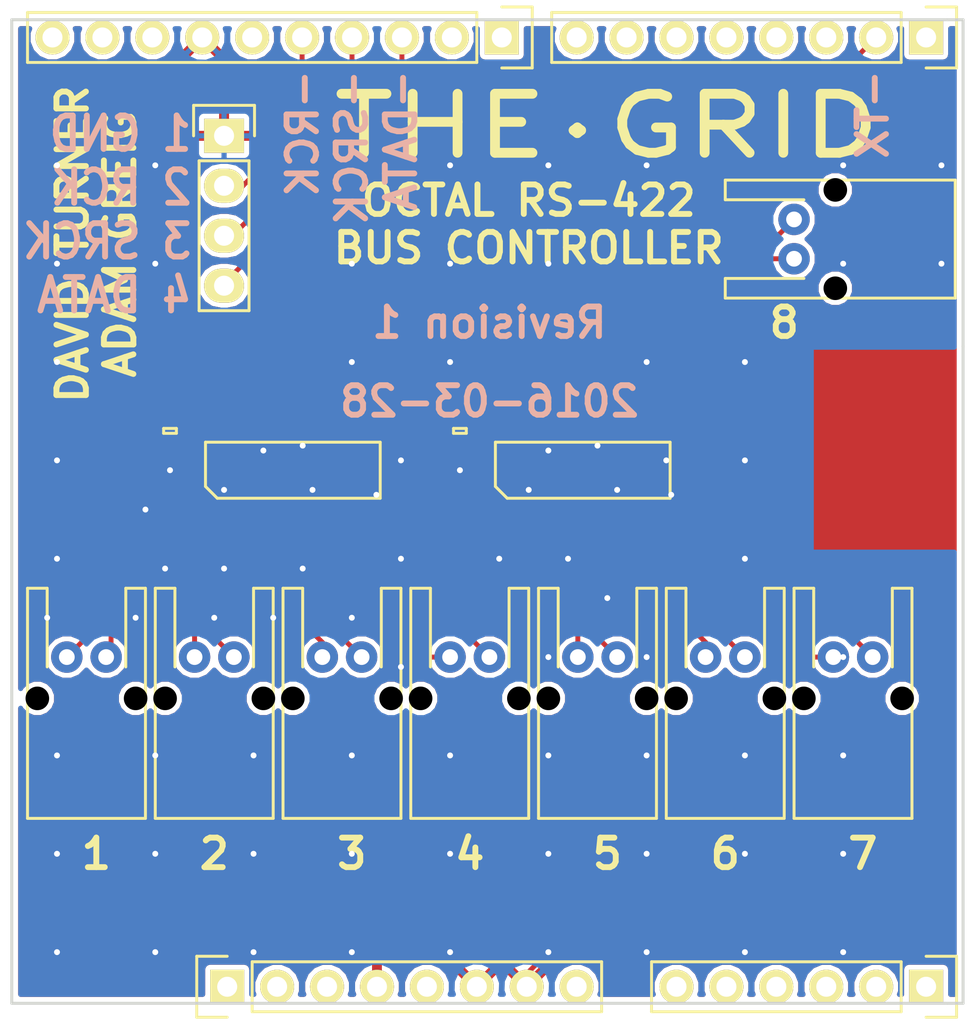
<source format=kicad_pcb>
(kicad_pcb (version 4) (host pcbnew 0.201601071449+6428~40~ubuntu14.04.1-stable)

  (general
    (links 40)
    (no_connects 0)
    (area 62.1 60.439285 115.295 114.939762)
    (thickness 1.6)
    (drawings 25)
    (tracks 331)
    (zones 0)
    (modules 17)
    (nets 23)
  )

  (page A4)
  (layers
    (0 F.Cu signal)
    (31 B.Cu signal)
    (32 B.Adhes user)
    (33 F.Adhes user)
    (34 B.Paste user)
    (35 F.Paste user)
    (36 B.SilkS user)
    (37 F.SilkS user)
    (38 B.Mask user)
    (39 F.Mask user)
    (40 Dwgs.User user)
    (41 Cmts.User user)
    (42 Eco1.User user)
    (43 Eco2.User user)
    (44 Edge.Cuts user)
    (45 Margin user)
    (46 B.CrtYd user)
    (47 F.CrtYd user)
    (48 B.Fab user)
    (49 F.Fab user)
  )

  (setup
    (last_trace_width 0.25)
    (user_trace_width 0.4)
    (user_trace_width 0.5)
    (trace_clearance 0.2)
    (zone_clearance 0.25)
    (zone_45_only no)
    (trace_min 0.2)
    (segment_width 0.2)
    (edge_width 0.15)
    (via_size 0.6)
    (via_drill 0.4)
    (via_min_size 0.4)
    (via_min_drill 0.3)
    (uvia_size 0.3)
    (uvia_drill 0.1)
    (uvias_allowed no)
    (uvia_min_size 0.2)
    (uvia_min_drill 0.1)
    (pcb_text_width 0.3)
    (pcb_text_size 1.5 1.5)
    (mod_edge_width 0.15)
    (mod_text_size 1 1)
    (mod_text_width 0.15)
    (pad_size 1.524 1.524)
    (pad_drill 0.762)
    (pad_to_mask_clearance 0)
    (aux_axis_origin 0 0)
    (visible_elements FFFFFF7F)
    (pcbplotparams
      (layerselection 0x010f8_ffffffff)
      (usegerberextensions true)
      (excludeedgelayer true)
      (linewidth 0.100000)
      (plotframeref false)
      (viasonmask false)
      (mode 1)
      (useauxorigin false)
      (hpglpennumber 1)
      (hpglpenspeed 20)
      (hpglpendiameter 15)
      (hpglpenoverlay 2)
      (psnegative false)
      (psa4output false)
      (plotreference true)
      (plotvalue true)
      (plotinvisibletext false)
      (padsonsilk false)
      (subtractmaskfromsilk false)
      (outputformat 1)
      (mirror false)
      (drillshape 0)
      (scaleselection 1)
      (outputdirectory gerbers))
  )

  (net 0 "")
  (net 1 /TX)
  (net 2 "Net-(IC1-Pad2)")
  (net 3 "Net-(IC1-Pad3)")
  (net 4 +5V)
  (net 5 "Net-(IC1-Pad5)")
  (net 6 "Net-(IC1-Pad6)")
  (net 7 GND)
  (net 8 "Net-(IC1-Pad10)")
  (net 9 "Net-(IC1-Pad11)")
  (net 10 "Net-(IC1-Pad13)")
  (net 11 "Net-(IC1-Pad14)")
  (net 12 "Net-(IC2-Pad2)")
  (net 13 "Net-(IC2-Pad3)")
  (net 14 "Net-(IC2-Pad5)")
  (net 15 "Net-(IC2-Pad6)")
  (net 16 "Net-(IC2-Pad10)")
  (net 17 "Net-(IC2-Pad11)")
  (net 18 "Net-(IC2-Pad13)")
  (net 19 "Net-(IC2-Pad14)")
  (net 20 /SHIFT_DATA)
  (net 21 /SHIFT_SRCK)
  (net 22 /SHIFT_RCK)

  (net_class Default "This is the default net class."
    (clearance 0.2)
    (trace_width 0.25)
    (via_dia 0.6)
    (via_drill 0.4)
    (uvia_dia 0.3)
    (uvia_drill 0.1)
    (add_net +5V)
    (add_net /SHIFT_DATA)
    (add_net /SHIFT_RCK)
    (add_net /SHIFT_SRCK)
    (add_net /TX)
    (add_net GND)
    (add_net "Net-(IC1-Pad10)")
    (add_net "Net-(IC1-Pad11)")
    (add_net "Net-(IC1-Pad13)")
    (add_net "Net-(IC1-Pad14)")
    (add_net "Net-(IC1-Pad2)")
    (add_net "Net-(IC1-Pad3)")
    (add_net "Net-(IC1-Pad5)")
    (add_net "Net-(IC1-Pad6)")
    (add_net "Net-(IC2-Pad10)")
    (add_net "Net-(IC2-Pad11)")
    (add_net "Net-(IC2-Pad13)")
    (add_net "Net-(IC2-Pad14)")
    (add_net "Net-(IC2-Pad2)")
    (add_net "Net-(IC2-Pad3)")
    (add_net "Net-(IC2-Pad5)")
    (add_net "Net-(IC2-Pad6)")
  )

  (module agg:SOIC-16 (layer F.Cu) (tedit 56F8794F) (tstamp 56F96CDE)
    (at 77 85.5 90)
    (path /56F866E6)
    (fp_text reference IC1 (at 0 -5.95 90) (layer F.Fab) hide
      (effects (font (size 1 1) (thickness 0.15)))
    )
    (fp_text value AM26C31CNSR (at 0 5.95 90) (layer F.Fab) hide
      (effects (font (size 1 1) (thickness 0.15)))
    )
    (fp_line (start -2 -5) (end 2 -5) (layer F.Fab) (width 0.01))
    (fp_line (start 2 -5) (end 2 5) (layer F.Fab) (width 0.01))
    (fp_line (start 2 5) (end -2 5) (layer F.Fab) (width 0.01))
    (fp_line (start -2 5) (end -2 -5) (layer F.Fab) (width 0.01))
    (fp_circle (center -1.2 -4.2) (end -1.2 -3.8) (layer F.Fab) (width 0.01))
    (fp_line (start -3.1 -4.695) (end -2 -4.695) (layer F.Fab) (width 0.01))
    (fp_line (start -2 -4.195) (end -3.1 -4.195) (layer F.Fab) (width 0.01))
    (fp_line (start -3.1 -4.195) (end -3.1 -4.695) (layer F.Fab) (width 0.01))
    (fp_line (start -3.1 -3.425) (end -2 -3.425) (layer F.Fab) (width 0.01))
    (fp_line (start -2 -2.925) (end -3.1 -2.925) (layer F.Fab) (width 0.01))
    (fp_line (start -3.1 -2.925) (end -3.1 -3.425) (layer F.Fab) (width 0.01))
    (fp_line (start -3.1 -2.155) (end -2 -2.155) (layer F.Fab) (width 0.01))
    (fp_line (start -2 -1.655) (end -3.1 -1.655) (layer F.Fab) (width 0.01))
    (fp_line (start -3.1 -1.655) (end -3.1 -2.155) (layer F.Fab) (width 0.01))
    (fp_line (start -3.1 -0.885) (end -2 -0.885) (layer F.Fab) (width 0.01))
    (fp_line (start -2 -0.385) (end -3.1 -0.385) (layer F.Fab) (width 0.01))
    (fp_line (start -3.1 -0.385) (end -3.1 -0.885) (layer F.Fab) (width 0.01))
    (fp_line (start -3.1 0.385) (end -2 0.385) (layer F.Fab) (width 0.01))
    (fp_line (start -2 0.885) (end -3.1 0.885) (layer F.Fab) (width 0.01))
    (fp_line (start -3.1 0.885) (end -3.1 0.385) (layer F.Fab) (width 0.01))
    (fp_line (start -3.1 1.655) (end -2 1.655) (layer F.Fab) (width 0.01))
    (fp_line (start -2 2.155) (end -3.1 2.155) (layer F.Fab) (width 0.01))
    (fp_line (start -3.1 2.155) (end -3.1 1.655) (layer F.Fab) (width 0.01))
    (fp_line (start -3.1 2.925) (end -2 2.925) (layer F.Fab) (width 0.01))
    (fp_line (start -2 3.425) (end -3.1 3.425) (layer F.Fab) (width 0.01))
    (fp_line (start -3.1 3.425) (end -3.1 2.925) (layer F.Fab) (width 0.01))
    (fp_line (start -3.1 4.195) (end -2 4.195) (layer F.Fab) (width 0.01))
    (fp_line (start -2 4.695) (end -3.1 4.695) (layer F.Fab) (width 0.01))
    (fp_line (start -3.1 4.695) (end -3.1 4.195) (layer F.Fab) (width 0.01))
    (fp_line (start 2 4.195) (end 3.1 4.195) (layer F.Fab) (width 0.01))
    (fp_line (start 3.1 4.195) (end 3.1 4.695) (layer F.Fab) (width 0.01))
    (fp_line (start 3.1 4.695) (end 2 4.695) (layer F.Fab) (width 0.01))
    (fp_line (start 2 2.925) (end 3.1 2.925) (layer F.Fab) (width 0.01))
    (fp_line (start 3.1 2.925) (end 3.1 3.425) (layer F.Fab) (width 0.01))
    (fp_line (start 3.1 3.425) (end 2 3.425) (layer F.Fab) (width 0.01))
    (fp_line (start 2 1.655) (end 3.1 1.655) (layer F.Fab) (width 0.01))
    (fp_line (start 3.1 1.655) (end 3.1 2.155) (layer F.Fab) (width 0.01))
    (fp_line (start 3.1 2.155) (end 2 2.155) (layer F.Fab) (width 0.01))
    (fp_line (start 2 0.385) (end 3.1 0.385) (layer F.Fab) (width 0.01))
    (fp_line (start 3.1 0.385) (end 3.1 0.885) (layer F.Fab) (width 0.01))
    (fp_line (start 3.1 0.885) (end 2 0.885) (layer F.Fab) (width 0.01))
    (fp_line (start 2 -0.885) (end 3.1 -0.885) (layer F.Fab) (width 0.01))
    (fp_line (start 3.1 -0.885) (end 3.1 -0.385) (layer F.Fab) (width 0.01))
    (fp_line (start 3.1 -0.385) (end 2 -0.385) (layer F.Fab) (width 0.01))
    (fp_line (start 2 -2.155) (end 3.1 -2.155) (layer F.Fab) (width 0.01))
    (fp_line (start 3.1 -2.155) (end 3.1 -1.655) (layer F.Fab) (width 0.01))
    (fp_line (start 3.1 -1.655) (end 2 -1.655) (layer F.Fab) (width 0.01))
    (fp_line (start 2 -3.425) (end 3.1 -3.425) (layer F.Fab) (width 0.01))
    (fp_line (start 3.1 -3.425) (end 3.1 -2.925) (layer F.Fab) (width 0.01))
    (fp_line (start 3.1 -2.925) (end 2 -2.925) (layer F.Fab) (width 0.01))
    (fp_line (start 2 -4.695) (end 3.1 -4.695) (layer F.Fab) (width 0.01))
    (fp_line (start 3.1 -4.695) (end 3.1 -4.195) (layer F.Fab) (width 0.01))
    (fp_line (start 3.1 -4.195) (end 2 -4.195) (layer F.Fab) (width 0.01))
    (fp_line (start -0.825 -4.445) (end 1.425 -4.445) (layer F.SilkS) (width 0.15))
    (fp_line (start 1.425 -4.445) (end 1.425 4.445) (layer F.SilkS) (width 0.15))
    (fp_line (start 1.425 4.445) (end -1.425 4.445) (layer F.SilkS) (width 0.15))
    (fp_line (start -1.425 4.445) (end -1.425 -3.845) (layer F.SilkS) (width 0.15))
    (fp_line (start -1.425 -3.845) (end -0.825 -4.445) (layer F.SilkS) (width 0.15))
    (fp_line (start -3.75 -5.25) (end 3.75 -5.25) (layer F.CrtYd) (width 0.01))
    (fp_line (start 3.75 -5.25) (end 3.75 5.25) (layer F.CrtYd) (width 0.01))
    (fp_line (start 3.75 5.25) (end -3.75 5.25) (layer F.CrtYd) (width 0.01))
    (fp_line (start -3.75 5.25) (end -3.75 -5.25) (layer F.CrtYd) (width 0.01))
    (pad 1 smd rect (at -2.7 -4.445 90) (size 1.55 0.6) (layers F.Cu F.Paste F.Mask)
      (net 1 /TX))
    (pad 2 smd rect (at -2.7 -3.175 90) (size 1.55 0.6) (layers F.Cu F.Paste F.Mask)
      (net 2 "Net-(IC1-Pad2)"))
    (pad 3 smd rect (at -2.7 -1.905 90) (size 1.55 0.6) (layers F.Cu F.Paste F.Mask)
      (net 3 "Net-(IC1-Pad3)"))
    (pad 4 smd rect (at -2.7 -0.635 90) (size 1.55 0.6) (layers F.Cu F.Paste F.Mask))
    (pad 5 smd rect (at -2.7 0.635 90) (size 1.55 0.6) (layers F.Cu F.Paste F.Mask)
      (net 5 "Net-(IC1-Pad5)"))
    (pad 6 smd rect (at -2.7 1.905 90) (size 1.55 0.6) (layers F.Cu F.Paste F.Mask)
      (net 6 "Net-(IC1-Pad6)"))
    (pad 7 smd rect (at -2.7 3.175 90) (size 1.55 0.6) (layers F.Cu F.Paste F.Mask)
      (net 1 /TX))
    (pad 8 smd rect (at -2.7 4.445 90) (size 1.55 0.6) (layers F.Cu F.Paste F.Mask)
      (net 7 GND))
    (pad 9 smd rect (at 2.7 4.445 90) (size 1.55 0.6) (layers F.Cu F.Paste F.Mask)
      (net 1 /TX))
    (pad 10 smd rect (at 2.7 3.175 90) (size 1.55 0.6) (layers F.Cu F.Paste F.Mask)
      (net 8 "Net-(IC1-Pad10)"))
    (pad 11 smd rect (at 2.7 1.905 90) (size 1.55 0.6) (layers F.Cu F.Paste F.Mask)
      (net 9 "Net-(IC1-Pad11)"))
    (pad 12 smd rect (at 2.7 0.635 90) (size 1.55 0.6) (layers F.Cu F.Paste F.Mask)
      (net 7 GND))
    (pad 13 smd rect (at 2.7 -0.635 90) (size 1.55 0.6) (layers F.Cu F.Paste F.Mask)
      (net 10 "Net-(IC1-Pad13)"))
    (pad 14 smd rect (at 2.7 -1.905 90) (size 1.55 0.6) (layers F.Cu F.Paste F.Mask)
      (net 11 "Net-(IC1-Pad14)"))
    (pad 15 smd rect (at 2.7 -3.175 90) (size 1.55 0.6) (layers F.Cu F.Paste F.Mask)
      (net 1 /TX))
    (pad 16 smd rect (at 2.7 -4.445 90) (size 1.55 0.6) (layers F.Cu F.Paste F.Mask)
      (net 4 +5V))
  )

  (module agg:SOIC-16 (layer F.Cu) (tedit 56F87956) (tstamp 56F96D30)
    (at 91.75 85.5 90)
    (path /56F869D2)
    (fp_text reference IC2 (at 0 -5.95 90) (layer F.Fab) hide
      (effects (font (size 1 1) (thickness 0.15)))
    )
    (fp_text value AM26C31CNSR (at 0 5.95 90) (layer F.Fab) hide
      (effects (font (size 1 1) (thickness 0.15)))
    )
    (fp_line (start -2 -5) (end 2 -5) (layer F.Fab) (width 0.01))
    (fp_line (start 2 -5) (end 2 5) (layer F.Fab) (width 0.01))
    (fp_line (start 2 5) (end -2 5) (layer F.Fab) (width 0.01))
    (fp_line (start -2 5) (end -2 -5) (layer F.Fab) (width 0.01))
    (fp_circle (center -1.2 -4.2) (end -1.2 -3.8) (layer F.Fab) (width 0.01))
    (fp_line (start -3.1 -4.695) (end -2 -4.695) (layer F.Fab) (width 0.01))
    (fp_line (start -2 -4.195) (end -3.1 -4.195) (layer F.Fab) (width 0.01))
    (fp_line (start -3.1 -4.195) (end -3.1 -4.695) (layer F.Fab) (width 0.01))
    (fp_line (start -3.1 -3.425) (end -2 -3.425) (layer F.Fab) (width 0.01))
    (fp_line (start -2 -2.925) (end -3.1 -2.925) (layer F.Fab) (width 0.01))
    (fp_line (start -3.1 -2.925) (end -3.1 -3.425) (layer F.Fab) (width 0.01))
    (fp_line (start -3.1 -2.155) (end -2 -2.155) (layer F.Fab) (width 0.01))
    (fp_line (start -2 -1.655) (end -3.1 -1.655) (layer F.Fab) (width 0.01))
    (fp_line (start -3.1 -1.655) (end -3.1 -2.155) (layer F.Fab) (width 0.01))
    (fp_line (start -3.1 -0.885) (end -2 -0.885) (layer F.Fab) (width 0.01))
    (fp_line (start -2 -0.385) (end -3.1 -0.385) (layer F.Fab) (width 0.01))
    (fp_line (start -3.1 -0.385) (end -3.1 -0.885) (layer F.Fab) (width 0.01))
    (fp_line (start -3.1 0.385) (end -2 0.385) (layer F.Fab) (width 0.01))
    (fp_line (start -2 0.885) (end -3.1 0.885) (layer F.Fab) (width 0.01))
    (fp_line (start -3.1 0.885) (end -3.1 0.385) (layer F.Fab) (width 0.01))
    (fp_line (start -3.1 1.655) (end -2 1.655) (layer F.Fab) (width 0.01))
    (fp_line (start -2 2.155) (end -3.1 2.155) (layer F.Fab) (width 0.01))
    (fp_line (start -3.1 2.155) (end -3.1 1.655) (layer F.Fab) (width 0.01))
    (fp_line (start -3.1 2.925) (end -2 2.925) (layer F.Fab) (width 0.01))
    (fp_line (start -2 3.425) (end -3.1 3.425) (layer F.Fab) (width 0.01))
    (fp_line (start -3.1 3.425) (end -3.1 2.925) (layer F.Fab) (width 0.01))
    (fp_line (start -3.1 4.195) (end -2 4.195) (layer F.Fab) (width 0.01))
    (fp_line (start -2 4.695) (end -3.1 4.695) (layer F.Fab) (width 0.01))
    (fp_line (start -3.1 4.695) (end -3.1 4.195) (layer F.Fab) (width 0.01))
    (fp_line (start 2 4.195) (end 3.1 4.195) (layer F.Fab) (width 0.01))
    (fp_line (start 3.1 4.195) (end 3.1 4.695) (layer F.Fab) (width 0.01))
    (fp_line (start 3.1 4.695) (end 2 4.695) (layer F.Fab) (width 0.01))
    (fp_line (start 2 2.925) (end 3.1 2.925) (layer F.Fab) (width 0.01))
    (fp_line (start 3.1 2.925) (end 3.1 3.425) (layer F.Fab) (width 0.01))
    (fp_line (start 3.1 3.425) (end 2 3.425) (layer F.Fab) (width 0.01))
    (fp_line (start 2 1.655) (end 3.1 1.655) (layer F.Fab) (width 0.01))
    (fp_line (start 3.1 1.655) (end 3.1 2.155) (layer F.Fab) (width 0.01))
    (fp_line (start 3.1 2.155) (end 2 2.155) (layer F.Fab) (width 0.01))
    (fp_line (start 2 0.385) (end 3.1 0.385) (layer F.Fab) (width 0.01))
    (fp_line (start 3.1 0.385) (end 3.1 0.885) (layer F.Fab) (width 0.01))
    (fp_line (start 3.1 0.885) (end 2 0.885) (layer F.Fab) (width 0.01))
    (fp_line (start 2 -0.885) (end 3.1 -0.885) (layer F.Fab) (width 0.01))
    (fp_line (start 3.1 -0.885) (end 3.1 -0.385) (layer F.Fab) (width 0.01))
    (fp_line (start 3.1 -0.385) (end 2 -0.385) (layer F.Fab) (width 0.01))
    (fp_line (start 2 -2.155) (end 3.1 -2.155) (layer F.Fab) (width 0.01))
    (fp_line (start 3.1 -2.155) (end 3.1 -1.655) (layer F.Fab) (width 0.01))
    (fp_line (start 3.1 -1.655) (end 2 -1.655) (layer F.Fab) (width 0.01))
    (fp_line (start 2 -3.425) (end 3.1 -3.425) (layer F.Fab) (width 0.01))
    (fp_line (start 3.1 -3.425) (end 3.1 -2.925) (layer F.Fab) (width 0.01))
    (fp_line (start 3.1 -2.925) (end 2 -2.925) (layer F.Fab) (width 0.01))
    (fp_line (start 2 -4.695) (end 3.1 -4.695) (layer F.Fab) (width 0.01))
    (fp_line (start 3.1 -4.695) (end 3.1 -4.195) (layer F.Fab) (width 0.01))
    (fp_line (start 3.1 -4.195) (end 2 -4.195) (layer F.Fab) (width 0.01))
    (fp_line (start -0.825 -4.445) (end 1.425 -4.445) (layer F.SilkS) (width 0.15))
    (fp_line (start 1.425 -4.445) (end 1.425 4.445) (layer F.SilkS) (width 0.15))
    (fp_line (start 1.425 4.445) (end -1.425 4.445) (layer F.SilkS) (width 0.15))
    (fp_line (start -1.425 4.445) (end -1.425 -3.845) (layer F.SilkS) (width 0.15))
    (fp_line (start -1.425 -3.845) (end -0.825 -4.445) (layer F.SilkS) (width 0.15))
    (fp_line (start -3.75 -5.25) (end 3.75 -5.25) (layer F.CrtYd) (width 0.01))
    (fp_line (start 3.75 -5.25) (end 3.75 5.25) (layer F.CrtYd) (width 0.01))
    (fp_line (start 3.75 5.25) (end -3.75 5.25) (layer F.CrtYd) (width 0.01))
    (fp_line (start -3.75 5.25) (end -3.75 -5.25) (layer F.CrtYd) (width 0.01))
    (pad 1 smd rect (at -2.7 -4.445 90) (size 1.55 0.6) (layers F.Cu F.Paste F.Mask)
      (net 1 /TX))
    (pad 2 smd rect (at -2.7 -3.175 90) (size 1.55 0.6) (layers F.Cu F.Paste F.Mask)
      (net 12 "Net-(IC2-Pad2)"))
    (pad 3 smd rect (at -2.7 -1.905 90) (size 1.55 0.6) (layers F.Cu F.Paste F.Mask)
      (net 13 "Net-(IC2-Pad3)"))
    (pad 4 smd rect (at -2.7 -0.635 90) (size 1.55 0.6) (layers F.Cu F.Paste F.Mask))
    (pad 5 smd rect (at -2.7 0.635 90) (size 1.55 0.6) (layers F.Cu F.Paste F.Mask)
      (net 14 "Net-(IC2-Pad5)"))
    (pad 6 smd rect (at -2.7 1.905 90) (size 1.55 0.6) (layers F.Cu F.Paste F.Mask)
      (net 15 "Net-(IC2-Pad6)"))
    (pad 7 smd rect (at -2.7 3.175 90) (size 1.55 0.6) (layers F.Cu F.Paste F.Mask)
      (net 1 /TX))
    (pad 8 smd rect (at -2.7 4.445 90) (size 1.55 0.6) (layers F.Cu F.Paste F.Mask)
      (net 7 GND))
    (pad 9 smd rect (at 2.7 4.445 90) (size 1.55 0.6) (layers F.Cu F.Paste F.Mask)
      (net 1 /TX))
    (pad 10 smd rect (at 2.7 3.175 90) (size 1.55 0.6) (layers F.Cu F.Paste F.Mask)
      (net 16 "Net-(IC2-Pad10)"))
    (pad 11 smd rect (at 2.7 1.905 90) (size 1.55 0.6) (layers F.Cu F.Paste F.Mask)
      (net 17 "Net-(IC2-Pad11)"))
    (pad 12 smd rect (at 2.7 0.635 90) (size 1.55 0.6) (layers F.Cu F.Paste F.Mask)
      (net 7 GND))
    (pad 13 smd rect (at 2.7 -0.635 90) (size 1.55 0.6) (layers F.Cu F.Paste F.Mask)
      (net 18 "Net-(IC2-Pad13)"))
    (pad 14 smd rect (at 2.7 -1.905 90) (size 1.55 0.6) (layers F.Cu F.Paste F.Mask)
      (net 19 "Net-(IC2-Pad14)"))
    (pad 15 smd rect (at 2.7 -3.175 90) (size 1.55 0.6) (layers F.Cu F.Paste F.Mask)
      (net 1 /TX))
    (pad 16 smd rect (at 2.7 -4.445 90) (size 1.55 0.6) (layers F.Cu F.Paste F.Mask)
      (net 4 +5V))
  )

  (module Pin_Headers:Pin_Header_Straight_1x08 (layer F.Cu) (tedit 56F87728) (tstamp 56F96D47)
    (at 73.66 111.76 90)
    (descr "Through hole pin header")
    (tags "pin header")
    (path /56F8527F)
    (fp_text reference P1 (at 0 -5.1 90) (layer F.SilkS) hide
      (effects (font (size 1 1) (thickness 0.15)))
    )
    (fp_text value ARD_NW (at 0 -3.1 90) (layer F.Fab) hide
      (effects (font (size 1 1) (thickness 0.15)))
    )
    (fp_line (start -1.75 -1.75) (end -1.75 19.55) (layer F.CrtYd) (width 0.05))
    (fp_line (start 1.75 -1.75) (end 1.75 19.55) (layer F.CrtYd) (width 0.05))
    (fp_line (start -1.75 -1.75) (end 1.75 -1.75) (layer F.CrtYd) (width 0.05))
    (fp_line (start -1.75 19.55) (end 1.75 19.55) (layer F.CrtYd) (width 0.05))
    (fp_line (start 1.27 1.27) (end 1.27 19.05) (layer F.SilkS) (width 0.15))
    (fp_line (start 1.27 19.05) (end -1.27 19.05) (layer F.SilkS) (width 0.15))
    (fp_line (start -1.27 19.05) (end -1.27 1.27) (layer F.SilkS) (width 0.15))
    (fp_line (start 1.55 -1.55) (end 1.55 0) (layer F.SilkS) (width 0.15))
    (fp_line (start 1.27 1.27) (end -1.27 1.27) (layer F.SilkS) (width 0.15))
    (fp_line (start -1.55 0) (end -1.55 -1.55) (layer F.SilkS) (width 0.15))
    (fp_line (start -1.55 -1.55) (end 1.55 -1.55) (layer F.SilkS) (width 0.15))
    (pad 1 thru_hole rect (at 0 0 90) (size 1.7272 1.7272) (drill 1.016) (layers *.Cu *.Mask F.SilkS))
    (pad 2 thru_hole circle (at 0 2.54 90) (size 1.7272 1.7272) (drill 1.016) (layers *.Cu *.Mask F.SilkS))
    (pad 3 thru_hole circle (at 0 5.08 90) (size 1.7272 1.7272) (drill 1.016) (layers *.Cu *.Mask F.SilkS))
    (pad 4 thru_hole circle (at 0 7.62 90) (size 1.7272 1.7272) (drill 1.016) (layers *.Cu *.Mask F.SilkS)
      (net 4 +5V))
    (pad 5 thru_hole circle (at 0 10.16 90) (size 1.7272 1.7272) (drill 1.016) (layers *.Cu *.Mask F.SilkS))
    (pad 6 thru_hole circle (at 0 12.7 90) (size 1.7272 1.7272) (drill 1.016) (layers *.Cu *.Mask F.SilkS)
      (net 7 GND))
    (pad 7 thru_hole circle (at 0 15.24 90) (size 1.7272 1.7272) (drill 1.016) (layers *.Cu *.Mask F.SilkS)
      (net 7 GND))
    (pad 8 thru_hole circle (at 0 17.78 90) (size 1.7272 1.7272) (drill 1.016) (layers *.Cu *.Mask F.SilkS))
    (model Pin_Headers.3dshapes/Pin_Header_Straight_1x08.wrl
      (at (xyz 0 -0.35 0))
      (scale (xyz 1 1 1))
      (rotate (xyz 0 0 90))
    )
  )

  (module Pin_Headers:Pin_Header_Straight_1x06 (layer F.Cu) (tedit 56F8772D) (tstamp 56F96D5C)
    (at 109.22 111.76 270)
    (descr "Through hole pin header")
    (tags "pin header")
    (path /56F852C3)
    (fp_text reference P2 (at 0 -5.1 270) (layer F.SilkS) hide
      (effects (font (size 1 1) (thickness 0.15)))
    )
    (fp_text value ARD_SW (at 0 -3.1 270) (layer F.Fab) hide
      (effects (font (size 1 1) (thickness 0.15)))
    )
    (fp_line (start -1.75 -1.75) (end -1.75 14.45) (layer F.CrtYd) (width 0.05))
    (fp_line (start 1.75 -1.75) (end 1.75 14.45) (layer F.CrtYd) (width 0.05))
    (fp_line (start -1.75 -1.75) (end 1.75 -1.75) (layer F.CrtYd) (width 0.05))
    (fp_line (start -1.75 14.45) (end 1.75 14.45) (layer F.CrtYd) (width 0.05))
    (fp_line (start 1.27 1.27) (end 1.27 13.97) (layer F.SilkS) (width 0.15))
    (fp_line (start 1.27 13.97) (end -1.27 13.97) (layer F.SilkS) (width 0.15))
    (fp_line (start -1.27 13.97) (end -1.27 1.27) (layer F.SilkS) (width 0.15))
    (fp_line (start 1.55 -1.55) (end 1.55 0) (layer F.SilkS) (width 0.15))
    (fp_line (start 1.27 1.27) (end -1.27 1.27) (layer F.SilkS) (width 0.15))
    (fp_line (start -1.55 0) (end -1.55 -1.55) (layer F.SilkS) (width 0.15))
    (fp_line (start -1.55 -1.55) (end 1.55 -1.55) (layer F.SilkS) (width 0.15))
    (pad 1 thru_hole rect (at 0 0 270) (size 1.7272 1.7272) (drill 1.016) (layers *.Cu *.Mask F.SilkS))
    (pad 2 thru_hole circle (at 0 2.54 270) (size 1.7272 1.7272) (drill 1.016) (layers *.Cu *.Mask F.SilkS))
    (pad 3 thru_hole circle (at 0 5.08 270) (size 1.7272 1.7272) (drill 1.016) (layers *.Cu *.Mask F.SilkS))
    (pad 4 thru_hole circle (at 0 7.62 270) (size 1.7272 1.7272) (drill 1.016) (layers *.Cu *.Mask F.SilkS))
    (pad 5 thru_hole circle (at 0 10.16 270) (size 1.7272 1.7272) (drill 1.016) (layers *.Cu *.Mask F.SilkS))
    (pad 6 thru_hole circle (at 0 12.7 270) (size 1.7272 1.7272) (drill 1.016) (layers *.Cu *.Mask F.SilkS))
    (model Pin_Headers.3dshapes/Pin_Header_Straight_1x06.wrl
      (at (xyz 0 -0.25 0))
      (scale (xyz 1 1 1))
      (rotate (xyz 0 0 90))
    )
  )

  (module Pin_Headers:Pin_Header_Straight_1x10 (layer F.Cu) (tedit 56F8771C) (tstamp 56F96D75)
    (at 87.63 63.5 270)
    (descr "Through hole pin header")
    (tags "pin header")
    (path /56F852F6)
    (fp_text reference P3 (at 0 -5.1 270) (layer F.SilkS) hide
      (effects (font (size 1 1) (thickness 0.15)))
    )
    (fp_text value ARD_NE (at 0 -3.1 270) (layer F.Fab) hide
      (effects (font (size 1 1) (thickness 0.15)))
    )
    (fp_line (start -1.75 -1.75) (end -1.75 24.65) (layer F.CrtYd) (width 0.05))
    (fp_line (start 1.75 -1.75) (end 1.75 24.65) (layer F.CrtYd) (width 0.05))
    (fp_line (start -1.75 -1.75) (end 1.75 -1.75) (layer F.CrtYd) (width 0.05))
    (fp_line (start -1.75 24.65) (end 1.75 24.65) (layer F.CrtYd) (width 0.05))
    (fp_line (start 1.27 1.27) (end 1.27 24.13) (layer F.SilkS) (width 0.15))
    (fp_line (start 1.27 24.13) (end -1.27 24.13) (layer F.SilkS) (width 0.15))
    (fp_line (start -1.27 24.13) (end -1.27 1.27) (layer F.SilkS) (width 0.15))
    (fp_line (start 1.55 -1.55) (end 1.55 0) (layer F.SilkS) (width 0.15))
    (fp_line (start 1.27 1.27) (end -1.27 1.27) (layer F.SilkS) (width 0.15))
    (fp_line (start -1.55 0) (end -1.55 -1.55) (layer F.SilkS) (width 0.15))
    (fp_line (start -1.55 -1.55) (end 1.55 -1.55) (layer F.SilkS) (width 0.15))
    (pad 1 thru_hole rect (at 0 0 270) (size 1.7272 1.7272) (drill 1.016) (layers *.Cu *.Mask F.SilkS))
    (pad 2 thru_hole circle (at 0 2.54 270) (size 1.7272 1.7272) (drill 1.016) (layers *.Cu *.Mask F.SilkS))
    (pad 3 thru_hole circle (at 0 5.08 270) (size 1.7272 1.7272) (drill 1.016) (layers *.Cu *.Mask F.SilkS)
      (net 20 /SHIFT_DATA))
    (pad 4 thru_hole circle (at 0 7.62 270) (size 1.7272 1.7272) (drill 1.016) (layers *.Cu *.Mask F.SilkS)
      (net 21 /SHIFT_SRCK))
    (pad 5 thru_hole circle (at 0 10.16 270) (size 1.7272 1.7272) (drill 1.016) (layers *.Cu *.Mask F.SilkS)
      (net 22 /SHIFT_RCK))
    (pad 6 thru_hole circle (at 0 12.7 270) (size 1.7272 1.7272) (drill 1.016) (layers *.Cu *.Mask F.SilkS))
    (pad 7 thru_hole circle (at 0 15.24 270) (size 1.7272 1.7272) (drill 1.016) (layers *.Cu *.Mask F.SilkS)
      (net 7 GND))
    (pad 8 thru_hole circle (at 0 17.78 270) (size 1.7272 1.7272) (drill 1.016) (layers *.Cu *.Mask F.SilkS))
    (pad 9 thru_hole circle (at 0 20.32 270) (size 1.7272 1.7272) (drill 1.016) (layers *.Cu *.Mask F.SilkS))
    (pad 10 thru_hole circle (at 0 22.86 270) (size 1.7272 1.7272) (drill 1.016) (layers *.Cu *.Mask F.SilkS))
    (model Pin_Headers.3dshapes/Pin_Header_Straight_1x10.wrl
      (at (xyz 0 -0.45 0))
      (scale (xyz 1 1 1))
      (rotate (xyz 0 0 90))
    )
  )

  (module Pin_Headers:Pin_Header_Straight_1x08 (layer F.Cu) (tedit 56F87721) (tstamp 56F96D8C)
    (at 109.22 63.5 270)
    (descr "Through hole pin header")
    (tags "pin header")
    (path /56F853B6)
    (fp_text reference P4 (at 0 -5.1 270) (layer F.SilkS) hide
      (effects (font (size 1 1) (thickness 0.15)))
    )
    (fp_text value ARD_SE (at 0 -3.1 270) (layer F.Fab) hide
      (effects (font (size 1 1) (thickness 0.15)))
    )
    (fp_line (start -1.75 -1.75) (end -1.75 19.55) (layer F.CrtYd) (width 0.05))
    (fp_line (start 1.75 -1.75) (end 1.75 19.55) (layer F.CrtYd) (width 0.05))
    (fp_line (start -1.75 -1.75) (end 1.75 -1.75) (layer F.CrtYd) (width 0.05))
    (fp_line (start -1.75 19.55) (end 1.75 19.55) (layer F.CrtYd) (width 0.05))
    (fp_line (start 1.27 1.27) (end 1.27 19.05) (layer F.SilkS) (width 0.15))
    (fp_line (start 1.27 19.05) (end -1.27 19.05) (layer F.SilkS) (width 0.15))
    (fp_line (start -1.27 19.05) (end -1.27 1.27) (layer F.SilkS) (width 0.15))
    (fp_line (start 1.55 -1.55) (end 1.55 0) (layer F.SilkS) (width 0.15))
    (fp_line (start 1.27 1.27) (end -1.27 1.27) (layer F.SilkS) (width 0.15))
    (fp_line (start -1.55 0) (end -1.55 -1.55) (layer F.SilkS) (width 0.15))
    (fp_line (start -1.55 -1.55) (end 1.55 -1.55) (layer F.SilkS) (width 0.15))
    (pad 1 thru_hole rect (at 0 0 270) (size 1.7272 1.7272) (drill 1.016) (layers *.Cu *.Mask F.SilkS))
    (pad 2 thru_hole circle (at 0 2.54 270) (size 1.7272 1.7272) (drill 1.016) (layers *.Cu *.Mask F.SilkS)
      (net 1 /TX))
    (pad 3 thru_hole circle (at 0 5.08 270) (size 1.7272 1.7272) (drill 1.016) (layers *.Cu *.Mask F.SilkS))
    (pad 4 thru_hole circle (at 0 7.62 270) (size 1.7272 1.7272) (drill 1.016) (layers *.Cu *.Mask F.SilkS))
    (pad 5 thru_hole circle (at 0 10.16 270) (size 1.7272 1.7272) (drill 1.016) (layers *.Cu *.Mask F.SilkS))
    (pad 6 thru_hole circle (at 0 12.7 270) (size 1.7272 1.7272) (drill 1.016) (layers *.Cu *.Mask F.SilkS))
    (pad 7 thru_hole circle (at 0 15.24 270) (size 1.7272 1.7272) (drill 1.016) (layers *.Cu *.Mask F.SilkS))
    (pad 8 thru_hole circle (at 0 17.78 270) (size 1.7272 1.7272) (drill 1.016) (layers *.Cu *.Mask F.SilkS))
    (model Pin_Headers.3dshapes/Pin_Header_Straight_1x08.wrl
      (at (xyz 0 -0.35 0))
      (scale (xyz 1 1 1))
      (rotate (xyz 0 0 90))
    )
  )

  (module Pin_Headers:Pin_Header_Straight_1x04 (layer F.Cu) (tedit 56F93427) (tstamp 56F96D9F)
    (at 73.5 68.5)
    (descr "Through hole pin header")
    (tags "pin header")
    (path /56F855FD)
    (fp_text reference P5 (at 0 -5.1) (layer F.SilkS) hide
      (effects (font (size 1 1) (thickness 0.15)))
    )
    (fp_text value SHIFT (at 0 -3.1) (layer F.Fab) hide
      (effects (font (size 1 1) (thickness 0.15)))
    )
    (fp_line (start -1.75 -1.75) (end -1.75 9.4) (layer F.CrtYd) (width 0.05))
    (fp_line (start 1.75 -1.75) (end 1.75 9.4) (layer F.CrtYd) (width 0.05))
    (fp_line (start -1.75 -1.75) (end 1.75 -1.75) (layer F.CrtYd) (width 0.05))
    (fp_line (start -1.75 9.4) (end 1.75 9.4) (layer F.CrtYd) (width 0.05))
    (fp_line (start -1.27 1.27) (end -1.27 8.89) (layer F.SilkS) (width 0.15))
    (fp_line (start 1.27 1.27) (end 1.27 8.89) (layer F.SilkS) (width 0.15))
    (fp_line (start 1.55 -1.55) (end 1.55 0) (layer F.SilkS) (width 0.15))
    (fp_line (start -1.27 8.89) (end 1.27 8.89) (layer F.SilkS) (width 0.15))
    (fp_line (start 1.27 1.27) (end -1.27 1.27) (layer F.SilkS) (width 0.15))
    (fp_line (start -1.55 0) (end -1.55 -1.55) (layer F.SilkS) (width 0.15))
    (fp_line (start -1.55 -1.55) (end 1.55 -1.55) (layer F.SilkS) (width 0.15))
    (pad 1 thru_hole rect (at 0 0) (size 2.032 1.7272) (drill 1.016) (layers *.Cu *.Mask F.SilkS)
      (net 7 GND))
    (pad 2 thru_hole oval (at 0 2.54) (size 2.032 1.7272) (drill 1.016) (layers *.Cu *.Mask F.SilkS)
      (net 22 /SHIFT_RCK))
    (pad 3 thru_hole oval (at 0 5.08) (size 2.032 1.7272) (drill 1.016) (layers *.Cu *.Mask F.SilkS)
      (net 21 /SHIFT_SRCK))
    (pad 4 thru_hole oval (at 0 7.62) (size 2.032 1.7272) (drill 1.016) (layers *.Cu *.Mask F.SilkS)
      (net 20 /SHIFT_DATA))
    (model Pin_Headers.3dshapes/Pin_Header_Straight_1x04.wrl
      (at (xyz 0 -0.15 0))
      (scale (xyz 1 1 1))
      (rotate (xyz 0 0 90))
    )
  )

  (module agg:S02B-PASK-2 (layer F.Cu) (tedit 56F92F32) (tstamp 56F96DCC)
    (at 79.5 95 180)
    (path /56F85688)
    (fp_text reference P6 (at 0 -9.15 180) (layer F.Fab) hide
      (effects (font (size 1 1) (thickness 0.15)))
    )
    (fp_text value BUS1 (at 0 4.45 180) (layer F.Fab) hide
      (effects (font (size 1 1) (thickness 0.15)))
    )
    (fp_line (start -3 -8.2) (end 3 -8.2) (layer F.SilkS) (width 0.15))
    (fp_line (start 3 -8.2) (end 3 3.5) (layer F.SilkS) (width 0.15))
    (fp_line (start 3 3.5) (end 2 3.5) (layer F.SilkS) (width 0.15))
    (fp_line (start 2 3.5) (end 2 -0.5) (layer F.SilkS) (width 0.15))
    (fp_line (start -3 -8.2) (end -3 3.5) (layer F.SilkS) (width 0.15))
    (fp_line (start -3 3.5) (end -2 3.5) (layer F.SilkS) (width 0.15))
    (fp_line (start -2 3.5) (end -2 -0.5) (layer F.SilkS) (width 0.15))
    (fp_line (start -3 -8.2) (end 3 -8.2) (layer F.Fab) (width 0.01))
    (fp_line (start 3 -8.2) (end 3 3.5) (layer F.Fab) (width 0.01))
    (fp_line (start 3 3.5) (end 2 3.5) (layer F.Fab) (width 0.01))
    (fp_line (start 2 3.5) (end 2 -0.5) (layer F.Fab) (width 0.01))
    (fp_line (start 2 -0.5) (end -2 -0.5) (layer F.Fab) (width 0.01))
    (fp_line (start -3 -8.2) (end -3 3.5) (layer F.Fab) (width 0.01))
    (fp_line (start -3 3.5) (end -2 3.5) (layer F.Fab) (width 0.01))
    (fp_line (start -2 3.5) (end -2 -0.5) (layer F.Fab) (width 0.01))
    (fp_line (start 2.4 -2.5) (end 3 -2.5) (layer F.Fab) (width 0.01))
    (fp_line (start 3 -2.5) (end 3 -1.7) (layer F.Fab) (width 0.01))
    (fp_line (start 3 -1.7) (end 2.4 -1.7) (layer F.Fab) (width 0.01))
    (fp_line (start 2.4 -1.7) (end 2.4 -2.5) (layer F.Fab) (width 0.01))
    (fp_line (start -3 -2.5) (end -2.4 -2.5) (layer F.Fab) (width 0.01))
    (fp_line (start -2.4 -2.5) (end -2.4 -1.7) (layer F.Fab) (width 0.01))
    (fp_line (start -2.4 -1.7) (end -3 -1.7) (layer F.Fab) (width 0.01))
    (fp_line (start -3 -1.7) (end -3 -2.5) (layer F.Fab) (width 0.01))
    (fp_line (start 0.75 -0.5) (end 1.25 -0.5) (layer F.Fab) (width 0.01))
    (fp_line (start 1.25 -0.5) (end 1.25 0.25) (layer F.Fab) (width 0.01))
    (fp_line (start 1.25 0.25) (end 0.75 0.25) (layer F.Fab) (width 0.01))
    (fp_line (start 0.75 0.25) (end 0.75 -0.5) (layer F.Fab) (width 0.01))
    (fp_line (start 0.75 -0.25) (end 1.25 -0.25) (layer F.Fab) (width 0.01))
    (fp_line (start -1.25 -0.5) (end -0.75 -0.5) (layer F.Fab) (width 0.01))
    (fp_line (start -0.75 -0.5) (end -0.75 0.25) (layer F.Fab) (width 0.01))
    (fp_line (start -0.75 0.25) (end -1.25 0.25) (layer F.Fab) (width 0.01))
    (fp_line (start -1.25 0.25) (end -1.25 -0.5) (layer F.Fab) (width 0.01))
    (fp_line (start -1.25 -0.25) (end -0.75 -0.25) (layer F.Fab) (width 0.01))
    (fp_line (start -3.25 -8.45) (end 3.25 -8.45) (layer F.CrtYd) (width 0.01))
    (fp_line (start 3.25 -8.45) (end 3.25 3.75) (layer F.CrtYd) (width 0.01))
    (fp_line (start 3.25 3.75) (end -3.25 3.75) (layer F.CrtYd) (width 0.01))
    (fp_line (start -3.25 3.75) (end -3.25 -8.45) (layer F.CrtYd) (width 0.01))
    (pad "" np_thru_hole circle (at 2.5 -2.1 180) (size 1.2 1.2) (drill 1.2) (layers *.Mask))
    (pad "" np_thru_hole circle (at -2.5 -2.1 180) (size 1.2 1.2) (drill 1.2) (layers *.Mask))
    (pad 1 thru_hole circle (at 1 0 180) (size 1.6 1.6) (drill 0.8) (layers *.Cu *.Mask)
      (net 2 "Net-(IC1-Pad2)"))
    (pad 2 thru_hole circle (at -1 0 180) (size 1.6 1.6) (drill 0.8) (layers *.Cu *.Mask)
      (net 3 "Net-(IC1-Pad3)"))
  )

  (module agg:S02B-PASK-2 (layer F.Cu) (tedit 56F92F35) (tstamp 56F96DF9)
    (at 86 95 180)
    (path /56F856B7)
    (fp_text reference P7 (at 0 -9.15 180) (layer F.Fab) hide
      (effects (font (size 1 1) (thickness 0.15)))
    )
    (fp_text value BUS2 (at 0 4.45 180) (layer F.Fab) hide
      (effects (font (size 1 1) (thickness 0.15)))
    )
    (fp_line (start -3 -8.2) (end 3 -8.2) (layer F.SilkS) (width 0.15))
    (fp_line (start 3 -8.2) (end 3 3.5) (layer F.SilkS) (width 0.15))
    (fp_line (start 3 3.5) (end 2 3.5) (layer F.SilkS) (width 0.15))
    (fp_line (start 2 3.5) (end 2 -0.5) (layer F.SilkS) (width 0.15))
    (fp_line (start -3 -8.2) (end -3 3.5) (layer F.SilkS) (width 0.15))
    (fp_line (start -3 3.5) (end -2 3.5) (layer F.SilkS) (width 0.15))
    (fp_line (start -2 3.5) (end -2 -0.5) (layer F.SilkS) (width 0.15))
    (fp_line (start -3 -8.2) (end 3 -8.2) (layer F.Fab) (width 0.01))
    (fp_line (start 3 -8.2) (end 3 3.5) (layer F.Fab) (width 0.01))
    (fp_line (start 3 3.5) (end 2 3.5) (layer F.Fab) (width 0.01))
    (fp_line (start 2 3.5) (end 2 -0.5) (layer F.Fab) (width 0.01))
    (fp_line (start 2 -0.5) (end -2 -0.5) (layer F.Fab) (width 0.01))
    (fp_line (start -3 -8.2) (end -3 3.5) (layer F.Fab) (width 0.01))
    (fp_line (start -3 3.5) (end -2 3.5) (layer F.Fab) (width 0.01))
    (fp_line (start -2 3.5) (end -2 -0.5) (layer F.Fab) (width 0.01))
    (fp_line (start 2.4 -2.5) (end 3 -2.5) (layer F.Fab) (width 0.01))
    (fp_line (start 3 -2.5) (end 3 -1.7) (layer F.Fab) (width 0.01))
    (fp_line (start 3 -1.7) (end 2.4 -1.7) (layer F.Fab) (width 0.01))
    (fp_line (start 2.4 -1.7) (end 2.4 -2.5) (layer F.Fab) (width 0.01))
    (fp_line (start -3 -2.5) (end -2.4 -2.5) (layer F.Fab) (width 0.01))
    (fp_line (start -2.4 -2.5) (end -2.4 -1.7) (layer F.Fab) (width 0.01))
    (fp_line (start -2.4 -1.7) (end -3 -1.7) (layer F.Fab) (width 0.01))
    (fp_line (start -3 -1.7) (end -3 -2.5) (layer F.Fab) (width 0.01))
    (fp_line (start 0.75 -0.5) (end 1.25 -0.5) (layer F.Fab) (width 0.01))
    (fp_line (start 1.25 -0.5) (end 1.25 0.25) (layer F.Fab) (width 0.01))
    (fp_line (start 1.25 0.25) (end 0.75 0.25) (layer F.Fab) (width 0.01))
    (fp_line (start 0.75 0.25) (end 0.75 -0.5) (layer F.Fab) (width 0.01))
    (fp_line (start 0.75 -0.25) (end 1.25 -0.25) (layer F.Fab) (width 0.01))
    (fp_line (start -1.25 -0.5) (end -0.75 -0.5) (layer F.Fab) (width 0.01))
    (fp_line (start -0.75 -0.5) (end -0.75 0.25) (layer F.Fab) (width 0.01))
    (fp_line (start -0.75 0.25) (end -1.25 0.25) (layer F.Fab) (width 0.01))
    (fp_line (start -1.25 0.25) (end -1.25 -0.5) (layer F.Fab) (width 0.01))
    (fp_line (start -1.25 -0.25) (end -0.75 -0.25) (layer F.Fab) (width 0.01))
    (fp_line (start -3.25 -8.45) (end 3.25 -8.45) (layer F.CrtYd) (width 0.01))
    (fp_line (start 3.25 -8.45) (end 3.25 3.75) (layer F.CrtYd) (width 0.01))
    (fp_line (start 3.25 3.75) (end -3.25 3.75) (layer F.CrtYd) (width 0.01))
    (fp_line (start -3.25 3.75) (end -3.25 -8.45) (layer F.CrtYd) (width 0.01))
    (pad "" np_thru_hole circle (at 2.5 -2.1 180) (size 1.2 1.2) (drill 1.2) (layers *.Mask))
    (pad "" np_thru_hole circle (at -2.5 -2.1 180) (size 1.2 1.2) (drill 1.2) (layers *.Mask))
    (pad 1 thru_hole circle (at 1 0 180) (size 1.6 1.6) (drill 0.8) (layers *.Cu *.Mask)
      (net 5 "Net-(IC1-Pad5)"))
    (pad 2 thru_hole circle (at -1 0 180) (size 1.6 1.6) (drill 0.8) (layers *.Cu *.Mask)
      (net 6 "Net-(IC1-Pad6)"))
  )

  (module agg:S02B-PASK-2 (layer F.Cu) (tedit 56F92F2C) (tstamp 56F96E26)
    (at 66.5 95 180)
    (path /56F856DE)
    (fp_text reference P8 (at 0 -9.15 180) (layer F.Fab) hide
      (effects (font (size 1 1) (thickness 0.15)))
    )
    (fp_text value BUS3 (at 0 4.45 180) (layer F.Fab) hide
      (effects (font (size 1 1) (thickness 0.15)))
    )
    (fp_line (start -3 -8.2) (end 3 -8.2) (layer F.SilkS) (width 0.15))
    (fp_line (start 3 -8.2) (end 3 3.5) (layer F.SilkS) (width 0.15))
    (fp_line (start 3 3.5) (end 2 3.5) (layer F.SilkS) (width 0.15))
    (fp_line (start 2 3.5) (end 2 -0.5) (layer F.SilkS) (width 0.15))
    (fp_line (start -3 -8.2) (end -3 3.5) (layer F.SilkS) (width 0.15))
    (fp_line (start -3 3.5) (end -2 3.5) (layer F.SilkS) (width 0.15))
    (fp_line (start -2 3.5) (end -2 -0.5) (layer F.SilkS) (width 0.15))
    (fp_line (start -3 -8.2) (end 3 -8.2) (layer F.Fab) (width 0.01))
    (fp_line (start 3 -8.2) (end 3 3.5) (layer F.Fab) (width 0.01))
    (fp_line (start 3 3.5) (end 2 3.5) (layer F.Fab) (width 0.01))
    (fp_line (start 2 3.5) (end 2 -0.5) (layer F.Fab) (width 0.01))
    (fp_line (start 2 -0.5) (end -2 -0.5) (layer F.Fab) (width 0.01))
    (fp_line (start -3 -8.2) (end -3 3.5) (layer F.Fab) (width 0.01))
    (fp_line (start -3 3.5) (end -2 3.5) (layer F.Fab) (width 0.01))
    (fp_line (start -2 3.5) (end -2 -0.5) (layer F.Fab) (width 0.01))
    (fp_line (start 2.4 -2.5) (end 3 -2.5) (layer F.Fab) (width 0.01))
    (fp_line (start 3 -2.5) (end 3 -1.7) (layer F.Fab) (width 0.01))
    (fp_line (start 3 -1.7) (end 2.4 -1.7) (layer F.Fab) (width 0.01))
    (fp_line (start 2.4 -1.7) (end 2.4 -2.5) (layer F.Fab) (width 0.01))
    (fp_line (start -3 -2.5) (end -2.4 -2.5) (layer F.Fab) (width 0.01))
    (fp_line (start -2.4 -2.5) (end -2.4 -1.7) (layer F.Fab) (width 0.01))
    (fp_line (start -2.4 -1.7) (end -3 -1.7) (layer F.Fab) (width 0.01))
    (fp_line (start -3 -1.7) (end -3 -2.5) (layer F.Fab) (width 0.01))
    (fp_line (start 0.75 -0.5) (end 1.25 -0.5) (layer F.Fab) (width 0.01))
    (fp_line (start 1.25 -0.5) (end 1.25 0.25) (layer F.Fab) (width 0.01))
    (fp_line (start 1.25 0.25) (end 0.75 0.25) (layer F.Fab) (width 0.01))
    (fp_line (start 0.75 0.25) (end 0.75 -0.5) (layer F.Fab) (width 0.01))
    (fp_line (start 0.75 -0.25) (end 1.25 -0.25) (layer F.Fab) (width 0.01))
    (fp_line (start -1.25 -0.5) (end -0.75 -0.5) (layer F.Fab) (width 0.01))
    (fp_line (start -0.75 -0.5) (end -0.75 0.25) (layer F.Fab) (width 0.01))
    (fp_line (start -0.75 0.25) (end -1.25 0.25) (layer F.Fab) (width 0.01))
    (fp_line (start -1.25 0.25) (end -1.25 -0.5) (layer F.Fab) (width 0.01))
    (fp_line (start -1.25 -0.25) (end -0.75 -0.25) (layer F.Fab) (width 0.01))
    (fp_line (start -3.25 -8.45) (end 3.25 -8.45) (layer F.CrtYd) (width 0.01))
    (fp_line (start 3.25 -8.45) (end 3.25 3.75) (layer F.CrtYd) (width 0.01))
    (fp_line (start 3.25 3.75) (end -3.25 3.75) (layer F.CrtYd) (width 0.01))
    (fp_line (start -3.25 3.75) (end -3.25 -8.45) (layer F.CrtYd) (width 0.01))
    (pad "" np_thru_hole circle (at 2.5 -2.1 180) (size 1.2 1.2) (drill 1.2) (layers *.Mask))
    (pad "" np_thru_hole circle (at -2.5 -2.1 180) (size 1.2 1.2) (drill 1.2) (layers *.Mask))
    (pad 1 thru_hole circle (at 1 0 180) (size 1.6 1.6) (drill 0.8) (layers *.Cu *.Mask)
      (net 8 "Net-(IC1-Pad10)"))
    (pad 2 thru_hole circle (at -1 0 180) (size 1.6 1.6) (drill 0.8) (layers *.Cu *.Mask)
      (net 9 "Net-(IC1-Pad11)"))
  )

  (module agg:S02B-PASK-2 (layer F.Cu) (tedit 56F92F2F) (tstamp 56F96E53)
    (at 73 95 180)
    (path /56F85707)
    (fp_text reference P9 (at 0 -9.15 180) (layer F.Fab) hide
      (effects (font (size 1 1) (thickness 0.15)))
    )
    (fp_text value BUS4 (at 0 4.45 180) (layer F.Fab) hide
      (effects (font (size 1 1) (thickness 0.15)))
    )
    (fp_line (start -3 -8.2) (end 3 -8.2) (layer F.SilkS) (width 0.15))
    (fp_line (start 3 -8.2) (end 3 3.5) (layer F.SilkS) (width 0.15))
    (fp_line (start 3 3.5) (end 2 3.5) (layer F.SilkS) (width 0.15))
    (fp_line (start 2 3.5) (end 2 -0.5) (layer F.SilkS) (width 0.15))
    (fp_line (start -3 -8.2) (end -3 3.5) (layer F.SilkS) (width 0.15))
    (fp_line (start -3 3.5) (end -2 3.5) (layer F.SilkS) (width 0.15))
    (fp_line (start -2 3.5) (end -2 -0.5) (layer F.SilkS) (width 0.15))
    (fp_line (start -3 -8.2) (end 3 -8.2) (layer F.Fab) (width 0.01))
    (fp_line (start 3 -8.2) (end 3 3.5) (layer F.Fab) (width 0.01))
    (fp_line (start 3 3.5) (end 2 3.5) (layer F.Fab) (width 0.01))
    (fp_line (start 2 3.5) (end 2 -0.5) (layer F.Fab) (width 0.01))
    (fp_line (start 2 -0.5) (end -2 -0.5) (layer F.Fab) (width 0.01))
    (fp_line (start -3 -8.2) (end -3 3.5) (layer F.Fab) (width 0.01))
    (fp_line (start -3 3.5) (end -2 3.5) (layer F.Fab) (width 0.01))
    (fp_line (start -2 3.5) (end -2 -0.5) (layer F.Fab) (width 0.01))
    (fp_line (start 2.4 -2.5) (end 3 -2.5) (layer F.Fab) (width 0.01))
    (fp_line (start 3 -2.5) (end 3 -1.7) (layer F.Fab) (width 0.01))
    (fp_line (start 3 -1.7) (end 2.4 -1.7) (layer F.Fab) (width 0.01))
    (fp_line (start 2.4 -1.7) (end 2.4 -2.5) (layer F.Fab) (width 0.01))
    (fp_line (start -3 -2.5) (end -2.4 -2.5) (layer F.Fab) (width 0.01))
    (fp_line (start -2.4 -2.5) (end -2.4 -1.7) (layer F.Fab) (width 0.01))
    (fp_line (start -2.4 -1.7) (end -3 -1.7) (layer F.Fab) (width 0.01))
    (fp_line (start -3 -1.7) (end -3 -2.5) (layer F.Fab) (width 0.01))
    (fp_line (start 0.75 -0.5) (end 1.25 -0.5) (layer F.Fab) (width 0.01))
    (fp_line (start 1.25 -0.5) (end 1.25 0.25) (layer F.Fab) (width 0.01))
    (fp_line (start 1.25 0.25) (end 0.75 0.25) (layer F.Fab) (width 0.01))
    (fp_line (start 0.75 0.25) (end 0.75 -0.5) (layer F.Fab) (width 0.01))
    (fp_line (start 0.75 -0.25) (end 1.25 -0.25) (layer F.Fab) (width 0.01))
    (fp_line (start -1.25 -0.5) (end -0.75 -0.5) (layer F.Fab) (width 0.01))
    (fp_line (start -0.75 -0.5) (end -0.75 0.25) (layer F.Fab) (width 0.01))
    (fp_line (start -0.75 0.25) (end -1.25 0.25) (layer F.Fab) (width 0.01))
    (fp_line (start -1.25 0.25) (end -1.25 -0.5) (layer F.Fab) (width 0.01))
    (fp_line (start -1.25 -0.25) (end -0.75 -0.25) (layer F.Fab) (width 0.01))
    (fp_line (start -3.25 -8.45) (end 3.25 -8.45) (layer F.CrtYd) (width 0.01))
    (fp_line (start 3.25 -8.45) (end 3.25 3.75) (layer F.CrtYd) (width 0.01))
    (fp_line (start 3.25 3.75) (end -3.25 3.75) (layer F.CrtYd) (width 0.01))
    (fp_line (start -3.25 3.75) (end -3.25 -8.45) (layer F.CrtYd) (width 0.01))
    (pad "" np_thru_hole circle (at 2.5 -2.1 180) (size 1.2 1.2) (drill 1.2) (layers *.Mask))
    (pad "" np_thru_hole circle (at -2.5 -2.1 180) (size 1.2 1.2) (drill 1.2) (layers *.Mask))
    (pad 1 thru_hole circle (at 1 0 180) (size 1.6 1.6) (drill 0.8) (layers *.Cu *.Mask)
      (net 10 "Net-(IC1-Pad13)"))
    (pad 2 thru_hole circle (at -1 0 180) (size 1.6 1.6) (drill 0.8) (layers *.Cu *.Mask)
      (net 11 "Net-(IC1-Pad14)"))
  )

  (module agg:S02B-PASK-2 (layer F.Cu) (tedit 56F93909) (tstamp 56F96E80)
    (at 92.5 95 180)
    (path /56F85734)
    (fp_text reference P10 (at 0 -9.15 180) (layer F.Fab) hide
      (effects (font (size 1 1) (thickness 0.15)))
    )
    (fp_text value BUS5 (at 0 4.45 180) (layer F.Fab) hide
      (effects (font (size 1 1) (thickness 0.15)))
    )
    (fp_line (start -3 -8.2) (end 3 -8.2) (layer F.SilkS) (width 0.15))
    (fp_line (start 3 -8.2) (end 3 3.5) (layer F.SilkS) (width 0.15))
    (fp_line (start 3 3.5) (end 2 3.5) (layer F.SilkS) (width 0.15))
    (fp_line (start 2 3.5) (end 2 -0.5) (layer F.SilkS) (width 0.15))
    (fp_line (start -3 -8.2) (end -3 3.5) (layer F.SilkS) (width 0.15))
    (fp_line (start -3 3.5) (end -2 3.5) (layer F.SilkS) (width 0.15))
    (fp_line (start -2 3.5) (end -2 -0.5) (layer F.SilkS) (width 0.15))
    (fp_line (start -3 -8.2) (end 3 -8.2) (layer F.Fab) (width 0.01))
    (fp_line (start 3 -8.2) (end 3 3.5) (layer F.Fab) (width 0.01))
    (fp_line (start 3 3.5) (end 2 3.5) (layer F.Fab) (width 0.01))
    (fp_line (start 2 3.5) (end 2 -0.5) (layer F.Fab) (width 0.01))
    (fp_line (start 2 -0.5) (end -2 -0.5) (layer F.Fab) (width 0.01))
    (fp_line (start -3 -8.2) (end -3 3.5) (layer F.Fab) (width 0.01))
    (fp_line (start -3 3.5) (end -2 3.5) (layer F.Fab) (width 0.01))
    (fp_line (start -2 3.5) (end -2 -0.5) (layer F.Fab) (width 0.01))
    (fp_line (start 2.4 -2.5) (end 3 -2.5) (layer F.Fab) (width 0.01))
    (fp_line (start 3 -2.5) (end 3 -1.7) (layer F.Fab) (width 0.01))
    (fp_line (start 3 -1.7) (end 2.4 -1.7) (layer F.Fab) (width 0.01))
    (fp_line (start 2.4 -1.7) (end 2.4 -2.5) (layer F.Fab) (width 0.01))
    (fp_line (start -3 -2.5) (end -2.4 -2.5) (layer F.Fab) (width 0.01))
    (fp_line (start -2.4 -2.5) (end -2.4 -1.7) (layer F.Fab) (width 0.01))
    (fp_line (start -2.4 -1.7) (end -3 -1.7) (layer F.Fab) (width 0.01))
    (fp_line (start -3 -1.7) (end -3 -2.5) (layer F.Fab) (width 0.01))
    (fp_line (start 0.75 -0.5) (end 1.25 -0.5) (layer F.Fab) (width 0.01))
    (fp_line (start 1.25 -0.5) (end 1.25 0.25) (layer F.Fab) (width 0.01))
    (fp_line (start 1.25 0.25) (end 0.75 0.25) (layer F.Fab) (width 0.01))
    (fp_line (start 0.75 0.25) (end 0.75 -0.5) (layer F.Fab) (width 0.01))
    (fp_line (start 0.75 -0.25) (end 1.25 -0.25) (layer F.Fab) (width 0.01))
    (fp_line (start -1.25 -0.5) (end -0.75 -0.5) (layer F.Fab) (width 0.01))
    (fp_line (start -0.75 -0.5) (end -0.75 0.25) (layer F.Fab) (width 0.01))
    (fp_line (start -0.75 0.25) (end -1.25 0.25) (layer F.Fab) (width 0.01))
    (fp_line (start -1.25 0.25) (end -1.25 -0.5) (layer F.Fab) (width 0.01))
    (fp_line (start -1.25 -0.25) (end -0.75 -0.25) (layer F.Fab) (width 0.01))
    (fp_line (start -3.25 -8.45) (end 3.25 -8.45) (layer F.CrtYd) (width 0.01))
    (fp_line (start 3.25 -8.45) (end 3.25 3.75) (layer F.CrtYd) (width 0.01))
    (fp_line (start 3.25 3.75) (end -3.25 3.75) (layer F.CrtYd) (width 0.01))
    (fp_line (start -3.25 3.75) (end -3.25 -8.45) (layer F.CrtYd) (width 0.01))
    (pad "" np_thru_hole circle (at 2.5 -2.1 180) (size 1.2 1.2) (drill 1.2) (layers *.Mask))
    (pad "" np_thru_hole circle (at -2.5 -2.1 180) (size 1.2 1.2) (drill 1.2) (layers *.Mask))
    (pad 1 thru_hole circle (at 1 0 180) (size 1.6 1.6) (drill 0.8) (layers *.Cu *.Mask)
      (net 12 "Net-(IC2-Pad2)"))
    (pad 2 thru_hole circle (at -1 0 180) (size 1.6 1.6) (drill 0.8) (layers *.Cu *.Mask)
      (net 13 "Net-(IC2-Pad3)"))
  )

  (module agg:S02B-PASK-2 (layer F.Cu) (tedit 56F9390C) (tstamp 56F96EAD)
    (at 99 95 180)
    (path /56F85777)
    (fp_text reference P11 (at 0 -9.15 180) (layer F.Fab) hide
      (effects (font (size 1 1) (thickness 0.15)))
    )
    (fp_text value BUS6 (at 0 4.45 180) (layer F.Fab) hide
      (effects (font (size 1 1) (thickness 0.15)))
    )
    (fp_line (start -3 -8.2) (end 3 -8.2) (layer F.SilkS) (width 0.15))
    (fp_line (start 3 -8.2) (end 3 3.5) (layer F.SilkS) (width 0.15))
    (fp_line (start 3 3.5) (end 2 3.5) (layer F.SilkS) (width 0.15))
    (fp_line (start 2 3.5) (end 2 -0.5) (layer F.SilkS) (width 0.15))
    (fp_line (start -3 -8.2) (end -3 3.5) (layer F.SilkS) (width 0.15))
    (fp_line (start -3 3.5) (end -2 3.5) (layer F.SilkS) (width 0.15))
    (fp_line (start -2 3.5) (end -2 -0.5) (layer F.SilkS) (width 0.15))
    (fp_line (start -3 -8.2) (end 3 -8.2) (layer F.Fab) (width 0.01))
    (fp_line (start 3 -8.2) (end 3 3.5) (layer F.Fab) (width 0.01))
    (fp_line (start 3 3.5) (end 2 3.5) (layer F.Fab) (width 0.01))
    (fp_line (start 2 3.5) (end 2 -0.5) (layer F.Fab) (width 0.01))
    (fp_line (start 2 -0.5) (end -2 -0.5) (layer F.Fab) (width 0.01))
    (fp_line (start -3 -8.2) (end -3 3.5) (layer F.Fab) (width 0.01))
    (fp_line (start -3 3.5) (end -2 3.5) (layer F.Fab) (width 0.01))
    (fp_line (start -2 3.5) (end -2 -0.5) (layer F.Fab) (width 0.01))
    (fp_line (start 2.4 -2.5) (end 3 -2.5) (layer F.Fab) (width 0.01))
    (fp_line (start 3 -2.5) (end 3 -1.7) (layer F.Fab) (width 0.01))
    (fp_line (start 3 -1.7) (end 2.4 -1.7) (layer F.Fab) (width 0.01))
    (fp_line (start 2.4 -1.7) (end 2.4 -2.5) (layer F.Fab) (width 0.01))
    (fp_line (start -3 -2.5) (end -2.4 -2.5) (layer F.Fab) (width 0.01))
    (fp_line (start -2.4 -2.5) (end -2.4 -1.7) (layer F.Fab) (width 0.01))
    (fp_line (start -2.4 -1.7) (end -3 -1.7) (layer F.Fab) (width 0.01))
    (fp_line (start -3 -1.7) (end -3 -2.5) (layer F.Fab) (width 0.01))
    (fp_line (start 0.75 -0.5) (end 1.25 -0.5) (layer F.Fab) (width 0.01))
    (fp_line (start 1.25 -0.5) (end 1.25 0.25) (layer F.Fab) (width 0.01))
    (fp_line (start 1.25 0.25) (end 0.75 0.25) (layer F.Fab) (width 0.01))
    (fp_line (start 0.75 0.25) (end 0.75 -0.5) (layer F.Fab) (width 0.01))
    (fp_line (start 0.75 -0.25) (end 1.25 -0.25) (layer F.Fab) (width 0.01))
    (fp_line (start -1.25 -0.5) (end -0.75 -0.5) (layer F.Fab) (width 0.01))
    (fp_line (start -0.75 -0.5) (end -0.75 0.25) (layer F.Fab) (width 0.01))
    (fp_line (start -0.75 0.25) (end -1.25 0.25) (layer F.Fab) (width 0.01))
    (fp_line (start -1.25 0.25) (end -1.25 -0.5) (layer F.Fab) (width 0.01))
    (fp_line (start -1.25 -0.25) (end -0.75 -0.25) (layer F.Fab) (width 0.01))
    (fp_line (start -3.25 -8.45) (end 3.25 -8.45) (layer F.CrtYd) (width 0.01))
    (fp_line (start 3.25 -8.45) (end 3.25 3.75) (layer F.CrtYd) (width 0.01))
    (fp_line (start 3.25 3.75) (end -3.25 3.75) (layer F.CrtYd) (width 0.01))
    (fp_line (start -3.25 3.75) (end -3.25 -8.45) (layer F.CrtYd) (width 0.01))
    (pad "" np_thru_hole circle (at 2.5 -2.1 180) (size 1.2 1.2) (drill 1.2) (layers *.Mask))
    (pad "" np_thru_hole circle (at -2.5 -2.1 180) (size 1.2 1.2) (drill 1.2) (layers *.Mask))
    (pad 1 thru_hole circle (at 1 0 180) (size 1.6 1.6) (drill 0.8) (layers *.Cu *.Mask)
      (net 14 "Net-(IC2-Pad5)"))
    (pad 2 thru_hole circle (at -1 0 180) (size 1.6 1.6) (drill 0.8) (layers *.Cu *.Mask)
      (net 15 "Net-(IC2-Pad6)"))
  )

  (module agg:S02B-PASK-2 (layer F.Cu) (tedit 56F9390F) (tstamp 56F96EDA)
    (at 105.5 95 180)
    (path /56F857A6)
    (fp_text reference P12 (at 0 -9.15 180) (layer F.Fab) hide
      (effects (font (size 1 1) (thickness 0.15)))
    )
    (fp_text value BUS7 (at 0 4.45 180) (layer F.Fab) hide
      (effects (font (size 1 1) (thickness 0.15)))
    )
    (fp_line (start -3 -8.2) (end 3 -8.2) (layer F.SilkS) (width 0.15))
    (fp_line (start 3 -8.2) (end 3 3.5) (layer F.SilkS) (width 0.15))
    (fp_line (start 3 3.5) (end 2 3.5) (layer F.SilkS) (width 0.15))
    (fp_line (start 2 3.5) (end 2 -0.5) (layer F.SilkS) (width 0.15))
    (fp_line (start -3 -8.2) (end -3 3.5) (layer F.SilkS) (width 0.15))
    (fp_line (start -3 3.5) (end -2 3.5) (layer F.SilkS) (width 0.15))
    (fp_line (start -2 3.5) (end -2 -0.5) (layer F.SilkS) (width 0.15))
    (fp_line (start -3 -8.2) (end 3 -8.2) (layer F.Fab) (width 0.01))
    (fp_line (start 3 -8.2) (end 3 3.5) (layer F.Fab) (width 0.01))
    (fp_line (start 3 3.5) (end 2 3.5) (layer F.Fab) (width 0.01))
    (fp_line (start 2 3.5) (end 2 -0.5) (layer F.Fab) (width 0.01))
    (fp_line (start 2 -0.5) (end -2 -0.5) (layer F.Fab) (width 0.01))
    (fp_line (start -3 -8.2) (end -3 3.5) (layer F.Fab) (width 0.01))
    (fp_line (start -3 3.5) (end -2 3.5) (layer F.Fab) (width 0.01))
    (fp_line (start -2 3.5) (end -2 -0.5) (layer F.Fab) (width 0.01))
    (fp_line (start 2.4 -2.5) (end 3 -2.5) (layer F.Fab) (width 0.01))
    (fp_line (start 3 -2.5) (end 3 -1.7) (layer F.Fab) (width 0.01))
    (fp_line (start 3 -1.7) (end 2.4 -1.7) (layer F.Fab) (width 0.01))
    (fp_line (start 2.4 -1.7) (end 2.4 -2.5) (layer F.Fab) (width 0.01))
    (fp_line (start -3 -2.5) (end -2.4 -2.5) (layer F.Fab) (width 0.01))
    (fp_line (start -2.4 -2.5) (end -2.4 -1.7) (layer F.Fab) (width 0.01))
    (fp_line (start -2.4 -1.7) (end -3 -1.7) (layer F.Fab) (width 0.01))
    (fp_line (start -3 -1.7) (end -3 -2.5) (layer F.Fab) (width 0.01))
    (fp_line (start 0.75 -0.5) (end 1.25 -0.5) (layer F.Fab) (width 0.01))
    (fp_line (start 1.25 -0.5) (end 1.25 0.25) (layer F.Fab) (width 0.01))
    (fp_line (start 1.25 0.25) (end 0.75 0.25) (layer F.Fab) (width 0.01))
    (fp_line (start 0.75 0.25) (end 0.75 -0.5) (layer F.Fab) (width 0.01))
    (fp_line (start 0.75 -0.25) (end 1.25 -0.25) (layer F.Fab) (width 0.01))
    (fp_line (start -1.25 -0.5) (end -0.75 -0.5) (layer F.Fab) (width 0.01))
    (fp_line (start -0.75 -0.5) (end -0.75 0.25) (layer F.Fab) (width 0.01))
    (fp_line (start -0.75 0.25) (end -1.25 0.25) (layer F.Fab) (width 0.01))
    (fp_line (start -1.25 0.25) (end -1.25 -0.5) (layer F.Fab) (width 0.01))
    (fp_line (start -1.25 -0.25) (end -0.75 -0.25) (layer F.Fab) (width 0.01))
    (fp_line (start -3.25 -8.45) (end 3.25 -8.45) (layer F.CrtYd) (width 0.01))
    (fp_line (start 3.25 -8.45) (end 3.25 3.75) (layer F.CrtYd) (width 0.01))
    (fp_line (start 3.25 3.75) (end -3.25 3.75) (layer F.CrtYd) (width 0.01))
    (fp_line (start -3.25 3.75) (end -3.25 -8.45) (layer F.CrtYd) (width 0.01))
    (pad "" np_thru_hole circle (at 2.5 -2.1 180) (size 1.2 1.2) (drill 1.2) (layers *.Mask))
    (pad "" np_thru_hole circle (at -2.5 -2.1 180) (size 1.2 1.2) (drill 1.2) (layers *.Mask))
    (pad 1 thru_hole circle (at 1 0 180) (size 1.6 1.6) (drill 0.8) (layers *.Cu *.Mask)
      (net 16 "Net-(IC2-Pad10)"))
    (pad 2 thru_hole circle (at -1 0 180) (size 1.6 1.6) (drill 0.8) (layers *.Cu *.Mask)
      (net 17 "Net-(IC2-Pad11)"))
  )

  (module agg:S02B-PASK-2 (layer F.Cu) (tedit 56F939FB) (tstamp 56F96F07)
    (at 102.5 73.75 270)
    (path /56F857D9)
    (fp_text reference P13 (at 0 -9.15 270) (layer F.Fab) hide
      (effects (font (size 1 1) (thickness 0.15)))
    )
    (fp_text value BUS8 (at 0 4.45 270) (layer F.Fab) hide
      (effects (font (size 1 1) (thickness 0.15)))
    )
    (fp_line (start -3 -8.2) (end 3 -8.2) (layer F.SilkS) (width 0.15))
    (fp_line (start 3 -8.2) (end 3 3.5) (layer F.SilkS) (width 0.15))
    (fp_line (start 3 3.5) (end 2 3.5) (layer F.SilkS) (width 0.15))
    (fp_line (start 2 3.5) (end 2 -0.5) (layer F.SilkS) (width 0.15))
    (fp_line (start -3 -8.2) (end -3 3.5) (layer F.SilkS) (width 0.15))
    (fp_line (start -3 3.5) (end -2 3.5) (layer F.SilkS) (width 0.15))
    (fp_line (start -2 3.5) (end -2 -0.5) (layer F.SilkS) (width 0.15))
    (fp_line (start -3 -8.2) (end 3 -8.2) (layer F.Fab) (width 0.01))
    (fp_line (start 3 -8.2) (end 3 3.5) (layer F.Fab) (width 0.01))
    (fp_line (start 3 3.5) (end 2 3.5) (layer F.Fab) (width 0.01))
    (fp_line (start 2 3.5) (end 2 -0.5) (layer F.Fab) (width 0.01))
    (fp_line (start 2 -0.5) (end -2 -0.5) (layer F.Fab) (width 0.01))
    (fp_line (start -3 -8.2) (end -3 3.5) (layer F.Fab) (width 0.01))
    (fp_line (start -3 3.5) (end -2 3.5) (layer F.Fab) (width 0.01))
    (fp_line (start -2 3.5) (end -2 -0.5) (layer F.Fab) (width 0.01))
    (fp_line (start 2.4 -2.5) (end 3 -2.5) (layer F.Fab) (width 0.01))
    (fp_line (start 3 -2.5) (end 3 -1.7) (layer F.Fab) (width 0.01))
    (fp_line (start 3 -1.7) (end 2.4 -1.7) (layer F.Fab) (width 0.01))
    (fp_line (start 2.4 -1.7) (end 2.4 -2.5) (layer F.Fab) (width 0.01))
    (fp_line (start -3 -2.5) (end -2.4 -2.5) (layer F.Fab) (width 0.01))
    (fp_line (start -2.4 -2.5) (end -2.4 -1.7) (layer F.Fab) (width 0.01))
    (fp_line (start -2.4 -1.7) (end -3 -1.7) (layer F.Fab) (width 0.01))
    (fp_line (start -3 -1.7) (end -3 -2.5) (layer F.Fab) (width 0.01))
    (fp_line (start 0.75 -0.5) (end 1.25 -0.5) (layer F.Fab) (width 0.01))
    (fp_line (start 1.25 -0.5) (end 1.25 0.25) (layer F.Fab) (width 0.01))
    (fp_line (start 1.25 0.25) (end 0.75 0.25) (layer F.Fab) (width 0.01))
    (fp_line (start 0.75 0.25) (end 0.75 -0.5) (layer F.Fab) (width 0.01))
    (fp_line (start 0.75 -0.25) (end 1.25 -0.25) (layer F.Fab) (width 0.01))
    (fp_line (start -1.25 -0.5) (end -0.75 -0.5) (layer F.Fab) (width 0.01))
    (fp_line (start -0.75 -0.5) (end -0.75 0.25) (layer F.Fab) (width 0.01))
    (fp_line (start -0.75 0.25) (end -1.25 0.25) (layer F.Fab) (width 0.01))
    (fp_line (start -1.25 0.25) (end -1.25 -0.5) (layer F.Fab) (width 0.01))
    (fp_line (start -1.25 -0.25) (end -0.75 -0.25) (layer F.Fab) (width 0.01))
    (fp_line (start -3.25 -8.45) (end 3.25 -8.45) (layer F.CrtYd) (width 0.01))
    (fp_line (start 3.25 -8.45) (end 3.25 3.75) (layer F.CrtYd) (width 0.01))
    (fp_line (start 3.25 3.75) (end -3.25 3.75) (layer F.CrtYd) (width 0.01))
    (fp_line (start -3.25 3.75) (end -3.25 -8.45) (layer F.CrtYd) (width 0.01))
    (pad "" np_thru_hole circle (at 2.5 -2.1 270) (size 1.2 1.2) (drill 1.2) (layers *.Mask))
    (pad "" np_thru_hole circle (at -2.5 -2.1 270) (size 1.2 1.2) (drill 1.2) (layers *.Mask))
    (pad 1 thru_hole circle (at 1 0 270) (size 1.6 1.6) (drill 0.8) (layers *.Cu *.Mask)
      (net 18 "Net-(IC2-Pad13)"))
    (pad 2 thru_hole circle (at -1 0 270) (size 1.6 1.6) (drill 0.8) (layers *.Cu *.Mask)
      (net 19 "Net-(IC2-Pad14)"))
  )

  (module agg:0603 (layer F.Cu) (tedit 56F87920) (tstamp 56F97212)
    (at 85.5 83.5 270)
    (path /56F88269)
    (fp_text reference C1 (at -2.225 0 360) (layer F.Fab) hide
      (effects (font (size 1 1) (thickness 0.15)))
    )
    (fp_text value 100n (at 2.225 0 360) (layer F.Fab) hide
      (effects (font (size 1 1) (thickness 0.15)))
    )
    (fp_line (start -0.8 -0.4) (end 0.8 -0.4) (layer F.Fab) (width 0.01))
    (fp_line (start 0.8 -0.4) (end 0.8 0.4) (layer F.Fab) (width 0.01))
    (fp_line (start 0.8 0.4) (end -0.8 0.4) (layer F.Fab) (width 0.01))
    (fp_line (start -0.8 0.4) (end -0.8 -0.4) (layer F.Fab) (width 0.01))
    (fp_line (start -0.45 -0.4) (end -0.45 0.4) (layer F.Fab) (width 0.01))
    (fp_line (start 0.45 -0.4) (end 0.45 0.4) (layer F.Fab) (width 0.01))
    (fp_line (start -0.125 -0.325) (end 0.125 -0.325) (layer F.SilkS) (width 0.15))
    (fp_line (start 0.125 -0.325) (end 0.125 0.325) (layer F.SilkS) (width 0.15))
    (fp_line (start 0.125 0.325) (end -0.125 0.325) (layer F.SilkS) (width 0.15))
    (fp_line (start -0.125 0.325) (end -0.125 -0.325) (layer F.SilkS) (width 0.15))
    (fp_line (start -1.55 -0.75) (end 1.55 -0.75) (layer F.CrtYd) (width 0.01))
    (fp_line (start 1.55 -0.75) (end 1.55 0.75) (layer F.CrtYd) (width 0.01))
    (fp_line (start 1.55 0.75) (end -1.55 0.75) (layer F.CrtYd) (width 0.01))
    (fp_line (start -1.55 0.75) (end -1.55 -0.75) (layer F.CrtYd) (width 0.01))
    (pad 1 smd rect (at -0.8 0 270) (size 0.95 1) (layers F.Cu F.Paste F.Mask)
      (net 4 +5V))
    (pad 2 smd rect (at 0.8 0 270) (size 0.95 1) (layers F.Cu F.Paste F.Mask)
      (net 7 GND))
  )

  (module agg:0603 (layer F.Cu) (tedit 56F87925) (tstamp 56F97226)
    (at 70.75 83.5 270)
    (path /56F87FF7)
    (fp_text reference C2 (at -2.225 0 360) (layer F.Fab) hide
      (effects (font (size 1 1) (thickness 0.15)))
    )
    (fp_text value 100n (at 2.225 0 360) (layer F.Fab) hide
      (effects (font (size 1 1) (thickness 0.15)))
    )
    (fp_line (start -0.8 -0.4) (end 0.8 -0.4) (layer F.Fab) (width 0.01))
    (fp_line (start 0.8 -0.4) (end 0.8 0.4) (layer F.Fab) (width 0.01))
    (fp_line (start 0.8 0.4) (end -0.8 0.4) (layer F.Fab) (width 0.01))
    (fp_line (start -0.8 0.4) (end -0.8 -0.4) (layer F.Fab) (width 0.01))
    (fp_line (start -0.45 -0.4) (end -0.45 0.4) (layer F.Fab) (width 0.01))
    (fp_line (start 0.45 -0.4) (end 0.45 0.4) (layer F.Fab) (width 0.01))
    (fp_line (start -0.125 -0.325) (end 0.125 -0.325) (layer F.SilkS) (width 0.15))
    (fp_line (start 0.125 -0.325) (end 0.125 0.325) (layer F.SilkS) (width 0.15))
    (fp_line (start 0.125 0.325) (end -0.125 0.325) (layer F.SilkS) (width 0.15))
    (fp_line (start -0.125 0.325) (end -0.125 -0.325) (layer F.SilkS) (width 0.15))
    (fp_line (start -1.55 -0.75) (end 1.55 -0.75) (layer F.CrtYd) (width 0.01))
    (fp_line (start 1.55 -0.75) (end 1.55 0.75) (layer F.CrtYd) (width 0.01))
    (fp_line (start 1.55 0.75) (end -1.55 0.75) (layer F.CrtYd) (width 0.01))
    (fp_line (start -1.55 0.75) (end -1.55 -0.75) (layer F.CrtYd) (width 0.01))
    (pad 1 smd rect (at -0.8 0 270) (size 0.95 1) (layers F.Cu F.Paste F.Mask)
      (net 4 +5V))
    (pad 2 smd rect (at 0.8 0 270) (size 0.95 1) (layers F.Cu F.Paste F.Mask)
      (net 7 GND))
  )

  (gr_line (start 62.7 62.6) (end 62.7 112.6) (angle 90) (layer Edge.Cuts) (width 0.15))
  (gr_line (start 111.1 112.6) (end 110.3 112.6) (angle 90) (layer Edge.Cuts) (width 0.15))
  (gr_line (start 111.1 79.2) (end 111.1 112.6) (angle 90) (layer Edge.Cuts) (width 0.15))
  (gr_line (start 111.1 62.6) (end 111.1 79.2) (angle 90) (layer Edge.Cuts) (width 0.15))
  (gr_line (start 110.3 62.6) (end 111.1 62.6) (angle 90) (layer Edge.Cuts) (width 0.15))
  (gr_line (start 62.7 62.6) (end 110.3 62.6) (angle 90) (layer Edge.Cuts) (width 0.15))
  (gr_line (start 62.7 112.6) (end 110.3 112.6) (angle 90) (layer Edge.Cuts) (width 0.15))
  (gr_text 8 (at 102 78) (layer F.SilkS)
    (effects (font (size 1.5 1.5) (thickness 0.3)))
  )
  (gr_text 7 (at 106 105) (layer F.SilkS)
    (effects (font (size 1.5 1.5) (thickness 0.3)))
  )
  (gr_text 6 (at 99 105) (layer F.SilkS)
    (effects (font (size 1.5 1.5) (thickness 0.3)))
  )
  (gr_text 5 (at 93 105) (layer F.SilkS)
    (effects (font (size 1.5 1.5) (thickness 0.3)))
  )
  (gr_text 4 (at 86 105) (layer F.SilkS)
    (effects (font (size 1.5 1.5) (thickness 0.3)))
  )
  (gr_text 3 (at 80 105) (layer F.SilkS)
    (effects (font (size 1.5 1.5) (thickness 0.3)))
  )
  (gr_text 2 (at 73 105) (layer F.SilkS)
    (effects (font (size 1.5 1.5) (thickness 0.3)))
  )
  (gr_text 1 (at 67 105) (layer F.SilkS)
    (effects (font (size 1.5 1.5) (thickness 0.3)))
  )
  (gr_text -DATA (at 82.5 65 90) (layer B.SilkS)
    (effects (font (size 1.5 1.5) (thickness 0.3)) (justify left mirror))
  )
  (gr_text -SRCK (at 80 65 90) (layer B.SilkS)
    (effects (font (size 1.5 1.5) (thickness 0.3)) (justify left mirror))
  )
  (gr_text -RCK (at 77.5 65 90) (layer B.SilkS)
    (effects (font (size 1.5 1.5) (thickness 0.3)) (justify left mirror))
  )
  (gr_text -TX (at 106.5 65 90) (layer B.SilkS)
    (effects (font (size 1.5 1.5) (thickness 0.3)) (justify left mirror))
  )
  (gr_text "1 GND\n2 RCK\n3 SRCK\n4 DATA" (at 72 72.5) (layer B.SilkS)
    (effects (font (size 1.7 1.5) (thickness 0.3)) (justify left mirror))
  )
  (gr_text "Revision 1" (at 87 78) (layer B.SilkS)
    (effects (font (size 1.5 1.5) (thickness 0.3)) (justify mirror))
  )
  (gr_text 2016-03-28 (at 87 82) (layer B.SilkS)
    (effects (font (size 1.5 1.5) (thickness 0.3)) (justify mirror))
  )
  (gr_text "DAVID TURNER\nADAM GREIG" (at 67 74 90) (layer F.SilkS)
    (effects (font (size 1.5 1.5) (thickness 0.3)))
  )
  (gr_text "OCTAL RS-422\nBUS CONTROLLER" (at 89 73) (layer F.SilkS)
    (effects (font (size 1.5 1.5) (thickness 0.3)))
  )
  (gr_text THE·GRID (at 93 68) (layer F.SilkS)
    (effects (font (size 3 4) (thickness 0.5)))
  )

  (segment (start 88.5 81.25) (end 88.5 81.75) (width 0.25) (layer F.Cu) (net 1))
  (segment (start 88.5 81.75) (end 88.5 83) (width 0.25) (layer F.Cu) (net 1) (tstamp 56F9358A))
  (segment (start 88 81.25) (end 88.5 81.25) (width 0.25) (layer F.Cu) (net 1))
  (segment (start 88.5 81.25) (end 88.93 81.25) (width 0.25) (layer F.Cu) (net 1) (tstamp 56F9368A))
  (segment (start 81.445 82.8) (end 81.445 81.805) (width 0.25) (layer F.Cu) (net 1))
  (segment (start 82 81.25) (end 87.5 81.25) (width 0.25) (layer F.Cu) (net 1) (tstamp 56F93679))
  (segment (start 81.445 81.805) (end 82 81.25) (width 0.25) (layer F.Cu) (net 1) (tstamp 56F93678))
  (segment (start 87.5 81.25) (end 88 81.25) (width 0.25) (layer F.Cu) (net 1))
  (segment (start 88.93 81.25) (end 106.68 63.5) (width 0.25) (layer F.Cu) (net 1) (tstamp 56F93685))
  (segment (start 106.68 63.5) (end 106.68 63.57) (width 0.25) (layer F.Cu) (net 1))
  (segment (start 96.195 82.8) (end 96.195 83.305) (width 0.25) (layer F.Cu) (net 1))
  (segment (start 96.195 83.305) (end 94 85.5) (width 0.25) (layer F.Cu) (net 1) (tstamp 56F935C7))
  (segment (start 88 85.5) (end 94 85.5) (width 0.25) (layer F.Cu) (net 1))
  (segment (start 94.925 86.425) (end 94.925 88.2) (width 0.25) (layer F.Cu) (net 1) (tstamp 56F935C0))
  (segment (start 94 85.5) (end 94.925 86.425) (width 0.25) (layer F.Cu) (net 1) (tstamp 56F935BE))
  (segment (start 88.575 82.8) (end 88.575 84.925) (width 0.25) (layer F.Cu) (net 1))
  (segment (start 87.305 86.195) (end 87.305 88.2) (width 0.25) (layer F.Cu) (net 1) (tstamp 56F93596))
  (segment (start 88.575 84.925) (end 88 85.5) (width 0.25) (layer F.Cu) (net 1) (tstamp 56F93594))
  (segment (start 88 85.5) (end 87.305 86.195) (width 0.25) (layer F.Cu) (net 1) (tstamp 56F935BC))
  (segment (start 88.5 82.75) (end 88.575 82.8) (width 0.25) (layer F.Cu) (net 1) (tstamp 56F93592))
  (segment (start 88.5 83) (end 88.575 82.8) (width 0.25) (layer F.Cu) (net 1) (tstamp 56F9358C))
  (segment (start 106.75 63.5) (end 106.68 63.5) (width 0.25) (layer F.Cu) (net 1) (tstamp 56F933FD))
  (segment (start 79.5 85.25) (end 80.5 84.25) (width 0.25) (layer F.Cu) (net 1))
  (segment (start 80.5 84.25) (end 81.5 83.25) (width 0.25) (layer F.Cu) (net 1) (tstamp 56F9325F))
  (segment (start 81.5 83.25) (end 81.5 82.75) (width 0.25) (layer F.Cu) (net 1) (tstamp 56F93260))
  (segment (start 81.5 82.75) (end 81.445 82.8) (width 0.25) (layer F.Cu) (net 1) (tstamp 56F93262))
  (segment (start 73.25 85.25) (end 79.5 85.25) (width 0.25) (layer F.Cu) (net 1))
  (segment (start 80.25 86) (end 80.25 88) (width 0.25) (layer F.Cu) (net 1) (tstamp 56F9325C))
  (segment (start 79.5 85.25) (end 80.25 86) (width 0.25) (layer F.Cu) (net 1) (tstamp 56F9325B))
  (segment (start 80.25 88) (end 80.175 88.2) (width 0.25) (layer F.Cu) (net 1) (tstamp 56F9325E))
  (segment (start 73.825 82.8) (end 73.825 84.675) (width 0.25) (layer F.Cu) (net 1))
  (segment (start 72.5 86) (end 72.5 88.25) (width 0.25) (layer F.Cu) (net 1) (tstamp 56F93255))
  (segment (start 73.825 84.675) (end 73.25 85.25) (width 0.25) (layer F.Cu) (net 1) (tstamp 56F93253))
  (segment (start 73.25 85.25) (end 72.5 86) (width 0.25) (layer F.Cu) (net 1) (tstamp 56F93259))
  (segment (start 72.5 88.25) (end 72.555 88.2) (width 0.25) (layer F.Cu) (net 1) (tstamp 56F93258))
  (segment (start 73.825 88.2) (end 73.825 89.575) (width 0.25) (layer F.Cu) (net 2))
  (segment (start 73.825 89.575) (end 78.5 94.25) (width 0.25) (layer F.Cu) (net 2) (tstamp 56F93BEE))
  (segment (start 78.5 94.25) (end 78.5 95) (width 0.25) (layer F.Cu) (net 2) (tstamp 56F93BF0))
  (segment (start 73.825 88.2) (end 73.825 88.825) (width 0.25) (layer F.Cu) (net 2))
  (segment (start 75.095 88.2) (end 75.095 89.595) (width 0.25) (layer F.Cu) (net 3))
  (segment (start 75.095 89.595) (end 80.5 95) (width 0.25) (layer F.Cu) (net 3) (tstamp 56F93BFB))
  (segment (start 81.25 98.25) (end 81.25 99.75) (width 0.5) (layer F.Cu) (net 4))
  (segment (start 81.25 99.75) (end 81.25 102.5) (width 0.5) (layer F.Cu) (net 4) (tstamp 56F93BD5))
  (segment (start 81.25 102.5) (end 81.25 102.75) (width 0.5) (layer F.Cu) (net 4) (tstamp 56F93BD8))
  (segment (start 77 95.5) (end 79.75 98.25) (width 0.5) (layer F.Cu) (net 4))
  (segment (start 69.5 83) (end 69.5 85.5) (width 0.5) (layer F.Cu) (net 4))
  (segment (start 69.5 83) (end 69.75 82.75) (width 0.5) (layer F.Cu) (net 4) (tstamp 56F93244))
  (segment (start 70.75 82.75) (end 69.75 82.75) (width 0.5) (layer F.Cu) (net 4) (tstamp 56F93245))
  (segment (start 77 95.25) (end 77 95.5) (width 0.5) (layer F.Cu) (net 4) (tstamp 56F93BD3))
  (segment (start 70.5 88.75) (end 77 95.25) (width 0.5) (layer F.Cu) (net 4) (tstamp 56F93BD1))
  (segment (start 70.5 86.75) (end 70.5 88.75) (width 0.5) (layer F.Cu) (net 4) (tstamp 56F93BD0))
  (segment (start 69.5 85.75) (end 70.5 86.75) (width 0.5) (layer F.Cu) (net 4) (tstamp 56F93BCF))
  (segment (start 69.5 85.5) (end 69.5 85.75) (width 0.5) (layer F.Cu) (net 4))
  (segment (start 88.5 93.25) (end 88.5 95.5) (width 0.5) (layer F.Cu) (net 4) (tstamp 56F93BDE))
  (segment (start 84.25 89) (end 84.25 83) (width 0.5) (layer F.Cu) (net 4) (tstamp 56F9356F))
  (segment (start 84.25 83) (end 84.5 82.75) (width 0.5) (layer F.Cu) (net 4) (tstamp 56F93571))
  (segment (start 84.5 82.75) (end 85.5 82.75) (width 0.5) (layer F.Cu) (net 4) (tstamp 56F93572))
  (segment (start 84.25 89) (end 88.5 93.25) (width 0.5) (layer F.Cu) (net 4))
  (segment (start 85.75 98.25) (end 88.5 95.5) (width 0.5) (layer F.Cu) (net 4) (tstamp 56F93CA7))
  (segment (start 79.75 98.25) (end 81.25 98.25) (width 0.5) (layer F.Cu) (net 4) (tstamp 56F93CA5))
  (segment (start 81.25 98.25) (end 85.75 98.25) (width 0.5) (layer F.Cu) (net 4) (tstamp 56F93CAD))
  (segment (start 87.305 82.8) (end 85.55 82.8) (width 0.4) (layer F.Cu) (net 4))
  (segment (start 85.55 82.8) (end 85.5 82.75) (width 0.4) (layer F.Cu) (net 4) (tstamp 56F93575))
  (segment (start 85.5 82.75) (end 85.5 82.7) (width 0.4) (layer F.Cu) (net 4) (tstamp 56F93577))
  (segment (start 81.28 102.75) (end 81.25 102.75) (width 0.5) (layer F.Cu) (net 4))
  (segment (start 81.25 102.75) (end 81.25 102.75) (width 0.5) (layer F.Cu) (net 4) (tstamp 56F93BD9))
  (segment (start 85.5 82.75) (end 85.5 82.7) (width 0.5) (layer F.Cu) (net 4) (tstamp 56F93574))
  (segment (start 72.555 82.8) (end 70.8 82.8) (width 0.4) (layer F.Cu) (net 4))
  (segment (start 70.8 82.8) (end 70.75 82.75) (width 0.4) (layer F.Cu) (net 4) (tstamp 56F93248))
  (segment (start 70.75 82.75) (end 70.75 82.7) (width 0.4) (layer F.Cu) (net 4) (tstamp 56F9324A))
  (segment (start 81.28 111.76) (end 81.28 102.75) (width 0.5) (layer F.Cu) (net 4))
  (segment (start 81.28 102.75) (end 81.28 102.78) (width 0.5) (layer F.Cu) (net 4) (tstamp 56F93567))
  (segment (start 70.75 82.75) (end 70.75 82.7) (width 0.5) (layer F.Cu) (net 4) (tstamp 56F93247))
  (segment (start 77.635 88.2) (end 77.635 88.885) (width 0.25) (layer F.Cu) (net 5))
  (segment (start 77.635 88.885) (end 83.75 95) (width 0.25) (layer F.Cu) (net 5) (tstamp 56F93C06))
  (segment (start 83.75 95) (end 85 95) (width 0.25) (layer F.Cu) (net 5) (tstamp 56F93C07))
  (segment (start 78.905 88.2) (end 78.905 88.905) (width 0.25) (layer F.Cu) (net 6))
  (segment (start 78.905 88.905) (end 83.5 93.5) (width 0.25) (layer F.Cu) (net 6) (tstamp 56F93BFF))
  (segment (start 83.5 93.5) (end 85.5 93.5) (width 0.25) (layer F.Cu) (net 6) (tstamp 56F93C00))
  (segment (start 85.5 93.5) (end 87 95) (width 0.25) (layer F.Cu) (net 6) (tstamp 56F93C02))
  (segment (start 80 105) (end 85 105) (width 0.25) (layer B.Cu) (net 7))
  (segment (start 65 105) (end 70 105) (width 0.25) (layer F.Cu) (net 7) (tstamp 56F93C6A))
  (via (at 70 105) (size 0.6) (drill 0.3) (layers F.Cu B.Cu) (net 7))
  (segment (start 70 105) (end 75 105) (width 0.25) (layer B.Cu) (net 7) (tstamp 56F93C6D))
  (via (at 75 105) (size 0.6) (drill 0.3) (layers F.Cu B.Cu) (net 7))
  (segment (start 75 105) (end 80 105) (width 0.25) (layer F.Cu) (net 7) (tstamp 56F93C70))
  (via (at 80 105) (size 0.6) (drill 0.3) (layers F.Cu B.Cu) (net 7))
  (via (at 105 105) (size 0.6) (drill 0.3) (layers F.Cu B.Cu) (net 7))
  (segment (start 100 105) (end 105 105) (width 0.25) (layer B.Cu) (net 7) (tstamp 56F93C80))
  (via (at 100 105) (size 0.6) (drill 0.3) (layers F.Cu B.Cu) (net 7))
  (segment (start 95 105) (end 100 105) (width 0.25) (layer F.Cu) (net 7) (tstamp 56F93C7D))
  (via (at 95 105) (size 0.6) (drill 0.3) (layers F.Cu B.Cu) (net 7))
  (segment (start 90 105) (end 95 105) (width 0.25) (layer B.Cu) (net 7) (tstamp 56F93C7A))
  (via (at 90 105) (size 0.6) (drill 0.3) (layers F.Cu B.Cu) (net 7))
  (segment (start 85 105) (end 90 105) (width 0.25) (layer F.Cu) (net 7) (tstamp 56F93C77))
  (via (at 85 105) (size 0.6) (drill 0.3) (layers F.Cu B.Cu) (net 7))
  (segment (start 73.5 90.5) (end 77.5 90.5) (width 0.5) (layer B.Cu) (net 7))
  (via (at 73.5 90.5) (size 0.6) (drill 0.3) (layers F.Cu B.Cu) (net 7))
  (segment (start 70.5 90.5) (end 73.5 90.5) (width 0.5) (layer B.Cu) (net 7))
  (via (at 82.5 95.5) (size 0.6) (drill 0.3) (layers F.Cu B.Cu) (net 7))
  (segment (start 83 95) (end 82.5 95.5) (width 0.5) (layer B.Cu) (net 7) (tstamp 56F93D35))
  (segment (start 83 94.5) (end 83 95) (width 0.5) (layer B.Cu) (net 7) (tstamp 56F93D33))
  (segment (start 81.5 93) (end 83 94.5) (width 0.5) (layer B.Cu) (net 7) (tstamp 56F93D30))
  (segment (start 80 93) (end 81.5 93) (width 0.5) (layer B.Cu) (net 7) (tstamp 56F93D2F))
  (via (at 80 93) (size 0.6) (drill 0.3) (layers F.Cu B.Cu) (net 7))
  (segment (start 77.5 90.5) (end 80 93) (width 0.5) (layer F.Cu) (net 7) (tstamp 56F93D2C))
  (via (at 77.5 90.5) (size 0.6) (drill 0.3) (layers F.Cu B.Cu) (net 7))
  (segment (start 89 86.5) (end 93.5 86.5) (width 0.5) (layer F.Cu) (net 7))
  (segment (start 94.5 86.5) (end 93.5 86.5) (width 0.5) (layer B.Cu) (net 7) (tstamp 56F93D13))
  (via (at 93.5 86.5) (size 0.6) (drill 0.3) (layers F.Cu B.Cu) (net 7))
  (via (at 96 85) (size 0.6) (drill 0.3) (layers F.Cu B.Cu) (net 7))
  (segment (start 96 85) (end 100 85) (width 0.25) (layer B.Cu) (net 7))
  (segment (start 96 85) (end 94.5 86.5) (width 0.5) (layer B.Cu) (net 7))
  (via (at 89 86.5) (size 0.6) (drill 0.3) (layers F.Cu B.Cu) (net 7))
  (segment (start 78 86.5) (end 73.5 86.5) (width 0.5) (layer F.Cu) (net 7))
  (via (at 73.5 86.5) (size 0.6) (drill 0.3) (layers F.Cu B.Cu) (net 7))
  (segment (start 77.5 84.25) (end 75.75 84.25) (width 0.25) (layer F.Cu) (net 7))
  (segment (start 77.635 84.115) (end 77.5 84.25) (width 0.25) (layer F.Cu) (net 7) (tstamp 56F93263))
  (via (at 77.5 84.25) (size 0.6) (drill 0.3) (layers F.Cu B.Cu) (net 7))
  (segment (start 77.635 84.115) (end 77.635 82.8) (width 0.25) (layer F.Cu) (net 7))
  (via (at 75.5 84.5) (size 0.6) (drill 0.3) (layers F.Cu B.Cu) (net 7))
  (segment (start 75.75 84.25) (end 75.5 84.5) (width 0.25) (layer F.Cu) (net 7) (tstamp 56F93777))
  (segment (start 73.5 86.5) (end 75.5 84.5) (width 0.5) (layer B.Cu) (net 7))
  (via (at 78 86.5) (size 0.6) (drill 0.3) (layers F.Cu B.Cu) (net 7))
  (segment (start 73 93) (end 76 93) (width 0.5) (layer B.Cu) (net 7))
  (via (at 76 93) (size 0.6) (drill 0.3) (layers F.Cu B.Cu) (net 7))
  (segment (start 64.5 93) (end 69 93) (width 0.5) (layer B.Cu) (net 7))
  (via (at 69 93) (size 0.6) (drill 0.3) (layers F.Cu B.Cu) (net 7))
  (segment (start 73 93) (end 70.5 90.5) (width 0.5) (layer F.Cu) (net 7))
  (segment (start 70.5 88.5) (end 70.5 90.5) (width 0.5) (layer B.Cu) (net 7) (tstamp 56F93CD1))
  (via (at 70.5 90.5) (size 0.6) (drill 0.3) (layers F.Cu B.Cu) (net 7))
  (segment (start 67.5 87.5) (end 65 90) (width 0.5) (layer B.Cu) (net 7))
  (via (at 69.5 87.5) (size 0.6) (drill 0.3) (layers F.Cu B.Cu) (net 7))
  (segment (start 67.5 87.5) (end 69.5 87.5) (width 0.5) (layer B.Cu) (net 7) (tstamp 56F93CCB))
  (segment (start 69.5 87.5) (end 70.5 88.5) (width 0.5) (layer B.Cu) (net 7))
  (via (at 73 93) (size 0.6) (drill 0.3) (layers F.Cu B.Cu) (net 7))
  (segment (start 69 93) (end 73 93) (width 0.5) (layer B.Cu) (net 7))
  (via (at 64.5 93) (size 0.6) (drill 0.3) (layers F.Cu B.Cu) (net 7))
  (segment (start 95 90) (end 95 95) (width 0.5) (layer B.Cu) (net 7))
  (via (at 95 95) (size 0.6) (drill 0.3) (layers F.Cu B.Cu) (net 7))
  (segment (start 85 90) (end 90 95) (width 0.5) (layer B.Cu) (net 7))
  (via (at 90 95) (size 0.6) (drill 0.3) (layers F.Cu B.Cu) (net 7))
  (segment (start 80 100) (end 85 100) (width 0.5) (layer B.Cu) (net 7))
  (via (at 65 100) (size 0.6) (drill 0.3) (layers F.Cu B.Cu) (net 7))
  (segment (start 65 100) (end 70 100) (width 0.25) (layer B.Cu) (net 7) (tstamp 56F93C91))
  (via (at 70 100) (size 0.6) (drill 0.3) (layers F.Cu B.Cu) (net 7))
  (segment (start 70 100) (end 75 100) (width 0.25) (layer F.Cu) (net 7) (tstamp 56F93C94))
  (via (at 75 100) (size 0.6) (drill 0.3) (layers F.Cu B.Cu) (net 7))
  (segment (start 75 100) (end 80 100) (width 0.25) (layer B.Cu) (net 7) (tstamp 56F93C97))
  (via (at 80 100) (size 0.6) (drill 0.3) (layers F.Cu B.Cu) (net 7))
  (segment (start 65 105) (end 65 100) (width 0.25) (layer F.Cu) (net 7))
  (via (at 105 100) (size 0.6) (drill 0.3) (layers F.Cu B.Cu) (net 7))
  (segment (start 100 100) (end 105 100) (width 0.5) (layer B.Cu) (net 7) (tstamp 56F93CBA))
  (via (at 100 100) (size 0.6) (drill 0.3) (layers F.Cu B.Cu) (net 7))
  (segment (start 95 100) (end 100 100) (width 0.5) (layer F.Cu) (net 7) (tstamp 56F93CB7))
  (via (at 95 100) (size 0.6) (drill 0.3) (layers F.Cu B.Cu) (net 7))
  (segment (start 90 100) (end 95 100) (width 0.5) (layer B.Cu) (net 7) (tstamp 56F93CB4))
  (via (at 90 100) (size 0.6) (drill 0.3) (layers F.Cu B.Cu) (net 7))
  (segment (start 85 100) (end 90 100) (width 0.5) (layer F.Cu) (net 7) (tstamp 56F93CB1))
  (via (at 85 100) (size 0.6) (drill 0.3) (layers F.Cu B.Cu) (net 7))
  (via (at 85 110) (size 0.6) (drill 0.3) (layers F.Cu B.Cu) (net 7))
  (segment (start 85 110) (end 80 110) (width 0.25) (layer B.Cu) (net 7) (tstamp 56F93C5B))
  (via (at 80 110) (size 0.6) (drill 0.3) (layers F.Cu B.Cu) (net 7))
  (segment (start 80 110) (end 75 110) (width 0.25) (layer F.Cu) (net 7) (tstamp 56F93C5E))
  (via (at 75 110) (size 0.6) (drill 0.3) (layers F.Cu B.Cu) (net 7))
  (segment (start 75 110) (end 70 110) (width 0.25) (layer B.Cu) (net 7) (tstamp 56F93C61))
  (via (at 70 110) (size 0.6) (drill 0.3) (layers F.Cu B.Cu) (net 7))
  (segment (start 70 110) (end 65 110) (width 0.25) (layer F.Cu) (net 7) (tstamp 56F93C64))
  (via (at 65 110) (size 0.6) (drill 0.3) (layers F.Cu B.Cu) (net 7))
  (segment (start 65 110) (end 65 105) (width 0.25) (layer B.Cu) (net 7) (tstamp 56F93C67))
  (via (at 65 105) (size 0.6) (drill 0.3) (layers F.Cu B.Cu) (net 7))
  (segment (start 90 110) (end 85 110) (width 0.25) (layer F.Cu) (net 7))
  (segment (start 88.9 111.76) (end 88.9 111.1) (width 0.25) (layer F.Cu) (net 7))
  (segment (start 88.9 111.1) (end 90 110) (width 0.25) (layer F.Cu) (net 7) (tstamp 56F93C49))
  (via (at 90 110) (size 0.6) (drill 0.3) (layers F.Cu B.Cu) (net 7))
  (segment (start 90 110) (end 95 110) (width 0.25) (layer B.Cu) (net 7) (tstamp 56F93C4B))
  (via (at 95 110) (size 0.6) (drill 0.3) (layers F.Cu B.Cu) (net 7))
  (segment (start 95 110) (end 100 110) (width 0.25) (layer F.Cu) (net 7) (tstamp 56F93C4E))
  (via (at 100 110) (size 0.6) (drill 0.3) (layers F.Cu B.Cu) (net 7))
  (segment (start 100 110) (end 105 110) (width 0.25) (layer B.Cu) (net 7) (tstamp 56F93C51))
  (via (at 105 110) (size 0.6) (drill 0.3) (layers F.Cu B.Cu) (net 7))
  (segment (start 82.5 90) (end 77 90) (width 0.25) (layer B.Cu) (net 7))
  (via (at 82.5 90) (size 0.6) (drill 0.3) (layers F.Cu B.Cu) (net 7))
  (via (at 70 70) (size 0.6) (drill 0.3) (layers F.Cu B.Cu) (net 7))
  (segment (start 71.5 68.5) (end 70 70) (width 0.25) (layer F.Cu) (net 7))
  (segment (start 71.5 68.5) (end 73.5 68.5) (width 0.25) (layer F.Cu) (net 7))
  (segment (start 70 70) (end 65 70) (width 0.25) (layer B.Cu) (net 7))
  (via (at 65 70) (size 0.6) (drill 0.3) (layers F.Cu B.Cu) (net 7))
  (segment (start 65 70) (end 65 75) (width 0.25) (layer F.Cu) (net 7) (tstamp 56F9369A))
  (via (at 65 75) (size 0.6) (drill 0.3) (layers F.Cu B.Cu) (net 7))
  (segment (start 65 75) (end 70 75) (width 0.25) (layer B.Cu) (net 7) (tstamp 56F9369D))
  (via (at 70 75) (size 0.6) (drill 0.3) (layers F.Cu B.Cu) (net 7))
  (segment (start 70 75) (end 65 80) (width 0.25) (layer F.Cu) (net 7) (tstamp 56F936A0))
  (segment (start 77 90) (end 72.5 90) (width 0.25) (layer B.Cu) (net 7) (tstamp 56F93810))
  (segment (start 72.5 90) (end 65 90) (width 0.25) (layer B.Cu) (net 7))
  (via (at 65 90) (size 0.6) (drill 0.3) (layers F.Cu B.Cu) (net 7))
  (segment (start 65 85) (end 65 90) (width 0.25) (layer F.Cu) (net 7) (tstamp 56F936A6))
  (via (at 65 85) (size 0.6) (drill 0.3) (layers F.Cu B.Cu) (net 7))
  (segment (start 65 80) (end 65 85) (width 0.25) (layer B.Cu) (net 7) (tstamp 56F936A3))
  (via (at 65 80) (size 0.6) (drill 0.3) (layers F.Cu B.Cu) (net 7))
  (segment (start 92.5 84.25) (end 90.25 84.25) (width 0.25) (layer B.Cu) (net 7))
  (segment (start 92.385 84.135) (end 92.5 84.25) (width 0.25) (layer F.Cu) (net 7) (tstamp 56F9357D))
  (via (at 92.5 84.25) (size 0.6) (drill 0.3) (layers F.Cu B.Cu) (net 7))
  (segment (start 92.385 82.8) (end 92.385 84.135) (width 0.25) (layer F.Cu) (net 7))
  (via (at 90 84.5) (size 0.6) (drill 0.3) (layers F.Cu B.Cu) (net 7))
  (segment (start 90.25 84.25) (end 90 84.5) (width 0.25) (layer B.Cu) (net 7) (tstamp 56F93773))
  (via (at 95 80) (size 0.6) (drill 0.3) (layers F.Cu B.Cu) (net 7))
  (segment (start 95 80) (end 100 80) (width 0.25) (layer F.Cu) (net 7) (tstamp 56F936DA))
  (via (at 100 80) (size 0.6) (drill 0.3) (layers F.Cu B.Cu) (net 7))
  (segment (start 90 75) (end 95 80) (width 0.25) (layer B.Cu) (net 7))
  (segment (start 95 70) (end 105 70) (width 0.25) (layer B.Cu) (net 7))
  (via (at 105 75) (size 0.6) (drill 0.3) (layers F.Cu B.Cu) (net 7))
  (segment (start 110 75) (end 105 75) (width 0.25) (layer F.Cu) (net 7) (tstamp 56F936D3))
  (via (at 110 75) (size 0.6) (drill 0.3) (layers F.Cu B.Cu) (net 7))
  (segment (start 110 70) (end 110 75) (width 0.25) (layer B.Cu) (net 7) (tstamp 56F936D0))
  (via (at 110 70) (size 0.6) (drill 0.3) (layers F.Cu B.Cu) (net 7))
  (segment (start 105 70) (end 110 70) (width 0.25) (layer F.Cu) (net 7) (tstamp 56F936CD))
  (via (at 105 70) (size 0.6) (drill 0.3) (layers F.Cu B.Cu) (net 7))
  (segment (start 95 70) (end 90 75) (width 0.25) (layer F.Cu) (net 7))
  (segment (start 83.5 68.5) (end 85 70) (width 0.25) (layer B.Cu) (net 7) (tstamp 56F936B1))
  (via (at 85 70) (size 0.6) (drill 0.3) (layers F.Cu B.Cu) (net 7))
  (segment (start 85 70) (end 90 70) (width 0.25) (layer F.Cu) (net 7) (tstamp 56F936B3))
  (via (at 90 70) (size 0.6) (drill 0.3) (layers F.Cu B.Cu) (net 7))
  (segment (start 90 70) (end 95 70) (width 0.25) (layer B.Cu) (net 7) (tstamp 56F936B6))
  (via (at 95 70) (size 0.6) (drill 0.3) (layers F.Cu B.Cu) (net 7))
  (segment (start 73.5 68.5) (end 83.5 68.5) (width 0.25) (layer B.Cu) (net 7))
  (via (at 85 80) (size 0.6) (drill 0.3) (layers F.Cu B.Cu) (net 7))
  (segment (start 80 80) (end 85 80) (width 0.25) (layer F.Cu) (net 7) (tstamp 56F936C6))
  (via (at 80 80) (size 0.6) (drill 0.3) (layers F.Cu B.Cu) (net 7))
  (segment (start 80 75) (end 80 80) (width 0.25) (layer B.Cu) (net 7) (tstamp 56F936C3))
  (via (at 80 75) (size 0.6) (drill 0.3) (layers F.Cu B.Cu) (net 7))
  (segment (start 85 75) (end 80 75) (width 0.25) (layer F.Cu) (net 7) (tstamp 56F936C0))
  (via (at 85 75) (size 0.6) (drill 0.3) (layers F.Cu B.Cu) (net 7))
  (segment (start 90 75) (end 85 75) (width 0.25) (layer B.Cu) (net 7) (tstamp 56F936BD))
  (via (at 90 75) (size 0.6) (drill 0.3) (layers F.Cu B.Cu) (net 7))
  (segment (start 96.195 88.2) (end 96.195 86.805) (width 0.25) (layer F.Cu) (net 7))
  (via (at 96.25 86.75) (size 0.6) (drill 0.3) (layers F.Cu B.Cu) (net 7))
  (segment (start 96.195 86.805) (end 96.25 86.75) (width 0.25) (layer F.Cu) (net 7) (tstamp 56F93582))
  (segment (start 85.5 84.3) (end 85.5 85.5) (width 0.4) (layer F.Cu) (net 7))
  (via (at 85.5 85.5) (size 0.6) (drill 0.3) (layers F.Cu B.Cu) (net 7))
  (segment (start 81.445 88.2) (end 81.445 86.945) (width 0.25) (layer F.Cu) (net 7))
  (via (at 81.25 86.75) (size 0.6) (drill 0.3) (layers F.Cu B.Cu) (net 7))
  (segment (start 81.445 86.945) (end 81.25 86.75) (width 0.25) (layer F.Cu) (net 7) (tstamp 56F93268))
  (segment (start 70.75 84.3) (end 70.75 85.5) (width 0.4) (layer F.Cu) (net 7))
  (via (at 70.75 85.5) (size 0.6) (drill 0.3) (layers F.Cu B.Cu) (net 7))
  (segment (start 100 80) (end 100 85) (width 0.25) (layer B.Cu) (net 7) (tstamp 56F936DD))
  (segment (start 95 90) (end 91 90) (width 0.25) (layer B.Cu) (net 7))
  (via (at 91 90) (size 0.6) (drill 0.3) (layers F.Cu B.Cu) (net 7))
  (segment (start 95 90) (end 93 92) (width 0.25) (layer B.Cu) (net 7))
  (via (at 93 92) (size 0.6) (drill 0.3) (layers F.Cu B.Cu) (net 7))
  (segment (start 82.5 85) (end 82.5 90) (width 0.25) (layer B.Cu) (net 7))
  (segment (start 87.5 90) (end 95 90) (width 0.25) (layer B.Cu) (net 7))
  (segment (start 95 90) (end 100 90) (width 0.25) (layer B.Cu) (net 7))
  (via (at 87.5 90) (size 0.6) (drill 0.3) (layers F.Cu B.Cu) (net 7))
  (segment (start 82.5 90) (end 85 90) (width 0.25) (layer B.Cu) (net 7))
  (segment (start 85 90) (end 87.5 90) (width 0.25) (layer B.Cu) (net 7) (tstamp 56F93CC0))
  (via (at 82.5 85) (size 0.6) (drill 0.3) (layers F.Cu B.Cu) (net 7))
  (via (at 100 85) (size 0.6) (drill 0.3) (layers F.Cu B.Cu) (net 7))
  (segment (start 100 85) (end 100 90) (width 0.25) (layer F.Cu) (net 7) (tstamp 56F936E0))
  (via (at 100 90) (size 0.6) (drill 0.3) (layers F.Cu B.Cu) (net 7))
  (segment (start 67.25 82) (end 67.25 93.25) (width 0.25) (layer F.Cu) (net 8))
  (segment (start 78 80) (end 69.25 80) (width 0.25) (layer F.Cu) (net 8) (tstamp 56F932C1))
  (segment (start 69.25 80) (end 67.25 82) (width 0.25) (layer F.Cu) (net 8) (tstamp 56F932C3))
  (segment (start 80.175 82.175) (end 78 80) (width 0.25) (layer F.Cu) (net 8) (tstamp 56F932C0))
  (segment (start 67.25 93.25) (end 65.5 95) (width 0.25) (layer F.Cu) (net 8) (tstamp 56F93BC5))
  (segment (start 80.175 82.8) (end 80.175 82.175) (width 0.25) (layer F.Cu) (net 8))
  (segment (start 67.75 94.75) (end 67.75 82.25) (width 0.25) (layer F.Cu) (net 9))
  (segment (start 69.5 80.5) (end 67.75 82.25) (width 0.25) (layer F.Cu) (net 9) (tstamp 56F932B9))
  (segment (start 77.25 80.5) (end 69.5 80.5) (width 0.25) (layer F.Cu) (net 9) (tstamp 56F932B7))
  (segment (start 77.25 80.5) (end 78.905 82.155) (width 0.25) (layer F.Cu) (net 9) (tstamp 56F932B6))
  (segment (start 67.75 94.75) (end 67.5 95) (width 0.25) (layer F.Cu) (net 9) (tstamp 56F93BC2))
  (segment (start 78.905 82.8) (end 78.905 82.155) (width 0.25) (layer F.Cu) (net 9))
  (segment (start 68.25 82.5) (end 68.25 90) (width 0.25) (layer F.Cu) (net 10))
  (segment (start 69.75 81) (end 68.25 82.5) (width 0.25) (layer F.Cu) (net 10) (tstamp 56F932AC))
  (segment (start 75.25 81) (end 69.75 81) (width 0.25) (layer F.Cu) (net 10) (tstamp 56F932AA))
  (segment (start 76.365 82.115) (end 75.25 81) (width 0.25) (layer F.Cu) (net 10) (tstamp 56F932A9))
  (segment (start 72 93.75) (end 72 95) (width 0.25) (layer F.Cu) (net 10) (tstamp 56F93BBE))
  (segment (start 68.25 90) (end 72 93.75) (width 0.25) (layer F.Cu) (net 10) (tstamp 56F93BBC))
  (segment (start 76.365 82.8) (end 76.365 82.115) (width 0.25) (layer F.Cu) (net 10))
  (segment (start 68.75 82.75) (end 68.75 87.25) (width 0.25) (layer F.Cu) (net 11))
  (segment (start 75.095 82.8) (end 75.095 81.845) (width 0.25) (layer F.Cu) (net 11))
  (segment (start 70 81.5) (end 68.75 82.75) (width 0.25) (layer F.Cu) (net 11) (tstamp 56F932A0))
  (segment (start 74.75 81.5) (end 70 81.5) (width 0.25) (layer F.Cu) (net 11) (tstamp 56F9329F))
  (segment (start 75.095 81.845) (end 74.75 81.5) (width 0.25) (layer F.Cu) (net 11) (tstamp 56F9329E))
  (segment (start 68.75 89.75) (end 74 95) (width 0.25) (layer F.Cu) (net 11) (tstamp 56F93BB8))
  (segment (start 68.75 87.25) (end 68.75 89.75) (width 0.25) (layer F.Cu) (net 11) (tstamp 56F93BB7))
  (segment (start 88.575 88.2) (end 88.575 90.825) (width 0.25) (layer F.Cu) (net 12))
  (segment (start 91.5 93.75) (end 91.5 95) (width 0.25) (layer F.Cu) (net 12) (tstamp 56F93C21))
  (segment (start 88.575 90.825) (end 91.5 93.75) (width 0.25) (layer F.Cu) (net 12) (tstamp 56F93C1F))
  (segment (start 89.845 88.2) (end 89.845 91.345) (width 0.25) (layer F.Cu) (net 13))
  (segment (start 89.845 91.345) (end 93.5 95) (width 0.25) (layer F.Cu) (net 13) (tstamp 56F93C1B))
  (segment (start 92.385 88.2) (end 92.385 88.635) (width 0.25) (layer F.Cu) (net 14))
  (segment (start 92.385 88.635) (end 98 94.25) (width 0.25) (layer F.Cu) (net 14) (tstamp 56F93C2D))
  (segment (start 98 94.25) (end 98 95) (width 0.25) (layer F.Cu) (net 14) (tstamp 56F93C2E))
  (segment (start 93.655 88.2) (end 93.655 88.655) (width 0.25) (layer F.Cu) (net 15))
  (segment (start 93.655 88.655) (end 100 95) (width 0.25) (layer F.Cu) (net 15) (tstamp 56F93C2A))
  (via (at 100 95) (size 0.6) (drill 0.3) (layers F.Cu B.Cu) (net 15))
  (segment (start 97.5 82) (end 97.5 90) (width 0.25) (layer F.Cu) (net 16))
  (segment (start 94.925 81.825) (end 95.25 81.5) (width 0.25) (layer F.Cu) (net 16) (tstamp 56F935D1))
  (segment (start 95.25 81.5) (end 97 81.5) (width 0.25) (layer F.Cu) (net 16) (tstamp 56F935D2))
  (segment (start 97 81.5) (end 97.5 82) (width 0.25) (layer F.Cu) (net 16) (tstamp 56F935D3))
  (segment (start 94.925 82.8) (end 94.925 81.825) (width 0.25) (layer F.Cu) (net 16))
  (segment (start 102.5 95) (end 104.5 95) (width 0.25) (layer F.Cu) (net 16) (tstamp 56F93C35))
  (segment (start 97.5 90) (end 102.5 95) (width 0.25) (layer F.Cu) (net 16) (tstamp 56F93C33))
  (via (at 105 95) (size 0.6) (drill 0.3) (layers F.Cu B.Cu) (net 16))
  (segment (start 98 81.75) (end 98 89.75) (width 0.25) (layer F.Cu) (net 17))
  (segment (start 97.25 81) (end 98 81.75) (width 0.25) (layer F.Cu) (net 17) (tstamp 56F935E1))
  (segment (start 95 81) (end 97.25 81) (width 0.25) (layer F.Cu) (net 17) (tstamp 56F935DF))
  (segment (start 93.655 82.345) (end 95 81) (width 0.25) (layer F.Cu) (net 17) (tstamp 56F935DE))
  (segment (start 105.25 93.75) (end 106.5 95) (width 0.25) (layer F.Cu) (net 17) (tstamp 56F93C3D))
  (segment (start 102 93.75) (end 105.25 93.75) (width 0.25) (layer F.Cu) (net 17) (tstamp 56F93C3B))
  (segment (start 98 89.75) (end 102 93.75) (width 0.25) (layer F.Cu) (net 17) (tstamp 56F93C39))
  (segment (start 93.655 82.8) (end 93.655 82.345) (width 0.25) (layer F.Cu) (net 17))
  (segment (start 91.115 82.8) (end 91.115 82.135) (width 0.25) (layer F.Cu) (net 18))
  (segment (start 91.115 82.135) (end 98.5 74.75) (width 0.25) (layer F.Cu) (net 18) (tstamp 56F935EB))
  (segment (start 98.5 74.75) (end 102.5 74.75) (width 0.25) (layer F.Cu) (net 18) (tstamp 56F935EC))
  (segment (start 89.845 82.8) (end 89.845 82.405) (width 0.25) (layer F.Cu) (net 19))
  (segment (start 89.845 82.405) (end 98 74.25) (width 0.25) (layer F.Cu) (net 19) (tstamp 56F935F0))
  (segment (start 98 74.25) (end 101 74.25) (width 0.25) (layer F.Cu) (net 19) (tstamp 56F935F1))
  (segment (start 101 74.25) (end 102.5 72.75) (width 0.25) (layer F.Cu) (net 19) (tstamp 56F935F3))
  (segment (start 73.5 76.12) (end 73.5 76) (width 0.25) (layer F.Cu) (net 20))
  (segment (start 73.5 76) (end 82.55 66.95) (width 0.25) (layer F.Cu) (net 20) (tstamp 56F9365A))
  (segment (start 82.55 66.95) (end 82.55 63.5) (width 0.25) (layer F.Cu) (net 20) (tstamp 56F9365B))
  (segment (start 73.5 73.58) (end 73.92 73.58) (width 0.25) (layer F.Cu) (net 21))
  (segment (start 73.92 73.58) (end 80.01 67.49) (width 0.25) (layer F.Cu) (net 21) (tstamp 56F93655))
  (segment (start 80.01 67.49) (end 80.01 63.5) (width 0.25) (layer F.Cu) (net 21) (tstamp 56F93656))
  (segment (start 80.08 63.58) (end 80 63.5) (width 0.25) (layer F.Cu) (net 21) (tstamp 56F933EC))
  (segment (start 80 63.5) (end 80.01 63.5) (width 0.25) (layer F.Cu) (net 21) (tstamp 56F933EE))
  (segment (start 73.5 71.04) (end 74.46 71.04) (width 0.25) (layer F.Cu) (net 22))
  (segment (start 74.46 71.04) (end 77.47 68.03) (width 0.25) (layer F.Cu) (net 22) (tstamp 56F93650))
  (segment (start 77.47 68.03) (end 77.47 63.5) (width 0.25) (layer F.Cu) (net 22) (tstamp 56F93651))

  (zone (net 7) (net_name GND) (layer B.Cu) (tstamp 56F883AB) (hatch edge 0.508)
    (connect_pads (clearance 0.25))
    (min_thickness 0.25)
    (fill yes (arc_segments 16) (thermal_gap 0.26) (thermal_bridge_width 0.26))
    (polygon
      (pts
        (xy 111.125 79.375) (xy 103.505 79.375) (xy 103.505 89.535) (xy 111.125 89.535) (xy 111.125 113.665)
        (xy 62.865 113.665) (xy 62.865 61.595) (xy 111.125 61.595) (xy 111.125 79.375)
      )
    )
    (filled_polygon
      (pts
        (xy 63.531615 63.252546) (xy 63.531185 63.745292) (xy 63.719353 64.200694) (xy 64.067473 64.549422) (xy 64.522546 64.738385)
        (xy 65.015292 64.738815) (xy 65.470694 64.550647) (xy 65.819422 64.202527) (xy 66.008385 63.747454) (xy 66.008815 63.254708)
        (xy 65.924232 63.05) (xy 66.15572 63.05) (xy 66.071615 63.252546) (xy 66.071185 63.745292) (xy 66.259353 64.200694)
        (xy 66.607473 64.549422) (xy 67.062546 64.738385) (xy 67.555292 64.738815) (xy 68.010694 64.550647) (xy 68.359422 64.202527)
        (xy 68.548385 63.747454) (xy 68.548815 63.254708) (xy 68.464232 63.05) (xy 68.69572 63.05) (xy 68.611615 63.252546)
        (xy 68.611185 63.745292) (xy 68.799353 64.200694) (xy 69.147473 64.549422) (xy 69.602546 64.738385) (xy 70.095292 64.738815)
        (xy 70.550694 64.550647) (xy 70.766056 64.33566) (xy 71.561412 64.33566) (xy 71.645764 64.53286) (xy 72.097674 64.739044)
        (xy 72.594088 64.756595) (xy 73.059431 64.582841) (xy 73.134236 64.53286) (xy 73.218588 64.33566) (xy 72.39 63.507071)
        (xy 71.561412 64.33566) (xy 70.766056 64.33566) (xy 70.899422 64.202527) (xy 71.088385 63.747454) (xy 71.088815 63.254708)
        (xy 71.004232 63.05) (xy 71.222895 63.05) (xy 71.150956 63.207674) (xy 71.133405 63.704088) (xy 71.307159 64.169431)
        (xy 71.35714 64.244236) (xy 71.55434 64.328588) (xy 72.382929 63.5) (xy 72.368786 63.485858) (xy 72.375858 63.478786)
        (xy 72.39 63.492929) (xy 72.404142 63.478786) (xy 72.411214 63.485858) (xy 72.397071 63.5) (xy 73.22566 64.328588)
        (xy 73.42286 64.244236) (xy 73.629044 63.792326) (xy 73.646595 63.295912) (xy 73.554774 63.05) (xy 73.77572 63.05)
        (xy 73.691615 63.252546) (xy 73.691185 63.745292) (xy 73.879353 64.200694) (xy 74.227473 64.549422) (xy 74.682546 64.738385)
        (xy 75.175292 64.738815) (xy 75.630694 64.550647) (xy 75.979422 64.202527) (xy 76.168385 63.747454) (xy 76.168815 63.254708)
        (xy 76.084232 63.05) (xy 76.31572 63.05) (xy 76.231615 63.252546) (xy 76.231185 63.745292) (xy 76.419353 64.200694)
        (xy 76.767473 64.549422) (xy 77.222546 64.738385) (xy 77.715292 64.738815) (xy 78.170694 64.550647) (xy 78.519422 64.202527)
        (xy 78.708385 63.747454) (xy 78.708815 63.254708) (xy 78.624232 63.05) (xy 78.85572 63.05) (xy 78.771615 63.252546)
        (xy 78.771185 63.745292) (xy 78.959353 64.200694) (xy 79.307473 64.549422) (xy 79.762546 64.738385) (xy 80.255292 64.738815)
        (xy 80.710694 64.550647) (xy 81.059422 64.202527) (xy 81.248385 63.747454) (xy 81.248815 63.254708) (xy 81.164232 63.05)
        (xy 81.39572 63.05) (xy 81.311615 63.252546) (xy 81.311185 63.745292) (xy 81.499353 64.200694) (xy 81.847473 64.549422)
        (xy 82.302546 64.738385) (xy 82.795292 64.738815) (xy 83.250694 64.550647) (xy 83.599422 64.202527) (xy 83.788385 63.747454)
        (xy 83.788815 63.254708) (xy 83.704232 63.05) (xy 83.93572 63.05) (xy 83.851615 63.252546) (xy 83.851185 63.745292)
        (xy 84.039353 64.200694) (xy 84.387473 64.549422) (xy 84.842546 64.738385) (xy 85.335292 64.738815) (xy 85.790694 64.550647)
        (xy 86.139422 64.202527) (xy 86.328385 63.747454) (xy 86.328815 63.254708) (xy 86.244232 63.05) (xy 86.384054 63.05)
        (xy 86.384054 64.3636) (xy 86.410202 64.502566) (xy 86.492331 64.630199) (xy 86.617646 64.715823) (xy 86.7664 64.745946)
        (xy 88.4936 64.745946) (xy 88.632566 64.719798) (xy 88.760199 64.637669) (xy 88.845823 64.512354) (xy 88.875946 64.3636)
        (xy 88.875946 63.05) (xy 90.28572 63.05) (xy 90.201615 63.252546) (xy 90.201185 63.745292) (xy 90.389353 64.200694)
        (xy 90.737473 64.549422) (xy 91.192546 64.738385) (xy 91.685292 64.738815) (xy 92.140694 64.550647) (xy 92.489422 64.202527)
        (xy 92.678385 63.747454) (xy 92.678815 63.254708) (xy 92.594232 63.05) (xy 92.82572 63.05) (xy 92.741615 63.252546)
        (xy 92.741185 63.745292) (xy 92.929353 64.200694) (xy 93.277473 64.549422) (xy 93.732546 64.738385) (xy 94.225292 64.738815)
        (xy 94.680694 64.550647) (xy 95.029422 64.202527) (xy 95.218385 63.747454) (xy 95.218815 63.254708) (xy 95.134232 63.05)
        (xy 95.36572 63.05) (xy 95.281615 63.252546) (xy 95.281185 63.745292) (xy 95.469353 64.200694) (xy 95.817473 64.549422)
        (xy 96.272546 64.738385) (xy 96.765292 64.738815) (xy 97.220694 64.550647) (xy 97.569422 64.202527) (xy 97.758385 63.747454)
        (xy 97.758815 63.254708) (xy 97.674232 63.05) (xy 97.90572 63.05) (xy 97.821615 63.252546) (xy 97.821185 63.745292)
        (xy 98.009353 64.200694) (xy 98.357473 64.549422) (xy 98.812546 64.738385) (xy 99.305292 64.738815) (xy 99.760694 64.550647)
        (xy 100.109422 64.202527) (xy 100.298385 63.747454) (xy 100.298815 63.254708) (xy 100.214232 63.05) (xy 100.44572 63.05)
        (xy 100.361615 63.252546) (xy 100.361185 63.745292) (xy 100.549353 64.200694) (xy 100.897473 64.549422) (xy 101.352546 64.738385)
        (xy 101.845292 64.738815) (xy 102.300694 64.550647) (xy 102.649422 64.202527) (xy 102.838385 63.747454) (xy 102.838815 63.254708)
        (xy 102.754232 63.05) (xy 102.98572 63.05) (xy 102.901615 63.252546) (xy 102.901185 63.745292) (xy 103.089353 64.200694)
        (xy 103.437473 64.549422) (xy 103.892546 64.738385) (xy 104.385292 64.738815) (xy 104.840694 64.550647) (xy 105.189422 64.202527)
        (xy 105.378385 63.747454) (xy 105.378815 63.254708) (xy 105.294232 63.05) (xy 105.52572 63.05) (xy 105.441615 63.252546)
        (xy 105.441185 63.745292) (xy 105.629353 64.200694) (xy 105.977473 64.549422) (xy 106.432546 64.738385) (xy 106.925292 64.738815)
        (xy 107.380694 64.550647) (xy 107.729422 64.202527) (xy 107.918385 63.747454) (xy 107.918815 63.254708) (xy 107.834232 63.05)
        (xy 107.974054 63.05) (xy 107.974054 64.3636) (xy 108.000202 64.502566) (xy 108.082331 64.630199) (xy 108.207646 64.715823)
        (xy 108.3564 64.745946) (xy 110.0836 64.745946) (xy 110.222566 64.719798) (xy 110.350199 64.637669) (xy 110.435823 64.512354)
        (xy 110.465946 64.3636) (xy 110.465946 63.05) (xy 110.65 63.05) (xy 110.65 79.25) (xy 103.505 79.25)
        (xy 103.456368 79.259848) (xy 103.415399 79.287841) (xy 103.388549 79.329568) (xy 103.38 79.375) (xy 103.38 89.535)
        (xy 103.389848 89.583632) (xy 103.417841 89.624601) (xy 103.459568 89.651451) (xy 103.505 89.66) (xy 110.65 89.66)
        (xy 110.65 112.15) (xy 110.465946 112.15) (xy 110.465946 110.8964) (xy 110.439798 110.757434) (xy 110.357669 110.629801)
        (xy 110.232354 110.544177) (xy 110.0836 110.514054) (xy 108.3564 110.514054) (xy 108.217434 110.540202) (xy 108.089801 110.622331)
        (xy 108.004177 110.747646) (xy 107.974054 110.8964) (xy 107.974054 112.15) (xy 107.859195 112.15) (xy 107.918385 112.007454)
        (xy 107.918815 111.514708) (xy 107.730647 111.059306) (xy 107.382527 110.710578) (xy 106.927454 110.521615) (xy 106.434708 110.521185)
        (xy 105.979306 110.709353) (xy 105.630578 111.057473) (xy 105.441615 111.512546) (xy 105.441185 112.005292) (xy 105.500977 112.15)
        (xy 105.319195 112.15) (xy 105.378385 112.007454) (xy 105.378815 111.514708) (xy 105.190647 111.059306) (xy 104.842527 110.710578)
        (xy 104.387454 110.521615) (xy 103.894708 110.521185) (xy 103.439306 110.709353) (xy 103.090578 111.057473) (xy 102.901615 111.512546)
        (xy 102.901185 112.005292) (xy 102.960977 112.15) (xy 102.779195 112.15) (xy 102.838385 112.007454) (xy 102.838815 111.514708)
        (xy 102.650647 111.059306) (xy 102.302527 110.710578) (xy 101.847454 110.521615) (xy 101.354708 110.521185) (xy 100.899306 110.709353)
        (xy 100.550578 111.057473) (xy 100.361615 111.512546) (xy 100.361185 112.005292) (xy 100.420977 112.15) (xy 100.239195 112.15)
        (xy 100.298385 112.007454) (xy 100.298815 111.514708) (xy 100.110647 111.059306) (xy 99.762527 110.710578) (xy 99.307454 110.521615)
        (xy 98.814708 110.521185) (xy 98.359306 110.709353) (xy 98.010578 111.057473) (xy 97.821615 111.512546) (xy 97.821185 112.005292)
        (xy 97.880977 112.15) (xy 97.699195 112.15) (xy 97.758385 112.007454) (xy 97.758815 111.514708) (xy 97.570647 111.059306)
        (xy 97.222527 110.710578) (xy 96.767454 110.521615) (xy 96.274708 110.521185) (xy 95.819306 110.709353) (xy 95.470578 111.057473)
        (xy 95.281615 111.512546) (xy 95.281185 112.005292) (xy 95.340977 112.15) (xy 92.619195 112.15) (xy 92.678385 112.007454)
        (xy 92.678815 111.514708) (xy 92.490647 111.059306) (xy 92.142527 110.710578) (xy 91.687454 110.521615) (xy 91.194708 110.521185)
        (xy 90.739306 110.709353) (xy 90.390578 111.057473) (xy 90.201615 111.512546) (xy 90.201185 112.005292) (xy 90.260977 112.15)
        (xy 90.09448 112.15) (xy 90.139044 112.052326) (xy 90.156595 111.555912) (xy 89.982841 111.090569) (xy 89.93286 111.015764)
        (xy 89.73566 110.931412) (xy 88.907071 111.76) (xy 88.921214 111.774143) (xy 88.914143 111.781214) (xy 88.9 111.767071)
        (xy 88.885858 111.781214) (xy 88.878787 111.774143) (xy 88.892929 111.76) (xy 88.06434 110.931412) (xy 87.86714 111.015764)
        (xy 87.660956 111.467674) (xy 87.643405 111.964088) (xy 87.712823 112.15) (xy 87.55448 112.15) (xy 87.599044 112.052326)
        (xy 87.616595 111.555912) (xy 87.442841 111.090569) (xy 87.39286 111.015764) (xy 87.19566 110.931412) (xy 86.367071 111.76)
        (xy 86.381214 111.774143) (xy 86.374143 111.781214) (xy 86.36 111.767071) (xy 86.345858 111.781214) (xy 86.338787 111.774143)
        (xy 86.352929 111.76) (xy 85.52434 110.931412) (xy 85.32714 111.015764) (xy 85.120956 111.467674) (xy 85.103405 111.964088)
        (xy 85.172823 112.15) (xy 84.999195 112.15) (xy 85.058385 112.007454) (xy 85.058815 111.514708) (xy 84.870647 111.059306)
        (xy 84.735917 110.92434) (xy 85.531412 110.92434) (xy 86.36 111.752929) (xy 87.188588 110.92434) (xy 88.071412 110.92434)
        (xy 88.9 111.752929) (xy 89.728588 110.92434) (xy 89.644236 110.72714) (xy 89.192326 110.520956) (xy 88.695912 110.503405)
        (xy 88.230569 110.677159) (xy 88.155764 110.72714) (xy 88.071412 110.92434) (xy 87.188588 110.92434) (xy 87.104236 110.72714)
        (xy 86.652326 110.520956) (xy 86.155912 110.503405) (xy 85.690569 110.677159) (xy 85.615764 110.72714) (xy 85.531412 110.92434)
        (xy 84.735917 110.92434) (xy 84.522527 110.710578) (xy 84.067454 110.521615) (xy 83.574708 110.521185) (xy 83.119306 110.709353)
        (xy 82.770578 111.057473) (xy 82.581615 111.512546) (xy 82.581185 112.005292) (xy 82.640977 112.15) (xy 82.459195 112.15)
        (xy 82.518385 112.007454) (xy 82.518815 111.514708) (xy 82.330647 111.059306) (xy 81.982527 110.710578) (xy 81.527454 110.521615)
        (xy 81.034708 110.521185) (xy 80.579306 110.709353) (xy 80.230578 111.057473) (xy 80.041615 111.512546) (xy 80.041185 112.005292)
        (xy 80.100977 112.15) (xy 79.919195 112.15) (xy 79.978385 112.007454) (xy 79.978815 111.514708) (xy 79.790647 111.059306)
        (xy 79.442527 110.710578) (xy 78.987454 110.521615) (xy 78.494708 110.521185) (xy 78.039306 110.709353) (xy 77.690578 111.057473)
        (xy 77.501615 111.512546) (xy 77.501185 112.005292) (xy 77.560977 112.15) (xy 77.379195 112.15) (xy 77.438385 112.007454)
        (xy 77.438815 111.514708) (xy 77.250647 111.059306) (xy 76.902527 110.710578) (xy 76.447454 110.521615) (xy 75.954708 110.521185)
        (xy 75.499306 110.709353) (xy 75.150578 111.057473) (xy 74.961615 111.512546) (xy 74.961185 112.005292) (xy 75.020977 112.15)
        (xy 74.905946 112.15) (xy 74.905946 110.8964) (xy 74.879798 110.757434) (xy 74.797669 110.629801) (xy 74.672354 110.544177)
        (xy 74.5236 110.514054) (xy 72.7964 110.514054) (xy 72.657434 110.540202) (xy 72.529801 110.622331) (xy 72.444177 110.747646)
        (xy 72.414054 110.8964) (xy 72.414054 112.15) (xy 63.15 112.15) (xy 63.15 97.596019) (xy 63.172954 97.651571)
        (xy 63.446986 97.926082) (xy 63.80521 98.07483) (xy 64.193089 98.075169) (xy 64.551571 97.927046) (xy 64.826082 97.653014)
        (xy 64.97483 97.29479) (xy 64.974831 97.293089) (xy 68.024831 97.293089) (xy 68.172954 97.651571) (xy 68.446986 97.926082)
        (xy 68.80521 98.07483) (xy 69.193089 98.075169) (xy 69.551571 97.927046) (xy 69.750106 97.728858) (xy 69.946986 97.926082)
        (xy 70.30521 98.07483) (xy 70.693089 98.075169) (xy 71.051571 97.927046) (xy 71.326082 97.653014) (xy 71.47483 97.29479)
        (xy 71.474831 97.293089) (xy 74.524831 97.293089) (xy 74.672954 97.651571) (xy 74.946986 97.926082) (xy 75.30521 98.07483)
        (xy 75.693089 98.075169) (xy 76.051571 97.927046) (xy 76.250106 97.728858) (xy 76.446986 97.926082) (xy 76.80521 98.07483)
        (xy 77.193089 98.075169) (xy 77.551571 97.927046) (xy 77.826082 97.653014) (xy 77.97483 97.29479) (xy 77.974831 97.293089)
        (xy 81.024831 97.293089) (xy 81.172954 97.651571) (xy 81.446986 97.926082) (xy 81.80521 98.07483) (xy 82.193089 98.075169)
        (xy 82.551571 97.927046) (xy 82.750106 97.728858) (xy 82.946986 97.926082) (xy 83.30521 98.07483) (xy 83.693089 98.075169)
        (xy 84.051571 97.927046) (xy 84.326082 97.653014) (xy 84.47483 97.29479) (xy 84.474831 97.293089) (xy 87.524831 97.293089)
        (xy 87.672954 97.651571) (xy 87.946986 97.926082) (xy 88.30521 98.07483) (xy 88.693089 98.075169) (xy 89.051571 97.927046)
        (xy 89.250106 97.728858) (xy 89.446986 97.926082) (xy 89.80521 98.07483) (xy 90.193089 98.075169) (xy 90.551571 97.927046)
        (xy 90.826082 97.653014) (xy 90.97483 97.29479) (xy 90.974831 97.293089) (xy 94.024831 97.293089) (xy 94.172954 97.651571)
        (xy 94.446986 97.926082) (xy 94.80521 98.07483) (xy 95.193089 98.075169) (xy 95.551571 97.927046) (xy 95.750106 97.728858)
        (xy 95.946986 97.926082) (xy 96.30521 98.07483) (xy 96.693089 98.075169) (xy 97.051571 97.927046) (xy 97.326082 97.653014)
        (xy 97.47483 97.29479) (xy 97.474831 97.293089) (xy 100.524831 97.293089) (xy 100.672954 97.651571) (xy 100.946986 97.926082)
        (xy 101.30521 98.07483) (xy 101.693089 98.075169) (xy 102.051571 97.927046) (xy 102.250106 97.728858) (xy 102.446986 97.926082)
        (xy 102.80521 98.07483) (xy 103.193089 98.075169) (xy 103.551571 97.927046) (xy 103.826082 97.653014) (xy 103.97483 97.29479)
        (xy 103.974831 97.293089) (xy 107.024831 97.293089) (xy 107.172954 97.651571) (xy 107.446986 97.926082) (xy 107.80521 98.07483)
        (xy 108.193089 98.075169) (xy 108.551571 97.927046) (xy 108.826082 97.653014) (xy 108.97483 97.29479) (xy 108.975169 96.906911)
        (xy 108.827046 96.548429) (xy 108.553014 96.273918) (xy 108.19479 96.12517) (xy 107.806911 96.124831) (xy 107.448429 96.272954)
        (xy 107.173918 96.546986) (xy 107.02517 96.90521) (xy 107.024831 97.293089) (xy 103.974831 97.293089) (xy 103.975169 96.906911)
        (xy 103.827046 96.548429) (xy 103.553014 96.273918) (xy 103.19479 96.12517) (xy 102.806911 96.124831) (xy 102.448429 96.272954)
        (xy 102.249894 96.471142) (xy 102.053014 96.273918) (xy 101.69479 96.12517) (xy 101.306911 96.124831) (xy 100.948429 96.272954)
        (xy 100.673918 96.546986) (xy 100.52517 96.90521) (xy 100.524831 97.293089) (xy 97.474831 97.293089) (xy 97.475169 96.906911)
        (xy 97.327046 96.548429) (xy 97.053014 96.273918) (xy 96.69479 96.12517) (xy 96.306911 96.124831) (xy 95.948429 96.272954)
        (xy 95.749894 96.471142) (xy 95.553014 96.273918) (xy 95.19479 96.12517) (xy 94.806911 96.124831) (xy 94.448429 96.272954)
        (xy 94.173918 96.546986) (xy 94.02517 96.90521) (xy 94.024831 97.293089) (xy 90.974831 97.293089) (xy 90.975169 96.906911)
        (xy 90.827046 96.548429) (xy 90.553014 96.273918) (xy 90.19479 96.12517) (xy 89.806911 96.124831) (xy 89.448429 96.272954)
        (xy 89.249894 96.471142) (xy 89.053014 96.273918) (xy 88.69479 96.12517) (xy 88.306911 96.124831) (xy 87.948429 96.272954)
        (xy 87.673918 96.546986) (xy 87.52517 96.90521) (xy 87.524831 97.293089) (xy 84.474831 97.293089) (xy 84.475169 96.906911)
        (xy 84.327046 96.548429) (xy 84.053014 96.273918) (xy 83.69479 96.12517) (xy 83.306911 96.124831) (xy 82.948429 96.272954)
        (xy 82.749894 96.471142) (xy 82.553014 96.273918) (xy 82.19479 96.12517) (xy 81.806911 96.124831) (xy 81.448429 96.272954)
        (xy 81.173918 96.546986) (xy 81.02517 96.90521) (xy 81.024831 97.293089) (xy 77.974831 97.293089) (xy 77.975169 96.906911)
        (xy 77.827046 96.548429) (xy 77.553014 96.273918) (xy 77.19479 96.12517) (xy 76.806911 96.124831) (xy 76.448429 96.272954)
        (xy 76.249894 96.471142) (xy 76.053014 96.273918) (xy 75.69479 96.12517) (xy 75.306911 96.124831) (xy 74.948429 96.272954)
        (xy 74.673918 96.546986) (xy 74.52517 96.90521) (xy 74.524831 97.293089) (xy 71.474831 97.293089) (xy 71.475169 96.906911)
        (xy 71.327046 96.548429) (xy 71.053014 96.273918) (xy 70.69479 96.12517) (xy 70.306911 96.124831) (xy 69.948429 96.272954)
        (xy 69.749894 96.471142) (xy 69.553014 96.273918) (xy 69.19479 96.12517) (xy 68.806911 96.124831) (xy 68.448429 96.272954)
        (xy 68.173918 96.546986) (xy 68.02517 96.90521) (xy 68.024831 97.293089) (xy 64.974831 97.293089) (xy 64.975169 96.906911)
        (xy 64.827046 96.548429) (xy 64.553014 96.273918) (xy 64.19479 96.12517) (xy 63.806911 96.124831) (xy 63.448429 96.272954)
        (xy 63.173918 96.546986) (xy 63.15 96.604587) (xy 63.15 95.232697) (xy 64.324796 95.232697) (xy 64.503302 95.664715)
        (xy 64.833547 95.995536) (xy 65.265253 96.174796) (xy 65.732697 96.175204) (xy 66.164715 95.996698) (xy 66.495536 95.666453)
        (xy 66.499789 95.656212) (xy 66.503302 95.664715) (xy 66.833547 95.995536) (xy 67.265253 96.174796) (xy 67.732697 96.175204)
        (xy 68.164715 95.996698) (xy 68.495536 95.666453) (xy 68.674796 95.234747) (xy 68.674797 95.232697) (xy 70.824796 95.232697)
        (xy 71.003302 95.664715) (xy 71.333547 95.995536) (xy 71.765253 96.174796) (xy 72.232697 96.175204) (xy 72.664715 95.996698)
        (xy 72.995536 95.666453) (xy 72.999789 95.656212) (xy 73.003302 95.664715) (xy 73.333547 95.995536) (xy 73.765253 96.174796)
        (xy 74.232697 96.175204) (xy 74.664715 95.996698) (xy 74.995536 95.666453) (xy 75.174796 95.234747) (xy 75.174797 95.232697)
        (xy 77.324796 95.232697) (xy 77.503302 95.664715) (xy 77.833547 95.995536) (xy 78.265253 96.174796) (xy 78.732697 96.175204)
        (xy 79.164715 95.996698) (xy 79.495536 95.666453) (xy 79.499789 95.656212) (xy 79.503302 95.664715) (xy 79.833547 95.995536)
        (xy 80.265253 96.174796) (xy 80.732697 96.175204) (xy 81.164715 95.996698) (xy 81.495536 95.666453) (xy 81.674796 95.234747)
        (xy 81.674797 95.232697) (xy 83.824796 95.232697) (xy 84.003302 95.664715) (xy 84.333547 95.995536) (xy 84.765253 96.174796)
        (xy 85.232697 96.175204) (xy 85.664715 95.996698) (xy 85.995536 95.666453) (xy 85.999789 95.656212) (xy 86.003302 95.664715)
        (xy 86.333547 95.995536) (xy 86.765253 96.174796) (xy 87.232697 96.175204) (xy 87.664715 95.996698) (xy 87.995536 95.666453)
        (xy 88.174796 95.234747) (xy 88.174797 95.232697) (xy 90.324796 95.232697) (xy 90.503302 95.664715) (xy 90.833547 95.995536)
        (xy 91.265253 96.174796) (xy 91.732697 96.175204) (xy 92.164715 95.996698) (xy 92.495536 95.666453) (xy 92.499789 95.656212)
        (xy 92.503302 95.664715) (xy 92.833547 95.995536) (xy 93.265253 96.174796) (xy 93.732697 96.175204) (xy 94.164715 95.996698)
        (xy 94.495536 95.666453) (xy 94.674796 95.234747) (xy 94.674797 95.232697) (xy 96.824796 95.232697) (xy 97.003302 95.664715)
        (xy 97.333547 95.995536) (xy 97.765253 96.174796) (xy 98.232697 96.175204) (xy 98.664715 95.996698) (xy 98.995536 95.666453)
        (xy 98.999789 95.656212) (xy 99.003302 95.664715) (xy 99.333547 95.995536) (xy 99.765253 96.174796) (xy 100.232697 96.175204)
        (xy 100.664715 95.996698) (xy 100.995536 95.666453) (xy 101.174796 95.234747) (xy 101.174797 95.232697) (xy 103.324796 95.232697)
        (xy 103.503302 95.664715) (xy 103.833547 95.995536) (xy 104.265253 96.174796) (xy 104.732697 96.175204) (xy 105.164715 95.996698)
        (xy 105.495536 95.666453) (xy 105.499789 95.656212) (xy 105.503302 95.664715) (xy 105.833547 95.995536) (xy 106.265253 96.174796)
        (xy 106.732697 96.175204) (xy 107.164715 95.996698) (xy 107.495536 95.666453) (xy 107.674796 95.234747) (xy 107.675204 94.767303)
        (xy 107.496698 94.335285) (xy 107.166453 94.004464) (xy 106.734747 93.825204) (xy 106.267303 93.824796) (xy 105.835285 94.003302)
        (xy 105.504464 94.333547) (xy 105.500211 94.343788) (xy 105.496698 94.335285) (xy 105.166453 94.004464) (xy 104.734747 93.825204)
        (xy 104.267303 93.824796) (xy 103.835285 94.003302) (xy 103.504464 94.333547) (xy 103.325204 94.765253) (xy 103.324796 95.232697)
        (xy 101.174797 95.232697) (xy 101.175204 94.767303) (xy 100.996698 94.335285) (xy 100.666453 94.004464) (xy 100.234747 93.825204)
        (xy 99.767303 93.824796) (xy 99.335285 94.003302) (xy 99.004464 94.333547) (xy 99.000211 94.343788) (xy 98.996698 94.335285)
        (xy 98.666453 94.004464) (xy 98.234747 93.825204) (xy 97.767303 93.824796) (xy 97.335285 94.003302) (xy 97.004464 94.333547)
        (xy 96.825204 94.765253) (xy 96.824796 95.232697) (xy 94.674797 95.232697) (xy 94.675204 94.767303) (xy 94.496698 94.335285)
        (xy 94.166453 94.004464) (xy 93.734747 93.825204) (xy 93.267303 93.824796) (xy 92.835285 94.003302) (xy 92.504464 94.333547)
        (xy 92.500211 94.343788) (xy 92.496698 94.335285) (xy 92.166453 94.004464) (xy 91.734747 93.825204) (xy 91.267303 93.824796)
        (xy 90.835285 94.003302) (xy 90.504464 94.333547) (xy 90.325204 94.765253) (xy 90.324796 95.232697) (xy 88.174797 95.232697)
        (xy 88.175204 94.767303) (xy 87.996698 94.335285) (xy 87.666453 94.004464) (xy 87.234747 93.825204) (xy 86.767303 93.824796)
        (xy 86.335285 94.003302) (xy 86.004464 94.333547) (xy 86.000211 94.343788) (xy 85.996698 94.335285) (xy 85.666453 94.004464)
        (xy 85.234747 93.825204) (xy 84.767303 93.824796) (xy 84.335285 94.003302) (xy 84.004464 94.333547) (xy 83.825204 94.765253)
        (xy 83.824796 95.232697) (xy 81.674797 95.232697) (xy 81.675204 94.767303) (xy 81.496698 94.335285) (xy 81.166453 94.004464)
        (xy 80.734747 93.825204) (xy 80.267303 93.824796) (xy 79.835285 94.003302) (xy 79.504464 94.333547) (xy 79.500211 94.343788)
        (xy 79.496698 94.335285) (xy 79.166453 94.004464) (xy 78.734747 93.825204) (xy 78.267303 93.824796) (xy 77.835285 94.003302)
        (xy 77.504464 94.333547) (xy 77.325204 94.765253) (xy 77.324796 95.232697) (xy 75.174797 95.232697) (xy 75.175204 94.767303)
        (xy 74.996698 94.335285) (xy 74.666453 94.004464) (xy 74.234747 93.825204) (xy 73.767303 93.824796) (xy 73.335285 94.003302)
        (xy 73.004464 94.333547) (xy 73.000211 94.343788) (xy 72.996698 94.335285) (xy 72.666453 94.004464) (xy 72.234747 93.825204)
        (xy 71.767303 93.824796) (xy 71.335285 94.003302) (xy 71.004464 94.333547) (xy 70.825204 94.765253) (xy 70.824796 95.232697)
        (xy 68.674797 95.232697) (xy 68.675204 94.767303) (xy 68.496698 94.335285) (xy 68.166453 94.004464) (xy 67.734747 93.825204)
        (xy 67.267303 93.824796) (xy 66.835285 94.003302) (xy 66.504464 94.333547) (xy 66.500211 94.343788) (xy 66.496698 94.335285)
        (xy 66.166453 94.004464) (xy 65.734747 93.825204) (xy 65.267303 93.824796) (xy 64.835285 94.003302) (xy 64.504464 94.333547)
        (xy 64.325204 94.765253) (xy 64.324796 95.232697) (xy 63.15 95.232697) (xy 63.15 76.12) (xy 72.081749 76.12)
        (xy 72.176032 76.593992) (xy 72.444527 76.995822) (xy 72.846357 77.264317) (xy 73.320349 77.3586) (xy 73.679651 77.3586)
        (xy 74.153643 77.264317) (xy 74.555473 76.995822) (xy 74.823968 76.593992) (xy 74.853984 76.443089) (xy 103.624831 76.443089)
        (xy 103.772954 76.801571) (xy 104.046986 77.076082) (xy 104.40521 77.22483) (xy 104.793089 77.225169) (xy 105.151571 77.077046)
        (xy 105.426082 76.803014) (xy 105.57483 76.44479) (xy 105.575169 76.056911) (xy 105.427046 75.698429) (xy 105.153014 75.423918)
        (xy 104.79479 75.27517) (xy 104.406911 75.274831) (xy 104.048429 75.422954) (xy 103.773918 75.696986) (xy 103.62517 76.05521)
        (xy 103.624831 76.443089) (xy 74.853984 76.443089) (xy 74.918251 76.12) (xy 74.823968 75.646008) (xy 74.555473 75.244178)
        (xy 74.153643 74.975683) (xy 73.679651 74.8814) (xy 73.320349 74.8814) (xy 72.846357 74.975683) (xy 72.444527 75.244178)
        (xy 72.176032 75.646008) (xy 72.081749 76.12) (xy 63.15 76.12) (xy 63.15 73.58) (xy 72.081749 73.58)
        (xy 72.176032 74.053992) (xy 72.444527 74.455822) (xy 72.846357 74.724317) (xy 73.320349 74.8186) (xy 73.679651 74.8186)
        (xy 74.153643 74.724317) (xy 74.555473 74.455822) (xy 74.823968 74.053992) (xy 74.918251 73.58) (xy 74.823968 73.106008)
        (xy 74.741574 72.982697) (xy 101.324796 72.982697) (xy 101.503302 73.414715) (xy 101.833547 73.745536) (xy 101.843788 73.749789)
        (xy 101.835285 73.753302) (xy 101.504464 74.083547) (xy 101.325204 74.515253) (xy 101.324796 74.982697) (xy 101.503302 75.414715)
        (xy 101.833547 75.745536) (xy 102.265253 75.924796) (xy 102.732697 75.925204) (xy 103.164715 75.746698) (xy 103.495536 75.416453)
        (xy 103.674796 74.984747) (xy 103.675204 74.517303) (xy 103.496698 74.085285) (xy 103.166453 73.754464) (xy 103.156212 73.750211)
        (xy 103.164715 73.746698) (xy 103.495536 73.416453) (xy 103.674796 72.984747) (xy 103.675204 72.517303) (xy 103.496698 72.085285)
        (xy 103.166453 71.754464) (xy 102.734747 71.575204) (xy 102.267303 71.574796) (xy 101.835285 71.753302) (xy 101.504464 72.083547)
        (xy 101.325204 72.515253) (xy 101.324796 72.982697) (xy 74.741574 72.982697) (xy 74.555473 72.704178) (xy 74.153643 72.435683)
        (xy 73.679651 72.3414) (xy 73.320349 72.3414) (xy 72.846357 72.435683) (xy 72.444527 72.704178) (xy 72.176032 73.106008)
        (xy 72.081749 73.58) (xy 63.15 73.58) (xy 63.15 71.04) (xy 72.081749 71.04) (xy 72.176032 71.513992)
        (xy 72.444527 71.915822) (xy 72.846357 72.184317) (xy 73.320349 72.2786) (xy 73.679651 72.2786) (xy 74.153643 72.184317)
        (xy 74.555473 71.915822) (xy 74.823968 71.513992) (xy 74.838071 71.443089) (xy 103.624831 71.443089) (xy 103.772954 71.801571)
        (xy 104.046986 72.076082) (xy 104.40521 72.22483) (xy 104.793089 72.225169) (xy 105.151571 72.077046) (xy 105.426082 71.803014)
        (xy 105.57483 71.44479) (xy 105.575169 71.056911) (xy 105.427046 70.698429) (xy 105.153014 70.423918) (xy 104.79479 70.27517)
        (xy 104.406911 70.274831) (xy 104.048429 70.422954) (xy 103.773918 70.696986) (xy 103.62517 71.05521) (xy 103.624831 71.443089)
        (xy 74.838071 71.443089) (xy 74.918251 71.04) (xy 74.823968 70.566008) (xy 74.555473 70.164178) (xy 74.153643 69.895683)
        (xy 73.679651 69.8014) (xy 73.320349 69.8014) (xy 72.846357 69.895683) (xy 72.444527 70.164178) (xy 72.176032 70.566008)
        (xy 72.081749 71.04) (xy 63.15 71.04) (xy 63.15 68.60125) (xy 72.099 68.60125) (xy 72.099 69.440182)
        (xy 72.157613 69.581685) (xy 72.265915 69.689987) (xy 72.407419 69.7486) (xy 73.39875 69.7486) (xy 73.495 69.65235)
        (xy 73.495 68.505) (xy 73.505 68.505) (xy 73.505 69.65235) (xy 73.60125 69.7486) (xy 74.592581 69.7486)
        (xy 74.734085 69.689987) (xy 74.842387 69.581685) (xy 74.901 69.440182) (xy 74.901 68.60125) (xy 74.80475 68.505)
        (xy 73.505 68.505) (xy 73.495 68.505) (xy 72.19525 68.505) (xy 72.099 68.60125) (xy 63.15 68.60125)
        (xy 63.15 67.559818) (xy 72.099 67.559818) (xy 72.099 68.39875) (xy 72.19525 68.495) (xy 73.495 68.495)
        (xy 73.495 67.34765) (xy 73.505 67.34765) (xy 73.505 68.495) (xy 74.80475 68.495) (xy 74.901 68.39875)
        (xy 74.901 67.559818) (xy 74.842387 67.418315) (xy 74.734085 67.310013) (xy 74.592581 67.2514) (xy 73.60125 67.2514)
        (xy 73.505 67.34765) (xy 73.495 67.34765) (xy 73.39875 67.2514) (xy 72.407419 67.2514) (xy 72.265915 67.310013)
        (xy 72.157613 67.418315) (xy 72.099 67.559818) (xy 63.15 67.559818) (xy 63.15 63.05) (xy 63.61572 63.05)
      )
    )
  )
  (zone (net 7) (net_name GND) (layer F.Cu) (tstamp 56F94E3B) (hatch edge 0.508)
    (connect_pads (clearance 0.25))
    (min_thickness 0.254)
    (fill yes (arc_segments 16) (thermal_gap 0.508) (thermal_bridge_width 0.508))
    (polygon
      (pts
        (xy 111.2 62.5) (xy 111.3 112.9) (xy 62.6 112.8) (xy 62.100989 62.699259) (xy 62.5 62.4)
        (xy 111.2 62.5)
      )
    )
    (filled_polygon
      (pts
        (xy 107.972015 64.3636) (xy 107.998303 64.503308) (xy 108.08087 64.63162) (xy 108.206853 64.717701) (xy 108.3564 64.747985)
        (xy 110.0836 64.747985) (xy 110.223308 64.721697) (xy 110.35162 64.63913) (xy 110.437701 64.513147) (xy 110.467985 64.3636)
        (xy 110.467985 63.052) (xy 110.648 63.052) (xy 110.648 112.148) (xy 110.467985 112.148) (xy 110.467985 110.8964)
        (xy 110.441697 110.756692) (xy 110.35913 110.62838) (xy 110.233147 110.542299) (xy 110.0836 110.512015) (xy 108.3564 110.512015)
        (xy 108.216692 110.538303) (xy 108.08838 110.62087) (xy 108.002299 110.746853) (xy 107.972015 110.8964) (xy 107.972015 112.148)
        (xy 107.86219 112.148) (xy 107.920384 112.007853) (xy 107.920815 111.514312) (xy 107.732343 111.058175) (xy 107.383661 110.708884)
        (xy 106.927853 110.519616) (xy 106.434312 110.519185) (xy 105.978175 110.707657) (xy 105.628884 111.056339) (xy 105.439616 111.512147)
        (xy 105.439185 112.005688) (xy 105.497987 112.148) (xy 105.32219 112.148) (xy 105.380384 112.007853) (xy 105.380815 111.514312)
        (xy 105.192343 111.058175) (xy 104.843661 110.708884) (xy 104.387853 110.519616) (xy 103.894312 110.519185) (xy 103.438175 110.707657)
        (xy 103.088884 111.056339) (xy 102.899616 111.512147) (xy 102.899185 112.005688) (xy 102.957987 112.148) (xy 102.78219 112.148)
        (xy 102.840384 112.007853) (xy 102.840815 111.514312) (xy 102.652343 111.058175) (xy 102.303661 110.708884) (xy 101.847853 110.519616)
        (xy 101.354312 110.519185) (xy 100.898175 110.707657) (xy 100.548884 111.056339) (xy 100.359616 111.512147) (xy 100.359185 112.005688)
        (xy 100.417987 112.148) (xy 100.24219 112.148) (xy 100.300384 112.007853) (xy 100.300815 111.514312) (xy 100.112343 111.058175)
        (xy 99.763661 110.708884) (xy 99.307853 110.519616) (xy 98.814312 110.519185) (xy 98.358175 110.707657) (xy 98.008884 111.056339)
        (xy 97.819616 111.512147) (xy 97.819185 112.005688) (xy 97.877987 112.148) (xy 97.70219 112.148) (xy 97.760384 112.007853)
        (xy 97.760815 111.514312) (xy 97.572343 111.058175) (xy 97.223661 110.708884) (xy 96.767853 110.519616) (xy 96.274312 110.519185)
        (xy 95.818175 110.707657) (xy 95.468884 111.056339) (xy 95.279616 111.512147) (xy 95.279185 112.005688) (xy 95.337987 112.148)
        (xy 92.62219 112.148) (xy 92.680384 112.007853) (xy 92.680815 111.514312) (xy 92.492343 111.058175) (xy 92.143661 110.708884)
        (xy 91.687853 110.519616) (xy 91.194312 110.519185) (xy 90.738175 110.707657) (xy 90.388884 111.056339) (xy 90.315959 111.231961)
        (xy 90.206516 110.967741) (xy 89.953805 110.8858) (xy 89.079605 111.76) (xy 89.093748 111.774143) (xy 88.914143 111.953748)
        (xy 88.9 111.939605) (xy 88.885858 111.953748) (xy 88.706253 111.774143) (xy 88.720395 111.76) (xy 87.846195 110.8858)
        (xy 87.63 110.955901) (xy 87.413805 110.8858) (xy 86.539605 111.76) (xy 86.553748 111.774143) (xy 86.374143 111.953748)
        (xy 86.36 111.939605) (xy 86.345858 111.953748) (xy 86.166253 111.774143) (xy 86.180395 111.76) (xy 85.306195 110.8858)
        (xy 85.053484 110.967741) (xy 84.951202 111.249029) (xy 84.872343 111.058175) (xy 84.523661 110.708884) (xy 84.517186 110.706195)
        (xy 85.4858 110.706195) (xy 86.36 111.580395) (xy 87.2342 110.706195) (xy 88.0258 110.706195) (xy 88.9 111.580395)
        (xy 89.7742 110.706195) (xy 89.692259 110.453484) (xy 89.13197 110.249752) (xy 88.536365 110.275942) (xy 88.107741 110.453484)
        (xy 88.0258 110.706195) (xy 87.2342 110.706195) (xy 87.152259 110.453484) (xy 86.59197 110.249752) (xy 85.996365 110.275942)
        (xy 85.567741 110.453484) (xy 85.4858 110.706195) (xy 84.517186 110.706195) (xy 84.067853 110.519616) (xy 83.574312 110.519185)
        (xy 83.118175 110.707657) (xy 82.768884 111.056339) (xy 82.579616 111.512147) (xy 82.579185 112.005688) (xy 82.637987 112.148)
        (xy 82.46219 112.148) (xy 82.520384 112.007853) (xy 82.520815 111.514312) (xy 82.332343 111.058175) (xy 81.983661 110.708884)
        (xy 81.907 110.677052) (xy 81.907 102.75) (xy 81.877 102.599181) (xy 81.877 98.877) (xy 85.75 98.877)
        (xy 85.989943 98.829272) (xy 86.193356 98.693356) (xy 87.543413 97.343299) (xy 87.671256 97.652703) (xy 87.945851 97.927778)
        (xy 88.30481 98.07683) (xy 88.693485 98.07717) (xy 89.052703 97.928744) (xy 89.250103 97.731688) (xy 89.445851 97.927778)
        (xy 89.80481 98.07683) (xy 90.193485 98.07717) (xy 90.552703 97.928744) (xy 90.827778 97.654149) (xy 90.97683 97.29519)
        (xy 90.976831 97.293485) (xy 94.02283 97.293485) (xy 94.171256 97.652703) (xy 94.445851 97.927778) (xy 94.80481 98.07683)
        (xy 95.193485 98.07717) (xy 95.552703 97.928744) (xy 95.750103 97.731688) (xy 95.945851 97.927778) (xy 96.30481 98.07683)
        (xy 96.693485 98.07717) (xy 97.052703 97.928744) (xy 97.327778 97.654149) (xy 97.47683 97.29519) (xy 97.476831 97.293485)
        (xy 100.52283 97.293485) (xy 100.671256 97.652703) (xy 100.945851 97.927778) (xy 101.30481 98.07683) (xy 101.693485 98.07717)
        (xy 102.052703 97.928744) (xy 102.250103 97.731688) (xy 102.445851 97.927778) (xy 102.80481 98.07683) (xy 103.193485 98.07717)
        (xy 103.552703 97.928744) (xy 103.827778 97.654149) (xy 103.97683 97.29519) (xy 103.976831 97.293485) (xy 107.02283 97.293485)
        (xy 107.171256 97.652703) (xy 107.445851 97.927778) (xy 107.80481 98.07683) (xy 108.193485 98.07717) (xy 108.552703 97.928744)
        (xy 108.827778 97.654149) (xy 108.97683 97.29519) (xy 108.97717 96.906515) (xy 108.828744 96.547297) (xy 108.554149 96.272222)
        (xy 108.19519 96.12317) (xy 107.806515 96.12283) (xy 107.447297 96.271256) (xy 107.172222 96.545851) (xy 107.02317 96.90481)
        (xy 107.02283 97.293485) (xy 103.976831 97.293485) (xy 103.97717 96.906515) (xy 103.828744 96.547297) (xy 103.554149 96.272222)
        (xy 103.19519 96.12317) (xy 102.806515 96.12283) (xy 102.447297 96.271256) (xy 102.249897 96.468312) (xy 102.054149 96.272222)
        (xy 101.69519 96.12317) (xy 101.306515 96.12283) (xy 100.947297 96.271256) (xy 100.672222 96.545851) (xy 100.52317 96.90481)
        (xy 100.52283 97.293485) (xy 97.476831 97.293485) (xy 97.47717 96.906515) (xy 97.328744 96.547297) (xy 97.054149 96.272222)
        (xy 96.69519 96.12317) (xy 96.306515 96.12283) (xy 95.947297 96.271256) (xy 95.749897 96.468312) (xy 95.554149 96.272222)
        (xy 95.19519 96.12317) (xy 94.806515 96.12283) (xy 94.447297 96.271256) (xy 94.172222 96.545851) (xy 94.02317 96.90481)
        (xy 94.02283 97.293485) (xy 90.976831 97.293485) (xy 90.97717 96.906515) (xy 90.828744 96.547297) (xy 90.554149 96.272222)
        (xy 90.19519 96.12317) (xy 89.806515 96.12283) (xy 89.447297 96.271256) (xy 89.249897 96.468312) (xy 89.054149 96.272222)
        (xy 88.743487 96.143225) (xy 88.943356 95.943356) (xy 89.079272 95.739943) (xy 89.127 95.5) (xy 89.127 93.25)
        (xy 89.126602 93.247999) (xy 89.079273 93.010058) (xy 88.943356 92.806644) (xy 84.877 88.740288) (xy 84.877 85.41)
        (xy 85.21425 85.41) (xy 85.373 85.25125) (xy 85.373 84.427) (xy 85.627 84.427) (xy 85.627 85.25125)
        (xy 85.78575 85.41) (xy 86.12631 85.41) (xy 86.359699 85.313327) (xy 86.538327 85.134698) (xy 86.635 84.901309)
        (xy 86.635 84.58575) (xy 86.47625 84.427) (xy 85.627 84.427) (xy 85.373 84.427) (xy 85.353 84.427)
        (xy 85.353 84.173) (xy 85.373 84.173) (xy 85.373 84.153) (xy 85.627 84.153) (xy 85.627 84.173)
        (xy 86.47625 84.173) (xy 86.635 84.01425) (xy 86.635 83.698691) (xy 86.538327 83.465302) (xy 86.450025 83.377)
        (xy 86.620615 83.377) (xy 86.620615 83.575) (xy 86.646903 83.714708) (xy 86.72947 83.84302) (xy 86.855453 83.929101)
        (xy 87.005 83.959385) (xy 87.605 83.959385) (xy 87.744708 83.933097) (xy 87.87302 83.85053) (xy 87.94063 83.75158)
        (xy 87.99947 83.84302) (xy 88.073 83.893261) (xy 88.073 84.717065) (xy 87.645032 85.145032) (xy 87.64503 85.145035)
        (xy 86.950032 85.840032) (xy 86.841212 86.002893) (xy 86.802999 86.195) (xy 86.803 86.195005) (xy 86.803 87.106987)
        (xy 86.73698 87.14947) (xy 86.650899 87.275453) (xy 86.620615 87.425) (xy 86.620615 88.975) (xy 86.646903 89.114708)
        (xy 86.72947 89.24302) (xy 86.855453 89.329101) (xy 87.005 89.359385) (xy 87.605 89.359385) (xy 87.744708 89.333097)
        (xy 87.87302 89.25053) (xy 87.94063 89.15158) (xy 87.99947 89.24302) (xy 88.073 89.293261) (xy 88.073 90.824995)
        (xy 88.072999 90.825) (xy 88.111212 91.017107) (xy 88.220032 91.179968) (xy 90.980997 93.940932) (xy 90.834154 94.001606)
        (xy 90.50277 94.332412) (xy 90.323205 94.764853) (xy 90.322796 95.233093) (xy 90.501606 95.665846) (xy 90.832412 95.99723)
        (xy 91.264853 96.176795) (xy 91.733093 96.177204) (xy 92.165846 95.998394) (xy 92.49723 95.667588) (xy 92.499784 95.661437)
        (xy 92.501606 95.665846) (xy 92.832412 95.99723) (xy 93.264853 96.176795) (xy 93.733093 96.177204) (xy 94.165846 95.998394)
        (xy 94.49723 95.667588) (xy 94.676795 95.235147) (xy 94.677204 94.766907) (xy 94.498394 94.334154) (xy 94.167588 94.00277)
        (xy 93.735147 93.823205) (xy 93.266907 93.822796) (xy 93.1012 93.891265) (xy 90.347 91.137064) (xy 90.347 89.293013)
        (xy 90.41302 89.25053) (xy 90.48063 89.15158) (xy 90.53947 89.24302) (xy 90.665453 89.329101) (xy 90.815 89.359385)
        (xy 91.415 89.359385) (xy 91.554708 89.333097) (xy 91.68302 89.25053) (xy 91.75063 89.15158) (xy 91.80947 89.24302)
        (xy 91.935453 89.329101) (xy 92.085 89.359385) (xy 92.399449 89.359385) (xy 97.187785 94.14772) (xy 97.00277 94.332412)
        (xy 96.823205 94.764853) (xy 96.822796 95.233093) (xy 97.001606 95.665846) (xy 97.332412 95.99723) (xy 97.764853 96.176795)
        (xy 98.233093 96.177204) (xy 98.665846 95.998394) (xy 98.99723 95.667588) (xy 98.999784 95.661437) (xy 99.001606 95.665846)
        (xy 99.332412 95.99723) (xy 99.764853 96.176795) (xy 100.233093 96.177204) (xy 100.665846 95.998394) (xy 100.99723 95.667588)
        (xy 101.176795 95.235147) (xy 101.177204 94.766907) (xy 100.998394 94.334154) (xy 100.667588 94.00277) (xy 100.235147 93.823205)
        (xy 99.766907 93.822796) (xy 99.601201 93.891265) (xy 95.069321 89.359385) (xy 95.225 89.359385) (xy 95.356639 89.334615)
        (xy 95.356673 89.334698) (xy 95.535301 89.513327) (xy 95.76869 89.61) (xy 95.90925 89.61) (xy 96.068 89.45125)
        (xy 96.068 88.327) (xy 96.048 88.327) (xy 96.048 88.073) (xy 96.068 88.073) (xy 96.068 86.94875)
        (xy 95.90925 86.79) (xy 95.76869 86.79) (xy 95.535301 86.886673) (xy 95.427 86.994975) (xy 95.427 86.425005)
        (xy 95.427001 86.425) (xy 95.388788 86.232893) (xy 95.347251 86.170728) (xy 95.279968 86.070032) (xy 95.279965 86.07003)
        (xy 94.709936 85.5) (xy 96.25055 83.959385) (xy 96.495 83.959385) (xy 96.634708 83.933097) (xy 96.76302 83.85053)
        (xy 96.849101 83.724547) (xy 96.879385 83.575) (xy 96.879385 82.089321) (xy 96.998 82.207935) (xy 96.998 87.029975)
        (xy 96.854699 86.886673) (xy 96.62131 86.79) (xy 96.48075 86.79) (xy 96.322 86.94875) (xy 96.322 88.073)
        (xy 96.342 88.073) (xy 96.342 88.327) (xy 96.322 88.327) (xy 96.322 89.45125) (xy 96.48075 89.61)
        (xy 96.62131 89.61) (xy 96.854699 89.513327) (xy 96.998 89.370025) (xy 96.998 89.999995) (xy 96.997999 90)
        (xy 97.036212 90.192107) (xy 97.145032 90.354968) (xy 102.14503 95.354965) (xy 102.145032 95.354968) (xy 102.188467 95.38399)
        (xy 102.307893 95.463788) (xy 102.5 95.502001) (xy 102.500005 95.502) (xy 103.433906 95.502) (xy 103.501606 95.665846)
        (xy 103.832412 95.99723) (xy 104.264853 96.176795) (xy 104.733093 96.177204) (xy 105.165846 95.998394) (xy 105.49723 95.667588)
        (xy 105.499784 95.661437) (xy 105.501606 95.665846) (xy 105.832412 95.99723) (xy 106.264853 96.176795) (xy 106.733093 96.177204)
        (xy 107.165846 95.998394) (xy 107.49723 95.667588) (xy 107.676795 95.235147) (xy 107.677204 94.766907) (xy 107.498394 94.334154)
        (xy 107.167588 94.00277) (xy 106.735147 93.823205) (xy 106.266907 93.822796) (xy 106.101201 93.891265) (xy 105.604968 93.395032)
        (xy 105.442107 93.286212) (xy 105.25 93.247999) (xy 105.249995 93.248) (xy 102.207935 93.248) (xy 98.502 89.542064)
        (xy 98.502 81.75) (xy 98.490485 81.692107) (xy 98.463788 81.557892) (xy 98.400909 81.463788) (xy 98.354968 81.395032)
        (xy 98.354965 81.39503) (xy 97.604968 80.645032) (xy 97.442107 80.536212) (xy 97.25 80.497999) (xy 97.249995 80.498)
        (xy 95 80.498) (xy 94.807892 80.536212) (xy 94.74266 80.5798) (xy 94.645032 80.645032) (xy 94.64503 80.645035)
        (xy 93.649449 81.640615) (xy 93.355 81.640615) (xy 93.223361 81.665385) (xy 93.223327 81.665302) (xy 93.044699 81.486673)
        (xy 92.81131 81.39) (xy 92.67075 81.39) (xy 92.512002 81.548748) (xy 92.512002 81.447934) (xy 97.51645 76.443485)
        (xy 103.62283 76.443485) (xy 103.771256 76.802703) (xy 104.045851 77.077778) (xy 104.40481 77.22683) (xy 104.793485 77.22717)
        (xy 105.152703 77.078744) (xy 105.427778 76.804149) (xy 105.57683 76.44519) (xy 105.57717 76.056515) (xy 105.428744 75.697297)
        (xy 105.154149 75.422222) (xy 104.79519 75.27317) (xy 104.406515 75.27283) (xy 104.047297 75.421256) (xy 103.772222 75.695851)
        (xy 103.62317 76.05481) (xy 103.62283 76.443485) (xy 97.51645 76.443485) (xy 98.707935 75.252) (xy 101.433906 75.252)
        (xy 101.501606 75.415846) (xy 101.832412 75.74723) (xy 102.264853 75.926795) (xy 102.733093 75.927204) (xy 103.165846 75.748394)
        (xy 103.49723 75.417588) (xy 103.676795 74.985147) (xy 103.677204 74.516907) (xy 103.498394 74.084154) (xy 103.167588 73.75277)
        (xy 103.161437 73.750216) (xy 103.165846 73.748394) (xy 103.49723 73.417588) (xy 103.676795 72.985147) (xy 103.677204 72.516907)
        (xy 103.498394 72.084154) (xy 103.167588 71.75277) (xy 102.735147 71.573205) (xy 102.266907 71.572796) (xy 101.834154 71.751606)
        (xy 101.50277 72.082412) (xy 101.323205 72.514853) (xy 101.322796 72.983093) (xy 101.391265 73.1488) (xy 100.792064 73.748)
        (xy 98.000005 73.748) (xy 98 73.747999) (xy 97.807893 73.786212) (xy 97.645032 73.895032) (xy 97.64503 73.895035)
        (xy 89.899449 81.640615) (xy 89.545 81.640615) (xy 89.405292 81.666903) (xy 89.27698 81.74947) (xy 89.20937 81.84842)
        (xy 89.15053 81.75698) (xy 89.095161 81.719148) (xy 89.122107 81.713788) (xy 89.284968 81.604968) (xy 99.44645 71.443485)
        (xy 103.62283 71.443485) (xy 103.771256 71.802703) (xy 104.045851 72.077778) (xy 104.40481 72.22683) (xy 104.793485 72.22717)
        (xy 105.152703 72.078744) (xy 105.427778 71.804149) (xy 105.57683 71.44519) (xy 105.57717 71.056515) (xy 105.428744 70.697297)
        (xy 105.154149 70.422222) (xy 104.79519 70.27317) (xy 104.406515 70.27283) (xy 104.047297 70.421256) (xy 103.772222 70.695851)
        (xy 103.62317 71.05481) (xy 103.62283 71.443485) (xy 99.44645 71.443485) (xy 106.232466 64.657469) (xy 106.432147 64.740384)
        (xy 106.925688 64.740815) (xy 107.381825 64.552343) (xy 107.731116 64.203661) (xy 107.920384 63.747853) (xy 107.920815 63.254312)
        (xy 107.837221 63.052) (xy 107.972015 63.052)
      )
    )
    (filled_polygon
      (pts
        (xy 63.529616 63.252147) (xy 63.529185 63.745688) (xy 63.717657 64.201825) (xy 64.066339 64.551116) (xy 64.522147 64.740384)
        (xy 65.015688 64.740815) (xy 65.471825 64.552343) (xy 65.821116 64.203661) (xy 66.010384 63.747853) (xy 66.010815 63.254312)
        (xy 65.927221 63.052) (xy 66.152724 63.052) (xy 66.069616 63.252147) (xy 66.069185 63.745688) (xy 66.257657 64.201825)
        (xy 66.606339 64.551116) (xy 67.062147 64.740384) (xy 67.555688 64.740815) (xy 68.011825 64.552343) (xy 68.361116 64.203661)
        (xy 68.550384 63.747853) (xy 68.550815 63.254312) (xy 68.467221 63.052) (xy 68.692724 63.052) (xy 68.609616 63.252147)
        (xy 68.609185 63.745688) (xy 68.797657 64.201825) (xy 69.146339 64.551116) (xy 69.602147 64.740384) (xy 70.095688 64.740815)
        (xy 70.548286 64.553805) (xy 71.5158 64.553805) (xy 71.597741 64.806516) (xy 72.15803 65.010248) (xy 72.753635 64.984058)
        (xy 73.182259 64.806516) (xy 73.2642 64.553805) (xy 72.39 63.679605) (xy 71.5158 64.553805) (xy 70.548286 64.553805)
        (xy 70.551825 64.552343) (xy 70.901116 64.203661) (xy 70.974041 64.028039) (xy 71.083484 64.292259) (xy 71.336195 64.3742)
        (xy 72.210395 63.5) (xy 72.196253 63.485858) (xy 72.375858 63.306253) (xy 72.39 63.320395) (xy 72.404143 63.306253)
        (xy 72.583748 63.485858) (xy 72.569605 63.5) (xy 73.443805 64.3742) (xy 73.696516 64.292259) (xy 73.798798 64.010971)
        (xy 73.877657 64.201825) (xy 74.226339 64.551116) (xy 74.682147 64.740384) (xy 75.175688 64.740815) (xy 75.631825 64.552343)
        (xy 75.981116 64.203661) (xy 76.170384 63.747853) (xy 76.170815 63.254312) (xy 76.087221 63.052) (xy 76.312724 63.052)
        (xy 76.229616 63.252147) (xy 76.229185 63.745688) (xy 76.417657 64.201825) (xy 76.766339 64.551116) (xy 76.968 64.634853)
        (xy 76.968 67.822065) (xy 74.585115 70.204949) (xy 74.556927 70.162763) (xy 74.311239 69.9986) (xy 74.642309 69.9986)
        (xy 74.875698 69.901927) (xy 75.054327 69.723299) (xy 75.151 69.48991) (xy 75.151 68.78575) (xy 74.99225 68.627)
        (xy 73.627 68.627) (xy 73.627 68.647) (xy 73.373 68.647) (xy 73.373 68.627) (xy 72.00775 68.627)
        (xy 71.849 68.78575) (xy 71.849 69.48991) (xy 71.945673 69.723299) (xy 72.124302 69.901927) (xy 72.357691 69.9986)
        (xy 72.688761 69.9986) (xy 72.443073 70.162763) (xy 72.174145 70.565243) (xy 72.07971 71.04) (xy 72.174145 71.514757)
        (xy 72.443073 71.917237) (xy 72.845553 72.186165) (xy 73.32031 72.2806) (xy 73.67969 72.2806) (xy 74.154447 72.186165)
        (xy 74.556927 71.917237) (xy 74.825855 71.514757) (xy 74.858302 71.351634) (xy 77.824965 68.38497) (xy 77.824968 68.384968)
        (xy 77.933788 68.222107) (xy 77.935351 68.21425) (xy 77.972001 68.03) (xy 77.972 68.029995) (xy 77.972 64.634909)
        (xy 78.171825 64.552343) (xy 78.521116 64.203661) (xy 78.710384 63.747853) (xy 78.710815 63.254312) (xy 78.627221 63.052)
        (xy 78.852724 63.052) (xy 78.769616 63.252147) (xy 78.769185 63.745688) (xy 78.957657 64.201825) (xy 79.306339 64.551116)
        (xy 79.508 64.634853) (xy 79.508 67.282065) (xy 74.275407 72.514657) (xy 74.154447 72.433835) (xy 73.67969 72.3394)
        (xy 73.32031 72.3394) (xy 72.845553 72.433835) (xy 72.443073 72.702763) (xy 72.174145 73.105243) (xy 72.07971 73.58)
        (xy 72.174145 74.054757) (xy 72.443073 74.457237) (xy 72.845553 74.726165) (xy 73.32031 74.8206) (xy 73.67969 74.8206)
        (xy 74.041416 74.748648) (xy 73.872343 74.917721) (xy 73.67969 74.8794) (xy 73.32031 74.8794) (xy 72.845553 74.973835)
        (xy 72.443073 75.242763) (xy 72.174145 75.645243) (xy 72.07971 76.12) (xy 72.174145 76.594757) (xy 72.443073 76.997237)
        (xy 72.845553 77.266165) (xy 73.32031 77.3606) (xy 73.67969 77.3606) (xy 74.154447 77.266165) (xy 74.556927 76.997237)
        (xy 74.825855 76.594757) (xy 74.92029 76.12) (xy 74.825855 75.645243) (xy 74.721248 75.488688) (xy 82.904965 67.30497)
        (xy 82.904968 67.304968) (xy 83.013788 67.142107) (xy 83.036841 67.026212) (xy 83.052001 66.95) (xy 83.052 66.949995)
        (xy 83.052 64.634909) (xy 83.251825 64.552343) (xy 83.601116 64.203661) (xy 83.790384 63.747853) (xy 83.790815 63.254312)
        (xy 83.707221 63.052) (xy 83.932724 63.052) (xy 83.849616 63.252147) (xy 83.849185 63.745688) (xy 84.037657 64.201825)
        (xy 84.386339 64.551116) (xy 84.842147 64.740384) (xy 85.335688 64.740815) (xy 85.791825 64.552343) (xy 86.141116 64.203661)
        (xy 86.330384 63.747853) (xy 86.330815 63.254312) (xy 86.247221 63.052) (xy 86.382015 63.052) (xy 86.382015 64.3636)
        (xy 86.408303 64.503308) (xy 86.49087 64.63162) (xy 86.616853 64.717701) (xy 86.7664 64.747985) (xy 88.4936 64.747985)
        (xy 88.633308 64.721697) (xy 88.76162 64.63913) (xy 88.847701 64.513147) (xy 88.877985 64.3636) (xy 88.877985 63.052)
        (xy 90.282724 63.052) (xy 90.199616 63.252147) (xy 90.199185 63.745688) (xy 90.387657 64.201825) (xy 90.736339 64.551116)
        (xy 91.192147 64.740384) (xy 91.685688 64.740815) (xy 92.141825 64.552343) (xy 92.491116 64.203661) (xy 92.680384 63.747853)
        (xy 92.680815 63.254312) (xy 92.597221 63.052) (xy 92.822724 63.052) (xy 92.739616 63.252147) (xy 92.739185 63.745688)
        (xy 92.927657 64.201825) (xy 93.276339 64.551116) (xy 93.732147 64.740384) (xy 94.225688 64.740815) (xy 94.681825 64.552343)
        (xy 95.031116 64.203661) (xy 95.220384 63.747853) (xy 95.220815 63.254312) (xy 95.137221 63.052) (xy 95.362724 63.052)
        (xy 95.279616 63.252147) (xy 95.279185 63.745688) (xy 95.467657 64.201825) (xy 95.816339 64.551116) (xy 96.272147 64.740384)
        (xy 96.765688 64.740815) (xy 97.221825 64.552343) (xy 97.571116 64.203661) (xy 97.760384 63.747853) (xy 97.760815 63.254312)
        (xy 97.677221 63.052) (xy 97.902724 63.052) (xy 97.819616 63.252147) (xy 97.819185 63.745688) (xy 98.007657 64.201825)
        (xy 98.356339 64.551116) (xy 98.812147 64.740384) (xy 99.305688 64.740815) (xy 99.761825 64.552343) (xy 100.111116 64.203661)
        (xy 100.300384 63.747853) (xy 100.300815 63.254312) (xy 100.217221 63.052) (xy 100.442724 63.052) (xy 100.359616 63.252147)
        (xy 100.359185 63.745688) (xy 100.547657 64.201825) (xy 100.896339 64.551116) (xy 101.352147 64.740384) (xy 101.845688 64.740815)
        (xy 102.301825 64.552343) (xy 102.651116 64.203661) (xy 102.840384 63.747853) (xy 102.840815 63.254312) (xy 102.757221 63.052)
        (xy 102.982724 63.052) (xy 102.899616 63.252147) (xy 102.899185 63.745688) (xy 103.087657 64.201825) (xy 103.436339 64.551116)
        (xy 103.892147 64.740384) (xy 104.385688 64.740815) (xy 104.841825 64.552343) (xy 105.191116 64.203661) (xy 105.380384 63.747853)
        (xy 105.380815 63.254312) (xy 105.297221 63.052) (xy 105.522724 63.052) (xy 105.439616 63.252147) (xy 105.439185 63.745688)
        (xy 105.52257 63.947495) (xy 88.722064 80.748) (xy 82.000005 80.748) (xy 82 80.747999) (xy 81.807893 80.786212)
        (xy 81.645032 80.895032) (xy 81.64503 80.895035) (xy 81.090032 81.450032) (xy 80.981212 81.612893) (xy 80.965357 81.692601)
        (xy 80.87698 81.74947) (xy 80.80937 81.84842) (xy 80.75053 81.75698) (xy 80.624547 81.670899) (xy 80.475 81.640615)
        (xy 80.35055 81.640615) (xy 78.354968 79.645032) (xy 78.192107 79.536212) (xy 78 79.497999) (xy 77.999995 79.498)
        (xy 69.25 79.498) (xy 69.057892 79.536212) (xy 68.895032 79.645032) (xy 66.895032 81.645032) (xy 66.786212 81.807893)
        (xy 66.747999 82) (xy 66.748 82.000005) (xy 66.748 93.042065) (xy 65.898874 93.89119) (xy 65.735147 93.823205)
        (xy 65.266907 93.822796) (xy 64.834154 94.001606) (xy 64.50277 94.332412) (xy 64.323205 94.764853) (xy 64.322796 95.233093)
        (xy 64.501606 95.665846) (xy 64.832412 95.99723) (xy 65.264853 96.176795) (xy 65.733093 96.177204) (xy 66.165846 95.998394)
        (xy 66.49723 95.667588) (xy 66.499784 95.661437) (xy 66.501606 95.665846) (xy 66.832412 95.99723) (xy 67.264853 96.176795)
        (xy 67.733093 96.177204) (xy 68.165846 95.998394) (xy 68.49723 95.667588) (xy 68.676795 95.235147) (xy 68.677204 94.766907)
        (xy 68.498394 94.334154) (xy 68.252 94.087329) (xy 68.252 90.711936) (xy 71.480996 93.940932) (xy 71.334154 94.001606)
        (xy 71.00277 94.332412) (xy 70.823205 94.764853) (xy 70.822796 95.233093) (xy 71.001606 95.665846) (xy 71.332412 95.99723)
        (xy 71.764853 96.176795) (xy 72.233093 96.177204) (xy 72.665846 95.998394) (xy 72.99723 95.667588) (xy 72.999784 95.661437)
        (xy 73.001606 95.665846) (xy 73.332412 95.99723) (xy 73.764853 96.176795) (xy 74.233093 96.177204) (xy 74.665846 95.998394)
        (xy 74.99723 95.667588) (xy 75.176795 95.235147) (xy 75.177204 94.766907) (xy 74.998394 94.334154) (xy 74.667588 94.00277)
        (xy 74.235147 93.823205) (xy 73.766907 93.822796) (xy 73.6012 93.891265) (xy 69.252 89.542064) (xy 69.252 86.388712)
        (xy 69.873 87.009712) (xy 69.873 88.75) (xy 69.920728 88.989943) (xy 70.015121 89.131212) (xy 70.056644 89.193356)
        (xy 76.375412 95.512124) (xy 76.420728 95.739943) (xy 76.556644 95.943356) (xy 76.756701 96.143413) (xy 76.447297 96.271256)
        (xy 76.249897 96.468312) (xy 76.054149 96.272222) (xy 75.69519 96.12317) (xy 75.306515 96.12283) (xy 74.947297 96.271256)
        (xy 74.672222 96.545851) (xy 74.52317 96.90481) (xy 74.52283 97.293485) (xy 74.671256 97.652703) (xy 74.945851 97.927778)
        (xy 75.30481 98.07683) (xy 75.693485 98.07717) (xy 76.052703 97.928744) (xy 76.250103 97.731688) (xy 76.445851 97.927778)
        (xy 76.80481 98.07683) (xy 77.193485 98.07717) (xy 77.552703 97.928744) (xy 77.827778 97.654149) (xy 77.956775 97.343487)
        (xy 79.306644 98.693356) (xy 79.510057 98.829272) (xy 79.75 98.877) (xy 80.623 98.877) (xy 80.623 102.75)
        (xy 80.653 102.900819) (xy 80.653 110.67674) (xy 80.578175 110.707657) (xy 80.228884 111.056339) (xy 80.039616 111.512147)
        (xy 80.039185 112.005688) (xy 80.097987 112.148) (xy 79.92219 112.148) (xy 79.980384 112.007853) (xy 79.980815 111.514312)
        (xy 79.792343 111.058175) (xy 79.443661 110.708884) (xy 78.987853 110.519616) (xy 78.494312 110.519185) (xy 78.038175 110.707657)
        (xy 77.688884 111.056339) (xy 77.499616 111.512147) (xy 77.499185 112.005688) (xy 77.557987 112.148) (xy 77.38219 112.148)
        (xy 77.440384 112.007853) (xy 77.440815 111.514312) (xy 77.252343 111.058175) (xy 76.903661 110.708884) (xy 76.447853 110.519616)
        (xy 75.954312 110.519185) (xy 75.498175 110.707657) (xy 75.148884 111.056339) (xy 74.959616 111.512147) (xy 74.959185 112.005688)
        (xy 75.017987 112.148) (xy 74.907985 112.148) (xy 74.907985 110.8964) (xy 74.881697 110.756692) (xy 74.79913 110.62838)
        (xy 74.673147 110.542299) (xy 74.5236 110.512015) (xy 72.7964 110.512015) (xy 72.656692 110.538303) (xy 72.52838 110.62087)
        (xy 72.442299 110.746853) (xy 72.412015 110.8964) (xy 72.412015 112.148) (xy 63.152 112.148) (xy 63.152 97.6061)
        (xy 63.171256 97.652703) (xy 63.445851 97.927778) (xy 63.80481 98.07683) (xy 64.193485 98.07717) (xy 64.552703 97.928744)
        (xy 64.827778 97.654149) (xy 64.97683 97.29519) (xy 64.976831 97.293485) (xy 68.02283 97.293485) (xy 68.171256 97.652703)
        (xy 68.445851 97.927778) (xy 68.80481 98.07683) (xy 69.193485 98.07717) (xy 69.552703 97.928744) (xy 69.750103 97.731688)
        (xy 69.945851 97.927778) (xy 70.30481 98.07683) (xy 70.693485 98.07717) (xy 71.052703 97.928744) (xy 71.327778 97.654149)
        (xy 71.47683 97.29519) (xy 71.47717 96.906515) (xy 71.328744 96.547297) (xy 71.054149 96.272222) (xy 70.69519 96.12317)
        (xy 70.306515 96.12283) (xy 69.947297 96.271256) (xy 69.749897 96.468312) (xy 69.554149 96.272222) (xy 69.19519 96.12317)
        (xy 68.806515 96.12283) (xy 68.447297 96.271256) (xy 68.172222 96.545851) (xy 68.02317 96.90481) (xy 68.02283 97.293485)
        (xy 64.976831 97.293485) (xy 64.97717 96.906515) (xy 64.828744 96.547297) (xy 64.554149 96.272222) (xy 64.19519 96.12317)
        (xy 63.806515 96.12283) (xy 63.447297 96.271256) (xy 63.172222 96.545851) (xy 63.152 96.594551) (xy 63.152 67.51009)
        (xy 71.849 67.51009) (xy 71.849 68.21425) (xy 72.00775 68.373) (xy 73.373 68.373) (xy 73.373 67.16015)
        (xy 73.627 67.16015) (xy 73.627 68.373) (xy 74.99225 68.373) (xy 75.151 68.21425) (xy 75.151 67.51009)
        (xy 75.054327 67.276701) (xy 74.875698 67.098073) (xy 74.642309 67.0014) (xy 73.78575 67.0014) (xy 73.627 67.16015)
        (xy 73.373 67.16015) (xy 73.21425 67.0014) (xy 72.357691 67.0014) (xy 72.124302 67.098073) (xy 71.945673 67.276701)
        (xy 71.849 67.51009) (xy 63.152 67.51009) (xy 63.152 63.052) (xy 63.612724 63.052)
      )
    )
    (filled_polygon
      (pts
        (xy 77.05947 89.24302) (xy 77.185453 89.329101) (xy 77.335 89.359385) (xy 77.399449 89.359385) (xy 83.395032 95.354968)
        (xy 83.557893 95.463788) (xy 83.75 95.502001) (xy 83.750005 95.502) (xy 83.933906 95.502) (xy 84.001606 95.665846)
        (xy 84.332412 95.99723) (xy 84.764853 96.176795) (xy 85.233093 96.177204) (xy 85.665846 95.998394) (xy 85.99723 95.667588)
        (xy 85.999784 95.661437) (xy 86.001606 95.665846) (xy 86.332412 95.99723) (xy 86.764853 96.176795) (xy 86.936343 96.176945)
        (xy 85.490288 97.623) (xy 84.340712 97.623) (xy 84.47683 97.29519) (xy 84.47717 96.906515) (xy 84.328744 96.547297)
        (xy 84.054149 96.272222) (xy 83.69519 96.12317) (xy 83.306515 96.12283) (xy 82.947297 96.271256) (xy 82.749897 96.468312)
        (xy 82.554149 96.272222) (xy 82.19519 96.12317) (xy 81.806515 96.12283) (xy 81.447297 96.271256) (xy 81.172222 96.545851)
        (xy 81.02317 96.90481) (xy 81.02283 97.293485) (xy 81.158983 97.623) (xy 80.009712 97.623) (xy 78.563768 96.177056)
        (xy 78.733093 96.177204) (xy 79.165846 95.998394) (xy 79.49723 95.667588) (xy 79.499784 95.661437) (xy 79.501606 95.665846)
        (xy 79.832412 95.99723) (xy 80.264853 96.176795) (xy 80.733093 96.177204) (xy 81.165846 95.998394) (xy 81.49723 95.667588)
        (xy 81.676795 95.235147) (xy 81.677204 94.766907) (xy 81.498394 94.334154) (xy 81.167588 94.00277) (xy 80.735147 93.823205)
        (xy 80.266907 93.822796) (xy 80.1012 93.891265) (xy 75.597 89.387064) (xy 75.597 89.293013) (xy 75.66302 89.25053)
        (xy 75.73063 89.15158) (xy 75.78947 89.24302) (xy 75.915453 89.329101) (xy 76.065 89.359385) (xy 76.665 89.359385)
        (xy 76.804708 89.333097) (xy 76.93302 89.25053) (xy 77.00063 89.15158)
      )
    )
    (filled_polygon
      (pts
        (xy 71.870615 83.575) (xy 71.896903 83.714708) (xy 71.97947 83.84302) (xy 72.105453 83.929101) (xy 72.255 83.959385)
        (xy 72.855 83.959385) (xy 72.994708 83.933097) (xy 73.12302 83.85053) (xy 73.19063 83.75158) (xy 73.24947 83.84302)
        (xy 73.323 83.893261) (xy 73.323 84.467065) (xy 72.895032 84.895032) (xy 72.89503 84.895035) (xy 72.145032 85.645032)
        (xy 72.036212 85.807893) (xy 71.997999 86) (xy 71.998 86.000005) (xy 71.998 87.142379) (xy 71.98698 87.14947)
        (xy 71.900899 87.275453) (xy 71.870615 87.425) (xy 71.870615 88.975) (xy 71.896903 89.114708) (xy 71.97947 89.24302)
        (xy 72.105453 89.329101) (xy 72.255 89.359385) (xy 72.855 89.359385) (xy 72.994708 89.333097) (xy 73.12302 89.25053)
        (xy 73.19063 89.15158) (xy 73.24947 89.24302) (xy 73.323 89.293261) (xy 73.323 89.574995) (xy 73.322999 89.575)
        (xy 73.361212 89.767107) (xy 73.470032 89.929968) (xy 77.687785 94.14772) (xy 77.50277 94.332412) (xy 77.346196 94.709484)
        (xy 71.127 88.490288) (xy 71.127 86.75) (xy 71.100566 86.617108) (xy 71.079273 86.510058) (xy 70.943356 86.306644)
        (xy 70.127 85.490288) (xy 70.127 85.41) (xy 70.46425 85.41) (xy 70.623 85.25125) (xy 70.623 84.427)
        (xy 70.877 84.427) (xy 70.877 85.25125) (xy 71.03575 85.41) (xy 71.37631 85.41) (xy 71.609699 85.313327)
        (xy 71.788327 85.134698) (xy 71.885 84.901309) (xy 71.885 84.58575) (xy 71.72625 84.427) (xy 70.877 84.427)
        (xy 70.623 84.427) (xy 70.603 84.427) (xy 70.603 84.173) (xy 70.623 84.173) (xy 70.623 84.153)
        (xy 70.877 84.153) (xy 70.877 84.173) (xy 71.72625 84.173) (xy 71.885 84.01425) (xy 71.885 83.698691)
        (xy 71.788327 83.465302) (xy 71.700025 83.377) (xy 71.870615 83.377)
      )
    )
    (filled_polygon
      (pts
        (xy 86.650899 81.875453) (xy 86.620615 82.025) (xy 86.620615 82.223) (xy 86.384009 82.223) (xy 86.358097 82.085292)
        (xy 86.27553 81.95698) (xy 86.149547 81.870899) (xy 86 81.840615) (xy 85 81.840615) (xy 84.860292 81.866903)
        (xy 84.73198 81.94947) (xy 84.645899 82.075453) (xy 84.63627 82.123) (xy 84.5 82.123) (xy 84.260057 82.170728)
        (xy 84.078562 82.291999) (xy 84.056644 82.306644) (xy 83.806644 82.556644) (xy 83.670728 82.760057) (xy 83.623 83)
        (xy 83.623 89) (xy 83.670728 89.239943) (xy 83.766244 89.382893) (xy 83.806644 89.443356) (xy 87.873 93.509712)
        (xy 87.873 94.208541) (xy 87.667588 94.00277) (xy 87.235147 93.823205) (xy 86.766907 93.822796) (xy 86.6012 93.891265)
        (xy 85.854968 93.145032) (xy 85.692107 93.036212) (xy 85.5 92.997999) (xy 85.499995 92.998) (xy 83.707935 92.998)
        (xy 80.069321 89.359385) (xy 80.475 89.359385) (xy 80.606639 89.334615) (xy 80.606673 89.334698) (xy 80.785301 89.513327)
        (xy 81.01869 89.61) (xy 81.15925 89.61) (xy 81.318 89.45125) (xy 81.318 88.327) (xy 81.572 88.327)
        (xy 81.572 89.45125) (xy 81.73075 89.61) (xy 81.87131 89.61) (xy 82.104699 89.513327) (xy 82.283327 89.334698)
        (xy 82.38 89.101309) (xy 82.38 88.48575) (xy 82.22125 88.327) (xy 81.572 88.327) (xy 81.318 88.327)
        (xy 81.298 88.327) (xy 81.298 88.073) (xy 81.318 88.073) (xy 81.318 86.94875) (xy 81.572 86.94875)
        (xy 81.572 88.073) (xy 82.22125 88.073) (xy 82.38 87.91425) (xy 82.38 87.298691) (xy 82.283327 87.065302)
        (xy 82.104699 86.886673) (xy 81.87131 86.79) (xy 81.73075 86.79) (xy 81.572 86.94875) (xy 81.318 86.94875)
        (xy 81.15925 86.79) (xy 81.01869 86.79) (xy 80.785301 86.886673) (xy 80.752 86.919974) (xy 80.752 86)
        (xy 80.713788 85.807893) (xy 80.713788 85.807892) (xy 80.668385 85.739943) (xy 80.604968 85.645032) (xy 80.604965 85.64503)
        (xy 80.209936 85.25) (xy 80.854965 84.60497) (xy 80.854968 84.604968) (xy 81.50055 83.959385) (xy 81.745 83.959385)
        (xy 81.884708 83.933097) (xy 82.01302 83.85053) (xy 82.099101 83.724547) (xy 82.129385 83.575) (xy 82.129385 82.025)
        (xy 82.103097 81.885292) (xy 82.091956 81.867979) (xy 82.207935 81.752) (xy 86.735251 81.752)
      )
    )
    (filled_polygon
      (pts
        (xy 79.748 86.207935) (xy 79.748 87.064512) (xy 79.735292 87.066903) (xy 79.60698 87.14947) (xy 79.53937 87.24842)
        (xy 79.48053 87.15698) (xy 79.354547 87.070899) (xy 79.205 87.040615) (xy 78.605 87.040615) (xy 78.465292 87.066903)
        (xy 78.33698 87.14947) (xy 78.26937 87.24842) (xy 78.21053 87.15698) (xy 78.084547 87.070899) (xy 77.935 87.040615)
        (xy 77.335 87.040615) (xy 77.195292 87.066903) (xy 77.06698 87.14947) (xy 76.99937 87.24842) (xy 76.94053 87.15698)
        (xy 76.814547 87.070899) (xy 76.665 87.040615) (xy 76.065 87.040615) (xy 75.925292 87.066903) (xy 75.79698 87.14947)
        (xy 75.72937 87.24842) (xy 75.67053 87.15698) (xy 75.544547 87.070899) (xy 75.395 87.040615) (xy 74.795 87.040615)
        (xy 74.655292 87.066903) (xy 74.52698 87.14947) (xy 74.45937 87.24842) (xy 74.40053 87.15698) (xy 74.274547 87.070899)
        (xy 74.125 87.040615) (xy 73.525 87.040615) (xy 73.385292 87.066903) (xy 73.25698 87.14947) (xy 73.18937 87.24842)
        (xy 73.13053 87.15698) (xy 73.004547 87.070899) (xy 73.002 87.070383) (xy 73.002 86.207936) (xy 73.457935 85.752)
        (xy 79.292064 85.752)
      )
    )
    (filled_polygon
      (pts
        (xy 94.423 86.632935) (xy 94.423 87.106987) (xy 94.35698 87.14947) (xy 94.28937 87.24842) (xy 94.23053 87.15698)
        (xy 94.104547 87.070899) (xy 93.955 87.040615) (xy 93.355 87.040615) (xy 93.215292 87.066903) (xy 93.08698 87.14947)
        (xy 93.01937 87.24842) (xy 92.96053 87.15698) (xy 92.834547 87.070899) (xy 92.685 87.040615) (xy 92.085 87.040615)
        (xy 91.945292 87.066903) (xy 91.81698 87.14947) (xy 91.74937 87.24842) (xy 91.69053 87.15698) (xy 91.564547 87.070899)
        (xy 91.415 87.040615) (xy 90.815 87.040615) (xy 90.675292 87.066903) (xy 90.54698 87.14947) (xy 90.47937 87.24842)
        (xy 90.42053 87.15698) (xy 90.294547 87.070899) (xy 90.145 87.040615) (xy 89.545 87.040615) (xy 89.405292 87.066903)
        (xy 89.27698 87.14947) (xy 89.20937 87.24842) (xy 89.15053 87.15698) (xy 89.024547 87.070899) (xy 88.875 87.040615)
        (xy 88.275 87.040615) (xy 88.135292 87.066903) (xy 88.00698 87.14947) (xy 87.93937 87.24842) (xy 87.88053 87.15698)
        (xy 87.807 87.106739) (xy 87.807 86.402936) (xy 88.207935 86.002) (xy 93.792064 86.002)
      )
    )
    (filled_polygon
      (pts
        (xy 92.512 82.673) (xy 92.532 82.673) (xy 92.532 82.927) (xy 92.512 82.927) (xy 92.512 84.05125)
        (xy 92.67075 84.21) (xy 92.81131 84.21) (xy 93.044699 84.113327) (xy 93.223327 83.934698) (xy 93.224083 83.932874)
        (xy 93.355 83.959385) (xy 93.955 83.959385) (xy 94.094708 83.933097) (xy 94.22302 83.85053) (xy 94.29063 83.75158)
        (xy 94.34947 83.84302) (xy 94.475453 83.929101) (xy 94.625 83.959385) (xy 94.83068 83.959385) (xy 93.792064 84.998)
        (xy 89.06248 84.998) (xy 89.077001 84.925) (xy 89.077 84.924995) (xy 89.077 83.893013) (xy 89.14302 83.85053)
        (xy 89.21063 83.75158) (xy 89.26947 83.84302) (xy 89.395453 83.929101) (xy 89.545 83.959385) (xy 90.145 83.959385)
        (xy 90.284708 83.933097) (xy 90.41302 83.85053) (xy 90.48063 83.75158) (xy 90.53947 83.84302) (xy 90.665453 83.929101)
        (xy 90.815 83.959385) (xy 91.415 83.959385) (xy 91.546639 83.934615) (xy 91.546673 83.934698) (xy 91.725301 84.113327)
        (xy 91.95869 84.21) (xy 92.09925 84.21) (xy 92.258 84.05125) (xy 92.258 82.927) (xy 92.238 82.927)
        (xy 92.238 82.673) (xy 92.258 82.673) (xy 92.258 82.653) (xy 92.512 82.653)
      )
    )
    (filled_polygon
      (pts
        (xy 77.762 82.673) (xy 77.782 82.673) (xy 77.782 82.927) (xy 77.762 82.927) (xy 77.762 84.05125)
        (xy 77.92075 84.21) (xy 78.06131 84.21) (xy 78.294699 84.113327) (xy 78.473327 83.934698) (xy 78.474083 83.932874)
        (xy 78.605 83.959385) (xy 79.205 83.959385) (xy 79.344708 83.933097) (xy 79.47302 83.85053) (xy 79.54063 83.75158)
        (xy 79.59947 83.84302) (xy 79.725453 83.929101) (xy 79.875 83.959385) (xy 80.08068 83.959385) (xy 79.292064 84.748)
        (xy 74.31248 84.748) (xy 74.319285 84.713788) (xy 74.327001 84.675) (xy 74.327 84.674995) (xy 74.327 83.893013)
        (xy 74.39302 83.85053) (xy 74.46063 83.75158) (xy 74.51947 83.84302) (xy 74.645453 83.929101) (xy 74.795 83.959385)
        (xy 75.395 83.959385) (xy 75.534708 83.933097) (xy 75.66302 83.85053) (xy 75.73063 83.75158) (xy 75.78947 83.84302)
        (xy 75.915453 83.929101) (xy 76.065 83.959385) (xy 76.665 83.959385) (xy 76.796639 83.934615) (xy 76.796673 83.934698)
        (xy 76.975301 84.113327) (xy 77.20869 84.21) (xy 77.34925 84.21) (xy 77.508 84.05125) (xy 77.508 82.927)
        (xy 77.488 82.927) (xy 77.488 82.673) (xy 77.508 82.673) (xy 77.508 82.653) (xy 77.762 82.653)
      )
    )
  )
  (zone (net 7) (net_name GND) (layer F.Cu) (tstamp 56F94E4A) (hatch edge 0.508)
    (connect_pads (clearance 0.25))
    (min_thickness 0.254)
    (fill yes (arc_segments 16) (thermal_gap 0.508) (thermal_bridge_width 0.508))
    (polygon
      (pts
        (xy 62.100989 62.699259) (xy 62.1 62.7) (xy 62.1 62.6) (xy 62.100989 62.699259)
      )
    )
  )
)

</source>
